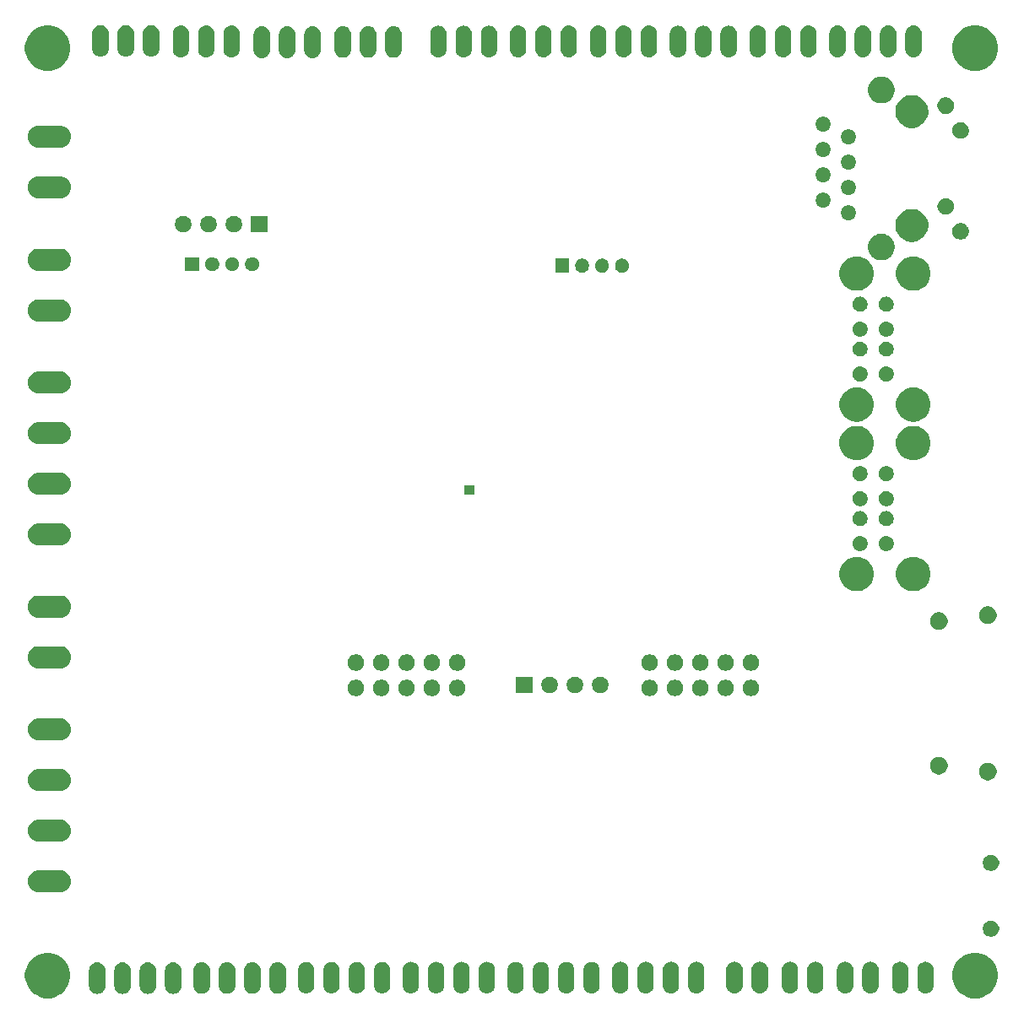
<source format=gbs>
G04 #@! TF.GenerationSoftware,KiCad,Pcbnew,5.1.0+dfsg1-1*
G04 #@! TF.CreationDate,2019-04-17T23:21:45+02:00*
G04 #@! TF.ProjectId,Revolve_A5,5265766f-6c76-4655-9f41-352e6b696361,rev?*
G04 #@! TF.SameCoordinates,Original*
G04 #@! TF.FileFunction,Soldermask,Bot*
G04 #@! TF.FilePolarity,Negative*
%FSLAX46Y46*%
G04 Gerber Fmt 4.6, Leading zero omitted, Abs format (unit mm)*
G04 Created by KiCad (PCBNEW 5.1.0+dfsg1-1) date 2019-04-17 23:21:45*
%MOMM*%
%LPD*%
G04 APERTURE LIST*
%ADD10C,0.100000*%
G04 APERTURE END LIST*
D10*
G36*
X195671470Y-149280449D02*
G01*
X196087494Y-149452772D01*
X196087496Y-149452773D01*
X196461909Y-149702948D01*
X196780321Y-150021360D01*
X197023337Y-150385059D01*
X197030497Y-150395775D01*
X197202820Y-150811799D01*
X197290669Y-151253447D01*
X197290669Y-151703753D01*
X197202820Y-152145401D01*
X197032681Y-152556153D01*
X197030496Y-152561427D01*
X196780321Y-152935840D01*
X196461909Y-153254252D01*
X196087496Y-153504427D01*
X196087495Y-153504428D01*
X196087494Y-153504428D01*
X195671470Y-153676751D01*
X195229822Y-153764600D01*
X194779516Y-153764600D01*
X194337868Y-153676751D01*
X193921844Y-153504428D01*
X193921843Y-153504428D01*
X193921842Y-153504427D01*
X193547429Y-153254252D01*
X193229017Y-152935840D01*
X192978842Y-152561427D01*
X192976657Y-152556153D01*
X192806518Y-152145401D01*
X192718669Y-151703753D01*
X192718669Y-151253447D01*
X192806518Y-150811799D01*
X192978841Y-150395775D01*
X192986001Y-150385059D01*
X193229017Y-150021360D01*
X193547429Y-149702948D01*
X193921842Y-149452773D01*
X193921844Y-149452772D01*
X194337868Y-149280449D01*
X194779516Y-149192600D01*
X195229822Y-149192600D01*
X195671470Y-149280449D01*
X195671470Y-149280449D01*
G37*
G36*
X102671470Y-149280449D02*
G01*
X103087494Y-149452772D01*
X103087496Y-149452773D01*
X103461909Y-149702948D01*
X103780321Y-150021360D01*
X104023337Y-150385059D01*
X104030497Y-150395775D01*
X104202820Y-150811799D01*
X104290669Y-151253447D01*
X104290669Y-151703753D01*
X104202820Y-152145401D01*
X104032681Y-152556153D01*
X104030496Y-152561427D01*
X103780321Y-152935840D01*
X103461909Y-153254252D01*
X103087496Y-153504427D01*
X103087495Y-153504428D01*
X103087494Y-153504428D01*
X102671470Y-153676751D01*
X102229822Y-153764600D01*
X101779516Y-153764600D01*
X101337868Y-153676751D01*
X100921844Y-153504428D01*
X100921843Y-153504428D01*
X100921842Y-153504427D01*
X100547429Y-153254252D01*
X100229017Y-152935840D01*
X99978842Y-152561427D01*
X99976657Y-152556153D01*
X99806518Y-152145401D01*
X99718669Y-151703753D01*
X99718669Y-151253447D01*
X99806518Y-150811799D01*
X99978841Y-150395775D01*
X99986001Y-150385059D01*
X100229017Y-150021360D01*
X100547429Y-149702948D01*
X100921842Y-149452773D01*
X100921844Y-149452772D01*
X101337868Y-149280449D01*
X101779516Y-149192600D01*
X102229822Y-149192600D01*
X102671470Y-149280449D01*
X102671470Y-149280449D01*
G37*
G36*
X107131494Y-150178044D02*
G01*
X107287102Y-150225247D01*
X107413116Y-150292603D01*
X107430514Y-150301903D01*
X107556210Y-150405059D01*
X107659369Y-150530758D01*
X107700536Y-150607777D01*
X107736022Y-150674166D01*
X107783225Y-150829774D01*
X107795169Y-150951047D01*
X107795169Y-152556153D01*
X107783225Y-152677426D01*
X107736022Y-152833034D01*
X107700536Y-152899423D01*
X107659369Y-152976442D01*
X107556210Y-153102141D01*
X107430511Y-153205300D01*
X107361943Y-153241950D01*
X107287103Y-153281953D01*
X107131495Y-153329156D01*
X106969669Y-153345094D01*
X106807844Y-153329156D01*
X106652236Y-153281953D01*
X106577396Y-153241950D01*
X106508828Y-153205300D01*
X106383129Y-153102141D01*
X106279970Y-152976442D01*
X106238803Y-152899423D01*
X106203317Y-152833034D01*
X106156114Y-152677426D01*
X106144170Y-152556153D01*
X106144169Y-150951048D01*
X106156113Y-150829775D01*
X106203316Y-150674167D01*
X106279970Y-150530759D01*
X106279972Y-150530755D01*
X106383128Y-150405059D01*
X106508827Y-150301900D01*
X106602366Y-150251903D01*
X106652235Y-150225247D01*
X106807843Y-150178044D01*
X106969669Y-150162106D01*
X107131494Y-150178044D01*
X107131494Y-150178044D01*
G37*
G36*
X112211494Y-150178044D02*
G01*
X112367102Y-150225247D01*
X112493116Y-150292603D01*
X112510514Y-150301903D01*
X112636210Y-150405059D01*
X112739369Y-150530758D01*
X112780536Y-150607777D01*
X112816022Y-150674166D01*
X112863225Y-150829774D01*
X112875169Y-150951047D01*
X112875169Y-152556153D01*
X112863225Y-152677426D01*
X112816022Y-152833034D01*
X112780536Y-152899423D01*
X112739369Y-152976442D01*
X112636210Y-153102141D01*
X112510511Y-153205300D01*
X112441943Y-153241950D01*
X112367103Y-153281953D01*
X112211495Y-153329156D01*
X112049669Y-153345094D01*
X111887844Y-153329156D01*
X111732236Y-153281953D01*
X111657396Y-153241950D01*
X111588828Y-153205300D01*
X111463129Y-153102141D01*
X111359970Y-152976442D01*
X111318803Y-152899423D01*
X111283317Y-152833034D01*
X111236114Y-152677426D01*
X111224170Y-152556153D01*
X111224169Y-150951048D01*
X111236113Y-150829775D01*
X111283316Y-150674167D01*
X111359970Y-150530759D01*
X111359972Y-150530755D01*
X111463128Y-150405059D01*
X111588827Y-150301900D01*
X111682366Y-150251903D01*
X111732235Y-150225247D01*
X111887843Y-150178044D01*
X112049669Y-150162106D01*
X112211494Y-150178044D01*
X112211494Y-150178044D01*
G37*
G36*
X109671494Y-150178044D02*
G01*
X109827102Y-150225247D01*
X109953116Y-150292603D01*
X109970514Y-150301903D01*
X110096210Y-150405059D01*
X110199369Y-150530758D01*
X110240536Y-150607777D01*
X110276022Y-150674166D01*
X110323225Y-150829774D01*
X110335169Y-150951047D01*
X110335169Y-152556153D01*
X110323225Y-152677426D01*
X110276022Y-152833034D01*
X110240536Y-152899423D01*
X110199369Y-152976442D01*
X110096210Y-153102141D01*
X109970511Y-153205300D01*
X109901943Y-153241950D01*
X109827103Y-153281953D01*
X109671495Y-153329156D01*
X109509669Y-153345094D01*
X109347844Y-153329156D01*
X109192236Y-153281953D01*
X109117396Y-153241950D01*
X109048828Y-153205300D01*
X108923129Y-153102141D01*
X108819970Y-152976442D01*
X108778803Y-152899423D01*
X108743317Y-152833034D01*
X108696114Y-152677426D01*
X108684170Y-152556153D01*
X108684169Y-150951048D01*
X108696113Y-150829775D01*
X108743316Y-150674167D01*
X108819970Y-150530759D01*
X108819972Y-150530755D01*
X108923128Y-150405059D01*
X109048827Y-150301900D01*
X109142366Y-150251903D01*
X109192235Y-150225247D01*
X109347843Y-150178044D01*
X109509669Y-150162106D01*
X109671494Y-150178044D01*
X109671494Y-150178044D01*
G37*
G36*
X114751494Y-150178044D02*
G01*
X114907102Y-150225247D01*
X115033116Y-150292603D01*
X115050514Y-150301903D01*
X115176210Y-150405059D01*
X115279369Y-150530758D01*
X115320536Y-150607777D01*
X115356022Y-150674166D01*
X115403225Y-150829774D01*
X115415169Y-150951047D01*
X115415169Y-152556153D01*
X115403225Y-152677426D01*
X115356022Y-152833034D01*
X115320536Y-152899423D01*
X115279369Y-152976442D01*
X115176210Y-153102141D01*
X115050511Y-153205300D01*
X114981943Y-153241950D01*
X114907103Y-153281953D01*
X114751495Y-153329156D01*
X114589669Y-153345094D01*
X114427844Y-153329156D01*
X114272236Y-153281953D01*
X114197396Y-153241950D01*
X114128828Y-153205300D01*
X114003129Y-153102141D01*
X113899970Y-152976442D01*
X113858803Y-152899423D01*
X113823317Y-152833034D01*
X113776114Y-152677426D01*
X113764170Y-152556153D01*
X113764169Y-150951048D01*
X113776113Y-150829775D01*
X113823316Y-150674167D01*
X113899970Y-150530759D01*
X113899972Y-150530755D01*
X114003128Y-150405059D01*
X114128827Y-150301900D01*
X114222366Y-150251903D01*
X114272235Y-150225247D01*
X114427843Y-150178044D01*
X114589669Y-150162106D01*
X114751494Y-150178044D01*
X114751494Y-150178044D01*
G37*
G36*
X125231494Y-150158044D02*
G01*
X125387102Y-150205247D01*
X125513116Y-150272603D01*
X125530514Y-150281903D01*
X125656210Y-150385059D01*
X125759369Y-150510758D01*
X125800536Y-150587777D01*
X125836022Y-150654166D01*
X125883225Y-150809774D01*
X125895169Y-150931047D01*
X125895169Y-152536153D01*
X125883225Y-152657426D01*
X125836022Y-152813034D01*
X125800536Y-152879423D01*
X125759369Y-152956442D01*
X125656210Y-153082141D01*
X125530511Y-153185300D01*
X125453492Y-153226467D01*
X125387103Y-153261953D01*
X125231495Y-153309156D01*
X125069669Y-153325094D01*
X124907844Y-153309156D01*
X124752236Y-153261953D01*
X124685847Y-153226467D01*
X124608828Y-153185300D01*
X124483129Y-153082141D01*
X124379970Y-152956442D01*
X124338803Y-152879423D01*
X124303317Y-152813034D01*
X124256114Y-152657426D01*
X124244170Y-152536153D01*
X124244169Y-150931048D01*
X124256113Y-150809775D01*
X124303316Y-150654167D01*
X124379970Y-150510759D01*
X124379972Y-150510755D01*
X124483128Y-150385059D01*
X124608827Y-150281900D01*
X124685846Y-150240733D01*
X124752235Y-150205247D01*
X124907843Y-150158044D01*
X125069669Y-150142106D01*
X125231494Y-150158044D01*
X125231494Y-150158044D01*
G37*
G36*
X122691494Y-150158044D02*
G01*
X122847102Y-150205247D01*
X122973116Y-150272603D01*
X122990514Y-150281903D01*
X123116210Y-150385059D01*
X123219369Y-150510758D01*
X123260536Y-150587777D01*
X123296022Y-150654166D01*
X123343225Y-150809774D01*
X123355169Y-150931047D01*
X123355169Y-152536153D01*
X123343225Y-152657426D01*
X123296022Y-152813034D01*
X123260536Y-152879423D01*
X123219369Y-152956442D01*
X123116210Y-153082141D01*
X122990511Y-153185300D01*
X122913492Y-153226467D01*
X122847103Y-153261953D01*
X122691495Y-153309156D01*
X122529669Y-153325094D01*
X122367844Y-153309156D01*
X122212236Y-153261953D01*
X122145847Y-153226467D01*
X122068828Y-153185300D01*
X121943129Y-153082141D01*
X121839970Y-152956442D01*
X121798803Y-152879423D01*
X121763317Y-152813034D01*
X121716114Y-152657426D01*
X121704170Y-152536153D01*
X121704169Y-150931048D01*
X121716113Y-150809775D01*
X121763316Y-150654167D01*
X121839970Y-150510759D01*
X121839972Y-150510755D01*
X121943128Y-150385059D01*
X122068827Y-150281900D01*
X122145846Y-150240733D01*
X122212235Y-150205247D01*
X122367843Y-150158044D01*
X122529669Y-150142106D01*
X122691494Y-150158044D01*
X122691494Y-150158044D01*
G37*
G36*
X120151494Y-150158044D02*
G01*
X120307102Y-150205247D01*
X120433116Y-150272603D01*
X120450514Y-150281903D01*
X120576210Y-150385059D01*
X120679369Y-150510758D01*
X120720536Y-150587777D01*
X120756022Y-150654166D01*
X120803225Y-150809774D01*
X120815169Y-150931047D01*
X120815169Y-152536153D01*
X120803225Y-152657426D01*
X120756022Y-152813034D01*
X120720536Y-152879423D01*
X120679369Y-152956442D01*
X120576210Y-153082141D01*
X120450511Y-153185300D01*
X120373492Y-153226467D01*
X120307103Y-153261953D01*
X120151495Y-153309156D01*
X119989669Y-153325094D01*
X119827844Y-153309156D01*
X119672236Y-153261953D01*
X119605847Y-153226467D01*
X119528828Y-153185300D01*
X119403129Y-153082141D01*
X119299970Y-152956442D01*
X119258803Y-152879423D01*
X119223317Y-152813034D01*
X119176114Y-152657426D01*
X119164170Y-152536153D01*
X119164169Y-150931048D01*
X119176113Y-150809775D01*
X119223316Y-150654167D01*
X119299970Y-150510759D01*
X119299972Y-150510755D01*
X119403128Y-150385059D01*
X119528827Y-150281900D01*
X119605846Y-150240733D01*
X119672235Y-150205247D01*
X119827843Y-150158044D01*
X119989669Y-150142106D01*
X120151494Y-150158044D01*
X120151494Y-150158044D01*
G37*
G36*
X117611494Y-150158044D02*
G01*
X117767102Y-150205247D01*
X117893116Y-150272603D01*
X117910514Y-150281903D01*
X118036210Y-150385059D01*
X118139369Y-150510758D01*
X118180536Y-150587777D01*
X118216022Y-150654166D01*
X118263225Y-150809774D01*
X118275169Y-150931047D01*
X118275169Y-152536153D01*
X118263225Y-152657426D01*
X118216022Y-152813034D01*
X118180536Y-152879423D01*
X118139369Y-152956442D01*
X118036210Y-153082141D01*
X117910511Y-153185300D01*
X117833492Y-153226467D01*
X117767103Y-153261953D01*
X117611495Y-153309156D01*
X117449669Y-153325094D01*
X117287844Y-153309156D01*
X117132236Y-153261953D01*
X117065847Y-153226467D01*
X116988828Y-153185300D01*
X116863129Y-153082141D01*
X116759970Y-152956442D01*
X116718803Y-152879423D01*
X116683317Y-152813034D01*
X116636114Y-152657426D01*
X116624170Y-152536153D01*
X116624169Y-150931048D01*
X116636113Y-150809775D01*
X116683316Y-150654167D01*
X116759970Y-150510759D01*
X116759972Y-150510755D01*
X116863128Y-150385059D01*
X116988827Y-150281900D01*
X117065846Y-150240733D01*
X117132235Y-150205247D01*
X117287843Y-150158044D01*
X117449669Y-150142106D01*
X117611494Y-150158044D01*
X117611494Y-150158044D01*
G37*
G36*
X133161494Y-150138044D02*
G01*
X133317102Y-150185247D01*
X133441805Y-150251903D01*
X133460514Y-150261903D01*
X133586210Y-150365059D01*
X133689369Y-150490758D01*
X133730536Y-150567777D01*
X133766022Y-150634166D01*
X133813225Y-150789774D01*
X133825169Y-150911047D01*
X133825169Y-152516153D01*
X133813225Y-152637426D01*
X133766022Y-152793034D01*
X133744641Y-152833034D01*
X133689369Y-152936442D01*
X133586210Y-153062141D01*
X133460511Y-153165300D01*
X133385677Y-153205299D01*
X133317103Y-153241953D01*
X133161495Y-153289156D01*
X132999669Y-153305094D01*
X132837844Y-153289156D01*
X132682236Y-153241953D01*
X132613662Y-153205299D01*
X132538828Y-153165300D01*
X132413129Y-153062141D01*
X132309970Y-152936442D01*
X132254698Y-152833034D01*
X132233317Y-152793034D01*
X132186114Y-152637426D01*
X132174170Y-152516153D01*
X132174169Y-150911048D01*
X132186113Y-150789775D01*
X132233316Y-150634167D01*
X132309970Y-150490759D01*
X132309972Y-150490755D01*
X132413128Y-150365059D01*
X132538827Y-150261900D01*
X132615846Y-150220733D01*
X132682235Y-150185247D01*
X132837843Y-150138044D01*
X132999669Y-150122106D01*
X133161494Y-150138044D01*
X133161494Y-150138044D01*
G37*
G36*
X151621494Y-150138044D02*
G01*
X151777102Y-150185247D01*
X151901805Y-150251903D01*
X151920514Y-150261903D01*
X152046210Y-150365059D01*
X152149369Y-150490758D01*
X152190536Y-150567777D01*
X152226022Y-150634166D01*
X152273225Y-150789774D01*
X152285169Y-150911047D01*
X152285169Y-152516153D01*
X152273225Y-152637426D01*
X152226022Y-152793034D01*
X152204641Y-152833034D01*
X152149369Y-152936442D01*
X152046210Y-153062141D01*
X151920511Y-153165300D01*
X151845677Y-153205299D01*
X151777103Y-153241953D01*
X151621495Y-153289156D01*
X151459669Y-153305094D01*
X151297844Y-153289156D01*
X151142236Y-153241953D01*
X151073662Y-153205299D01*
X150998828Y-153165300D01*
X150873129Y-153062141D01*
X150769970Y-152936442D01*
X150714698Y-152833034D01*
X150693317Y-152793034D01*
X150646114Y-152637426D01*
X150634170Y-152516153D01*
X150634169Y-150911048D01*
X150646113Y-150789775D01*
X150693316Y-150634167D01*
X150769970Y-150490759D01*
X150769972Y-150490755D01*
X150873128Y-150365059D01*
X150998827Y-150261900D01*
X151075846Y-150220733D01*
X151142235Y-150185247D01*
X151297843Y-150138044D01*
X151459669Y-150122106D01*
X151621494Y-150138044D01*
X151621494Y-150138044D01*
G37*
G36*
X154161494Y-150138044D02*
G01*
X154317102Y-150185247D01*
X154441805Y-150251903D01*
X154460514Y-150261903D01*
X154586210Y-150365059D01*
X154689369Y-150490758D01*
X154730536Y-150567777D01*
X154766022Y-150634166D01*
X154813225Y-150789774D01*
X154825169Y-150911047D01*
X154825169Y-152516153D01*
X154813225Y-152637426D01*
X154766022Y-152793034D01*
X154744641Y-152833034D01*
X154689369Y-152936442D01*
X154586210Y-153062141D01*
X154460511Y-153165300D01*
X154385677Y-153205299D01*
X154317103Y-153241953D01*
X154161495Y-153289156D01*
X153999669Y-153305094D01*
X153837844Y-153289156D01*
X153682236Y-153241953D01*
X153613662Y-153205299D01*
X153538828Y-153165300D01*
X153413129Y-153062141D01*
X153309970Y-152936442D01*
X153254698Y-152833034D01*
X153233317Y-152793034D01*
X153186114Y-152637426D01*
X153174170Y-152516153D01*
X153174169Y-150911048D01*
X153186113Y-150789775D01*
X153233316Y-150634167D01*
X153309970Y-150490759D01*
X153309972Y-150490755D01*
X153413128Y-150365059D01*
X153538827Y-150261900D01*
X153615846Y-150220733D01*
X153682235Y-150185247D01*
X153837843Y-150138044D01*
X153999669Y-150122106D01*
X154161494Y-150138044D01*
X154161494Y-150138044D01*
G37*
G36*
X135701494Y-150138044D02*
G01*
X135857102Y-150185247D01*
X135981805Y-150251903D01*
X136000514Y-150261903D01*
X136126210Y-150365059D01*
X136229369Y-150490758D01*
X136270536Y-150567777D01*
X136306022Y-150634166D01*
X136353225Y-150789774D01*
X136365169Y-150911047D01*
X136365169Y-152516153D01*
X136353225Y-152637426D01*
X136306022Y-152793034D01*
X136284641Y-152833034D01*
X136229369Y-152936442D01*
X136126210Y-153062141D01*
X136000511Y-153165300D01*
X135925677Y-153205299D01*
X135857103Y-153241953D01*
X135701495Y-153289156D01*
X135539669Y-153305094D01*
X135377844Y-153289156D01*
X135222236Y-153241953D01*
X135153662Y-153205299D01*
X135078828Y-153165300D01*
X134953129Y-153062141D01*
X134849970Y-152936442D01*
X134794698Y-152833034D01*
X134773317Y-152793034D01*
X134726114Y-152637426D01*
X134714170Y-152516153D01*
X134714169Y-150911048D01*
X134726113Y-150789775D01*
X134773316Y-150634167D01*
X134849970Y-150490759D01*
X134849972Y-150490755D01*
X134953128Y-150365059D01*
X135078827Y-150261900D01*
X135155846Y-150220733D01*
X135222235Y-150185247D01*
X135377843Y-150138044D01*
X135539669Y-150122106D01*
X135701494Y-150138044D01*
X135701494Y-150138044D01*
G37*
G36*
X130621494Y-150138044D02*
G01*
X130777102Y-150185247D01*
X130901805Y-150251903D01*
X130920514Y-150261903D01*
X131046210Y-150365059D01*
X131149369Y-150490758D01*
X131190536Y-150567777D01*
X131226022Y-150634166D01*
X131273225Y-150789774D01*
X131285169Y-150911047D01*
X131285169Y-152516153D01*
X131273225Y-152637426D01*
X131226022Y-152793034D01*
X131204641Y-152833034D01*
X131149369Y-152936442D01*
X131046210Y-153062141D01*
X130920511Y-153165300D01*
X130845677Y-153205299D01*
X130777103Y-153241953D01*
X130621495Y-153289156D01*
X130459669Y-153305094D01*
X130297844Y-153289156D01*
X130142236Y-153241953D01*
X130073662Y-153205299D01*
X129998828Y-153165300D01*
X129873129Y-153062141D01*
X129769970Y-152936442D01*
X129714698Y-152833034D01*
X129693317Y-152793034D01*
X129646114Y-152637426D01*
X129634170Y-152516153D01*
X129634169Y-150911048D01*
X129646113Y-150789775D01*
X129693316Y-150634167D01*
X129769970Y-150490759D01*
X129769972Y-150490755D01*
X129873128Y-150365059D01*
X129998827Y-150261900D01*
X130075846Y-150220733D01*
X130142235Y-150185247D01*
X130297843Y-150138044D01*
X130459669Y-150122106D01*
X130621494Y-150138044D01*
X130621494Y-150138044D01*
G37*
G36*
X128081494Y-150138044D02*
G01*
X128237102Y-150185247D01*
X128361805Y-150251903D01*
X128380514Y-150261903D01*
X128506210Y-150365059D01*
X128609369Y-150490758D01*
X128650536Y-150567777D01*
X128686022Y-150634166D01*
X128733225Y-150789774D01*
X128745169Y-150911047D01*
X128745169Y-152516153D01*
X128733225Y-152637426D01*
X128686022Y-152793034D01*
X128664641Y-152833034D01*
X128609369Y-152936442D01*
X128506210Y-153062141D01*
X128380511Y-153165300D01*
X128305677Y-153205299D01*
X128237103Y-153241953D01*
X128081495Y-153289156D01*
X127919669Y-153305094D01*
X127757844Y-153289156D01*
X127602236Y-153241953D01*
X127533662Y-153205299D01*
X127458828Y-153165300D01*
X127333129Y-153062141D01*
X127229970Y-152936442D01*
X127174698Y-152833034D01*
X127153317Y-152793034D01*
X127106114Y-152637426D01*
X127094170Y-152516153D01*
X127094169Y-150911048D01*
X127106113Y-150789775D01*
X127153316Y-150634167D01*
X127229970Y-150490759D01*
X127229972Y-150490755D01*
X127333128Y-150365059D01*
X127458827Y-150261900D01*
X127535846Y-150220733D01*
X127602235Y-150185247D01*
X127757843Y-150138044D01*
X127919669Y-150122106D01*
X128081494Y-150138044D01*
X128081494Y-150138044D01*
G37*
G36*
X156701494Y-150138044D02*
G01*
X156857102Y-150185247D01*
X156981805Y-150251903D01*
X157000514Y-150261903D01*
X157126210Y-150365059D01*
X157229369Y-150490758D01*
X157270536Y-150567777D01*
X157306022Y-150634166D01*
X157353225Y-150789774D01*
X157365169Y-150911047D01*
X157365169Y-152516153D01*
X157353225Y-152637426D01*
X157306022Y-152793034D01*
X157284641Y-152833034D01*
X157229369Y-152936442D01*
X157126210Y-153062141D01*
X157000511Y-153165300D01*
X156925677Y-153205299D01*
X156857103Y-153241953D01*
X156701495Y-153289156D01*
X156539669Y-153305094D01*
X156377844Y-153289156D01*
X156222236Y-153241953D01*
X156153662Y-153205299D01*
X156078828Y-153165300D01*
X155953129Y-153062141D01*
X155849970Y-152936442D01*
X155794698Y-152833034D01*
X155773317Y-152793034D01*
X155726114Y-152637426D01*
X155714170Y-152516153D01*
X155714169Y-150911048D01*
X155726113Y-150789775D01*
X155773316Y-150634167D01*
X155849970Y-150490759D01*
X155849972Y-150490755D01*
X155953128Y-150365059D01*
X156078827Y-150261900D01*
X156155846Y-150220733D01*
X156222235Y-150185247D01*
X156377843Y-150138044D01*
X156539669Y-150122106D01*
X156701494Y-150138044D01*
X156701494Y-150138044D01*
G37*
G36*
X149081494Y-150138044D02*
G01*
X149237102Y-150185247D01*
X149361805Y-150251903D01*
X149380514Y-150261903D01*
X149506210Y-150365059D01*
X149609369Y-150490758D01*
X149650536Y-150567777D01*
X149686022Y-150634166D01*
X149733225Y-150789774D01*
X149745169Y-150911047D01*
X149745169Y-152516153D01*
X149733225Y-152637426D01*
X149686022Y-152793034D01*
X149664641Y-152833034D01*
X149609369Y-152936442D01*
X149506210Y-153062141D01*
X149380511Y-153165300D01*
X149305677Y-153205299D01*
X149237103Y-153241953D01*
X149081495Y-153289156D01*
X148919669Y-153305094D01*
X148757844Y-153289156D01*
X148602236Y-153241953D01*
X148533662Y-153205299D01*
X148458828Y-153165300D01*
X148333129Y-153062141D01*
X148229970Y-152936442D01*
X148174698Y-152833034D01*
X148153317Y-152793034D01*
X148106114Y-152637426D01*
X148094170Y-152516153D01*
X148094169Y-150911048D01*
X148106113Y-150789775D01*
X148153316Y-150634167D01*
X148229970Y-150490759D01*
X148229972Y-150490755D01*
X148333128Y-150365059D01*
X148458827Y-150261900D01*
X148535846Y-150220733D01*
X148602235Y-150185247D01*
X148757843Y-150138044D01*
X148919669Y-150122106D01*
X149081494Y-150138044D01*
X149081494Y-150138044D01*
G37*
G36*
X143661494Y-150128044D02*
G01*
X143817102Y-150175247D01*
X143910644Y-150225247D01*
X143960514Y-150251903D01*
X144086210Y-150355059D01*
X144189369Y-150480758D01*
X144230536Y-150557777D01*
X144266022Y-150624166D01*
X144313225Y-150779774D01*
X144325169Y-150901047D01*
X144325169Y-152506153D01*
X144313225Y-152627426D01*
X144266022Y-152783034D01*
X144249986Y-152813034D01*
X144189369Y-152926442D01*
X144086210Y-153052141D01*
X143960511Y-153155300D01*
X143904386Y-153185299D01*
X143817103Y-153231953D01*
X143661495Y-153279156D01*
X143499669Y-153295094D01*
X143337844Y-153279156D01*
X143182236Y-153231953D01*
X143094953Y-153185299D01*
X143038828Y-153155300D01*
X142913129Y-153052141D01*
X142809970Y-152926442D01*
X142749353Y-152813034D01*
X142733317Y-152783034D01*
X142686114Y-152627426D01*
X142674170Y-152506153D01*
X142674169Y-150901048D01*
X142686113Y-150779775D01*
X142733316Y-150624167D01*
X142809970Y-150480759D01*
X142809972Y-150480755D01*
X142913128Y-150355059D01*
X143038827Y-150251900D01*
X143126110Y-150205247D01*
X143182235Y-150175247D01*
X143337843Y-150128044D01*
X143499669Y-150112106D01*
X143661494Y-150128044D01*
X143661494Y-150128044D01*
G37*
G36*
X190211494Y-150128044D02*
G01*
X190367102Y-150175247D01*
X190460644Y-150225247D01*
X190510514Y-150251903D01*
X190636210Y-150355059D01*
X190739369Y-150480758D01*
X190780536Y-150557777D01*
X190816022Y-150624166D01*
X190863225Y-150779774D01*
X190875169Y-150901047D01*
X190875169Y-152506153D01*
X190863225Y-152627426D01*
X190816022Y-152783034D01*
X190799986Y-152813034D01*
X190739369Y-152926442D01*
X190636210Y-153052141D01*
X190510511Y-153155300D01*
X190454386Y-153185299D01*
X190367103Y-153231953D01*
X190211495Y-153279156D01*
X190049669Y-153295094D01*
X189887844Y-153279156D01*
X189732236Y-153231953D01*
X189644953Y-153185299D01*
X189588828Y-153155300D01*
X189463129Y-153052141D01*
X189359970Y-152926442D01*
X189299353Y-152813034D01*
X189283317Y-152783034D01*
X189236114Y-152627426D01*
X189224170Y-152506153D01*
X189224169Y-150901048D01*
X189236113Y-150779775D01*
X189283316Y-150624167D01*
X189359970Y-150480759D01*
X189359972Y-150480755D01*
X189463128Y-150355059D01*
X189588827Y-150251900D01*
X189676110Y-150205247D01*
X189732235Y-150175247D01*
X189887843Y-150128044D01*
X190049669Y-150112106D01*
X190211494Y-150128044D01*
X190211494Y-150128044D01*
G37*
G36*
X182156494Y-150128044D02*
G01*
X182312102Y-150175247D01*
X182405644Y-150225247D01*
X182455514Y-150251903D01*
X182581210Y-150355059D01*
X182684369Y-150480758D01*
X182725536Y-150557777D01*
X182761022Y-150624166D01*
X182808225Y-150779774D01*
X182820169Y-150901047D01*
X182820169Y-152506153D01*
X182808225Y-152627426D01*
X182761022Y-152783034D01*
X182744986Y-152813034D01*
X182684369Y-152926442D01*
X182581210Y-153052141D01*
X182455511Y-153155300D01*
X182399386Y-153185299D01*
X182312103Y-153231953D01*
X182156495Y-153279156D01*
X181994669Y-153295094D01*
X181832844Y-153279156D01*
X181677236Y-153231953D01*
X181589953Y-153185299D01*
X181533828Y-153155300D01*
X181408129Y-153052141D01*
X181304970Y-152926442D01*
X181244353Y-152813034D01*
X181228317Y-152783034D01*
X181181114Y-152627426D01*
X181169170Y-152506153D01*
X181169169Y-150901048D01*
X181181113Y-150779775D01*
X181228316Y-150624167D01*
X181304970Y-150480759D01*
X181304972Y-150480755D01*
X181408128Y-150355059D01*
X181533827Y-150251900D01*
X181621110Y-150205247D01*
X181677235Y-150175247D01*
X181832843Y-150128044D01*
X181994669Y-150112106D01*
X182156494Y-150128044D01*
X182156494Y-150128044D01*
G37*
G36*
X184696494Y-150128044D02*
G01*
X184852102Y-150175247D01*
X184945644Y-150225247D01*
X184995514Y-150251903D01*
X185121210Y-150355059D01*
X185224369Y-150480758D01*
X185265536Y-150557777D01*
X185301022Y-150624166D01*
X185348225Y-150779774D01*
X185360169Y-150901047D01*
X185360169Y-152506153D01*
X185348225Y-152627426D01*
X185301022Y-152783034D01*
X185284986Y-152813034D01*
X185224369Y-152926442D01*
X185121210Y-153052141D01*
X184995511Y-153155300D01*
X184939386Y-153185299D01*
X184852103Y-153231953D01*
X184696495Y-153279156D01*
X184534669Y-153295094D01*
X184372844Y-153279156D01*
X184217236Y-153231953D01*
X184129953Y-153185299D01*
X184073828Y-153155300D01*
X183948129Y-153052141D01*
X183844970Y-152926442D01*
X183784353Y-152813034D01*
X183768317Y-152783034D01*
X183721114Y-152627426D01*
X183709170Y-152506153D01*
X183709169Y-150901048D01*
X183721113Y-150779775D01*
X183768316Y-150624167D01*
X183844970Y-150480759D01*
X183844972Y-150480755D01*
X183948128Y-150355059D01*
X184073827Y-150251900D01*
X184161110Y-150205247D01*
X184217235Y-150175247D01*
X184372843Y-150128044D01*
X184534669Y-150112106D01*
X184696494Y-150128044D01*
X184696494Y-150128044D01*
G37*
G36*
X176606494Y-150128044D02*
G01*
X176762102Y-150175247D01*
X176855644Y-150225247D01*
X176905514Y-150251903D01*
X177031210Y-150355059D01*
X177134369Y-150480758D01*
X177175536Y-150557777D01*
X177211022Y-150624166D01*
X177258225Y-150779774D01*
X177270169Y-150901047D01*
X177270169Y-152506153D01*
X177258225Y-152627426D01*
X177211022Y-152783034D01*
X177194986Y-152813034D01*
X177134369Y-152926442D01*
X177031210Y-153052141D01*
X176905511Y-153155300D01*
X176849386Y-153185299D01*
X176762103Y-153231953D01*
X176606495Y-153279156D01*
X176444669Y-153295094D01*
X176282844Y-153279156D01*
X176127236Y-153231953D01*
X176039953Y-153185299D01*
X175983828Y-153155300D01*
X175858129Y-153052141D01*
X175754970Y-152926442D01*
X175694353Y-152813034D01*
X175678317Y-152783034D01*
X175631114Y-152627426D01*
X175619170Y-152506153D01*
X175619169Y-150901048D01*
X175631113Y-150779775D01*
X175678316Y-150624167D01*
X175754970Y-150480759D01*
X175754972Y-150480755D01*
X175858128Y-150355059D01*
X175983827Y-150251900D01*
X176071110Y-150205247D01*
X176127235Y-150175247D01*
X176282843Y-150128044D01*
X176444669Y-150112106D01*
X176606494Y-150128044D01*
X176606494Y-150128044D01*
G37*
G36*
X179146494Y-150128044D02*
G01*
X179302102Y-150175247D01*
X179395644Y-150225247D01*
X179445514Y-150251903D01*
X179571210Y-150355059D01*
X179674369Y-150480758D01*
X179715536Y-150557777D01*
X179751022Y-150624166D01*
X179798225Y-150779774D01*
X179810169Y-150901047D01*
X179810169Y-152506153D01*
X179798225Y-152627426D01*
X179751022Y-152783034D01*
X179734986Y-152813034D01*
X179674369Y-152926442D01*
X179571210Y-153052141D01*
X179445511Y-153155300D01*
X179389386Y-153185299D01*
X179302103Y-153231953D01*
X179146495Y-153279156D01*
X178984669Y-153295094D01*
X178822844Y-153279156D01*
X178667236Y-153231953D01*
X178579953Y-153185299D01*
X178523828Y-153155300D01*
X178398129Y-153052141D01*
X178294970Y-152926442D01*
X178234353Y-152813034D01*
X178218317Y-152783034D01*
X178171114Y-152627426D01*
X178159170Y-152506153D01*
X178159169Y-150901048D01*
X178171113Y-150779775D01*
X178218316Y-150624167D01*
X178294970Y-150480759D01*
X178294972Y-150480755D01*
X178398128Y-150355059D01*
X178523827Y-150251900D01*
X178611110Y-150205247D01*
X178667235Y-150175247D01*
X178822843Y-150128044D01*
X178984669Y-150112106D01*
X179146494Y-150128044D01*
X179146494Y-150128044D01*
G37*
G36*
X171041494Y-150128044D02*
G01*
X171197102Y-150175247D01*
X171290644Y-150225247D01*
X171340514Y-150251903D01*
X171466210Y-150355059D01*
X171569369Y-150480758D01*
X171610536Y-150557777D01*
X171646022Y-150624166D01*
X171693225Y-150779774D01*
X171705169Y-150901047D01*
X171705169Y-152506153D01*
X171693225Y-152627426D01*
X171646022Y-152783034D01*
X171629986Y-152813034D01*
X171569369Y-152926442D01*
X171466210Y-153052141D01*
X171340511Y-153155300D01*
X171284386Y-153185299D01*
X171197103Y-153231953D01*
X171041495Y-153279156D01*
X170879669Y-153295094D01*
X170717844Y-153279156D01*
X170562236Y-153231953D01*
X170474953Y-153185299D01*
X170418828Y-153155300D01*
X170293129Y-153052141D01*
X170189970Y-152926442D01*
X170129353Y-152813034D01*
X170113317Y-152783034D01*
X170066114Y-152627426D01*
X170054170Y-152506153D01*
X170054169Y-150901048D01*
X170066113Y-150779775D01*
X170113316Y-150624167D01*
X170189970Y-150480759D01*
X170189972Y-150480755D01*
X170293128Y-150355059D01*
X170418827Y-150251900D01*
X170506110Y-150205247D01*
X170562235Y-150175247D01*
X170717843Y-150128044D01*
X170879669Y-150112106D01*
X171041494Y-150128044D01*
X171041494Y-150128044D01*
G37*
G36*
X173581494Y-150128044D02*
G01*
X173737102Y-150175247D01*
X173830644Y-150225247D01*
X173880514Y-150251903D01*
X174006210Y-150355059D01*
X174109369Y-150480758D01*
X174150536Y-150557777D01*
X174186022Y-150624166D01*
X174233225Y-150779774D01*
X174245169Y-150901047D01*
X174245169Y-152506153D01*
X174233225Y-152627426D01*
X174186022Y-152783034D01*
X174169986Y-152813034D01*
X174109369Y-152926442D01*
X174006210Y-153052141D01*
X173880511Y-153155300D01*
X173824386Y-153185299D01*
X173737103Y-153231953D01*
X173581495Y-153279156D01*
X173419669Y-153295094D01*
X173257844Y-153279156D01*
X173102236Y-153231953D01*
X173014953Y-153185299D01*
X172958828Y-153155300D01*
X172833129Y-153052141D01*
X172729970Y-152926442D01*
X172669353Y-152813034D01*
X172653317Y-152783034D01*
X172606114Y-152627426D01*
X172594170Y-152506153D01*
X172594169Y-150901048D01*
X172606113Y-150779775D01*
X172653316Y-150624167D01*
X172729970Y-150480759D01*
X172729972Y-150480755D01*
X172833128Y-150355059D01*
X172958827Y-150251900D01*
X173046110Y-150205247D01*
X173102235Y-150175247D01*
X173257843Y-150128044D01*
X173419669Y-150112106D01*
X173581494Y-150128044D01*
X173581494Y-150128044D01*
G37*
G36*
X141121494Y-150128044D02*
G01*
X141277102Y-150175247D01*
X141370644Y-150225247D01*
X141420514Y-150251903D01*
X141546210Y-150355059D01*
X141649369Y-150480758D01*
X141690536Y-150557777D01*
X141726022Y-150624166D01*
X141773225Y-150779774D01*
X141785169Y-150901047D01*
X141785169Y-152506153D01*
X141773225Y-152627426D01*
X141726022Y-152783034D01*
X141709986Y-152813034D01*
X141649369Y-152926442D01*
X141546210Y-153052141D01*
X141420511Y-153155300D01*
X141364386Y-153185299D01*
X141277103Y-153231953D01*
X141121495Y-153279156D01*
X140959669Y-153295094D01*
X140797844Y-153279156D01*
X140642236Y-153231953D01*
X140554953Y-153185299D01*
X140498828Y-153155300D01*
X140373129Y-153052141D01*
X140269970Y-152926442D01*
X140209353Y-152813034D01*
X140193317Y-152783034D01*
X140146114Y-152627426D01*
X140134170Y-152506153D01*
X140134169Y-150901048D01*
X140146113Y-150779775D01*
X140193316Y-150624167D01*
X140269970Y-150480759D01*
X140269972Y-150480755D01*
X140373128Y-150355059D01*
X140498827Y-150251900D01*
X140586110Y-150205247D01*
X140642235Y-150175247D01*
X140797843Y-150128044D01*
X140959669Y-150112106D01*
X141121494Y-150128044D01*
X141121494Y-150128044D01*
G37*
G36*
X159586494Y-150128044D02*
G01*
X159742102Y-150175247D01*
X159835644Y-150225247D01*
X159885514Y-150251903D01*
X160011210Y-150355059D01*
X160114369Y-150480758D01*
X160155536Y-150557777D01*
X160191022Y-150624166D01*
X160238225Y-150779774D01*
X160250169Y-150901047D01*
X160250169Y-152506153D01*
X160238225Y-152627426D01*
X160191022Y-152783034D01*
X160174986Y-152813034D01*
X160114369Y-152926442D01*
X160011210Y-153052141D01*
X159885511Y-153155300D01*
X159829386Y-153185299D01*
X159742103Y-153231953D01*
X159586495Y-153279156D01*
X159424669Y-153295094D01*
X159262844Y-153279156D01*
X159107236Y-153231953D01*
X159019953Y-153185299D01*
X158963828Y-153155300D01*
X158838129Y-153052141D01*
X158734970Y-152926442D01*
X158674353Y-152813034D01*
X158658317Y-152783034D01*
X158611114Y-152627426D01*
X158599170Y-152506153D01*
X158599169Y-150901048D01*
X158611113Y-150779775D01*
X158658316Y-150624167D01*
X158734970Y-150480759D01*
X158734972Y-150480755D01*
X158838128Y-150355059D01*
X158963827Y-150251900D01*
X159051110Y-150205247D01*
X159107235Y-150175247D01*
X159262843Y-150128044D01*
X159424669Y-150112106D01*
X159586494Y-150128044D01*
X159586494Y-150128044D01*
G37*
G36*
X146201494Y-150128044D02*
G01*
X146357102Y-150175247D01*
X146450644Y-150225247D01*
X146500514Y-150251903D01*
X146626210Y-150355059D01*
X146729369Y-150480758D01*
X146770536Y-150557777D01*
X146806022Y-150624166D01*
X146853225Y-150779774D01*
X146865169Y-150901047D01*
X146865169Y-152506153D01*
X146853225Y-152627426D01*
X146806022Y-152783034D01*
X146789986Y-152813034D01*
X146729369Y-152926442D01*
X146626210Y-153052141D01*
X146500511Y-153155300D01*
X146444386Y-153185299D01*
X146357103Y-153231953D01*
X146201495Y-153279156D01*
X146039669Y-153295094D01*
X145877844Y-153279156D01*
X145722236Y-153231953D01*
X145634953Y-153185299D01*
X145578828Y-153155300D01*
X145453129Y-153052141D01*
X145349970Y-152926442D01*
X145289353Y-152813034D01*
X145273317Y-152783034D01*
X145226114Y-152627426D01*
X145214170Y-152506153D01*
X145214169Y-150901048D01*
X145226113Y-150779775D01*
X145273316Y-150624167D01*
X145349970Y-150480759D01*
X145349972Y-150480755D01*
X145453128Y-150355059D01*
X145578827Y-150251900D01*
X145666110Y-150205247D01*
X145722235Y-150175247D01*
X145877843Y-150128044D01*
X146039669Y-150112106D01*
X146201494Y-150128044D01*
X146201494Y-150128044D01*
G37*
G36*
X187671494Y-150128044D02*
G01*
X187827102Y-150175247D01*
X187920644Y-150225247D01*
X187970514Y-150251903D01*
X188096210Y-150355059D01*
X188199369Y-150480758D01*
X188240536Y-150557777D01*
X188276022Y-150624166D01*
X188323225Y-150779774D01*
X188335169Y-150901047D01*
X188335169Y-152506153D01*
X188323225Y-152627426D01*
X188276022Y-152783034D01*
X188259986Y-152813034D01*
X188199369Y-152926442D01*
X188096210Y-153052141D01*
X187970511Y-153155300D01*
X187914386Y-153185299D01*
X187827103Y-153231953D01*
X187671495Y-153279156D01*
X187509669Y-153295094D01*
X187347844Y-153279156D01*
X187192236Y-153231953D01*
X187104953Y-153185299D01*
X187048828Y-153155300D01*
X186923129Y-153052141D01*
X186819970Y-152926442D01*
X186759353Y-152813034D01*
X186743317Y-152783034D01*
X186696114Y-152627426D01*
X186684170Y-152506153D01*
X186684169Y-150901048D01*
X186696113Y-150779775D01*
X186743316Y-150624167D01*
X186819970Y-150480759D01*
X186819972Y-150480755D01*
X186923128Y-150355059D01*
X187048827Y-150251900D01*
X187136110Y-150205247D01*
X187192235Y-150175247D01*
X187347843Y-150128044D01*
X187509669Y-150112106D01*
X187671494Y-150128044D01*
X187671494Y-150128044D01*
G37*
G36*
X167206494Y-150128044D02*
G01*
X167362102Y-150175247D01*
X167455644Y-150225247D01*
X167505514Y-150251903D01*
X167631210Y-150355059D01*
X167734369Y-150480758D01*
X167775536Y-150557777D01*
X167811022Y-150624166D01*
X167858225Y-150779774D01*
X167870169Y-150901047D01*
X167870169Y-152506153D01*
X167858225Y-152627426D01*
X167811022Y-152783034D01*
X167794986Y-152813034D01*
X167734369Y-152926442D01*
X167631210Y-153052141D01*
X167505511Y-153155300D01*
X167449386Y-153185299D01*
X167362103Y-153231953D01*
X167206495Y-153279156D01*
X167044669Y-153295094D01*
X166882844Y-153279156D01*
X166727236Y-153231953D01*
X166639953Y-153185299D01*
X166583828Y-153155300D01*
X166458129Y-153052141D01*
X166354970Y-152926442D01*
X166294353Y-152813034D01*
X166278317Y-152783034D01*
X166231114Y-152627426D01*
X166219170Y-152506153D01*
X166219169Y-150901048D01*
X166231113Y-150779775D01*
X166278316Y-150624167D01*
X166354970Y-150480759D01*
X166354972Y-150480755D01*
X166458128Y-150355059D01*
X166583827Y-150251900D01*
X166671110Y-150205247D01*
X166727235Y-150175247D01*
X166882843Y-150128044D01*
X167044669Y-150112106D01*
X167206494Y-150128044D01*
X167206494Y-150128044D01*
G37*
G36*
X164666494Y-150128044D02*
G01*
X164822102Y-150175247D01*
X164915644Y-150225247D01*
X164965514Y-150251903D01*
X165091210Y-150355059D01*
X165194369Y-150480758D01*
X165235536Y-150557777D01*
X165271022Y-150624166D01*
X165318225Y-150779774D01*
X165330169Y-150901047D01*
X165330169Y-152506153D01*
X165318225Y-152627426D01*
X165271022Y-152783034D01*
X165254986Y-152813034D01*
X165194369Y-152926442D01*
X165091210Y-153052141D01*
X164965511Y-153155300D01*
X164909386Y-153185299D01*
X164822103Y-153231953D01*
X164666495Y-153279156D01*
X164504669Y-153295094D01*
X164342844Y-153279156D01*
X164187236Y-153231953D01*
X164099953Y-153185299D01*
X164043828Y-153155300D01*
X163918129Y-153052141D01*
X163814970Y-152926442D01*
X163754353Y-152813034D01*
X163738317Y-152783034D01*
X163691114Y-152627426D01*
X163679170Y-152506153D01*
X163679169Y-150901048D01*
X163691113Y-150779775D01*
X163738316Y-150624167D01*
X163814970Y-150480759D01*
X163814972Y-150480755D01*
X163918128Y-150355059D01*
X164043827Y-150251900D01*
X164131110Y-150205247D01*
X164187235Y-150175247D01*
X164342843Y-150128044D01*
X164504669Y-150112106D01*
X164666494Y-150128044D01*
X164666494Y-150128044D01*
G37*
G36*
X162126494Y-150128044D02*
G01*
X162282102Y-150175247D01*
X162375644Y-150225247D01*
X162425514Y-150251903D01*
X162551210Y-150355059D01*
X162654369Y-150480758D01*
X162695536Y-150557777D01*
X162731022Y-150624166D01*
X162778225Y-150779774D01*
X162790169Y-150901047D01*
X162790169Y-152506153D01*
X162778225Y-152627426D01*
X162731022Y-152783034D01*
X162714986Y-152813034D01*
X162654369Y-152926442D01*
X162551210Y-153052141D01*
X162425511Y-153155300D01*
X162369386Y-153185299D01*
X162282103Y-153231953D01*
X162126495Y-153279156D01*
X161964669Y-153295094D01*
X161802844Y-153279156D01*
X161647236Y-153231953D01*
X161559953Y-153185299D01*
X161503828Y-153155300D01*
X161378129Y-153052141D01*
X161274970Y-152926442D01*
X161214353Y-152813034D01*
X161198317Y-152783034D01*
X161151114Y-152627426D01*
X161139170Y-152506153D01*
X161139169Y-150901048D01*
X161151113Y-150779775D01*
X161198316Y-150624167D01*
X161274970Y-150480759D01*
X161274972Y-150480755D01*
X161378128Y-150355059D01*
X161503827Y-150251900D01*
X161591110Y-150205247D01*
X161647235Y-150175247D01*
X161802843Y-150128044D01*
X161964669Y-150112106D01*
X162126494Y-150128044D01*
X162126494Y-150128044D01*
G37*
G36*
X138581494Y-150128044D02*
G01*
X138737102Y-150175247D01*
X138830644Y-150225247D01*
X138880514Y-150251903D01*
X139006210Y-150355059D01*
X139109369Y-150480758D01*
X139150536Y-150557777D01*
X139186022Y-150624166D01*
X139233225Y-150779774D01*
X139245169Y-150901047D01*
X139245169Y-152506153D01*
X139233225Y-152627426D01*
X139186022Y-152783034D01*
X139169986Y-152813034D01*
X139109369Y-152926442D01*
X139006210Y-153052141D01*
X138880511Y-153155300D01*
X138824386Y-153185299D01*
X138737103Y-153231953D01*
X138581495Y-153279156D01*
X138419669Y-153295094D01*
X138257844Y-153279156D01*
X138102236Y-153231953D01*
X138014953Y-153185299D01*
X137958828Y-153155300D01*
X137833129Y-153052141D01*
X137729970Y-152926442D01*
X137669353Y-152813034D01*
X137653317Y-152783034D01*
X137606114Y-152627426D01*
X137594170Y-152506153D01*
X137594169Y-150901048D01*
X137606113Y-150779775D01*
X137653316Y-150624167D01*
X137729970Y-150480759D01*
X137729972Y-150480755D01*
X137833128Y-150355059D01*
X137958827Y-150251900D01*
X138046110Y-150205247D01*
X138102235Y-150175247D01*
X138257843Y-150128044D01*
X138419669Y-150112106D01*
X138581494Y-150128044D01*
X138581494Y-150128044D01*
G37*
G36*
X196851957Y-146006362D02*
G01*
X197000004Y-146067685D01*
X197000006Y-146067686D01*
X197133245Y-146156713D01*
X197246556Y-146270024D01*
X197335583Y-146403263D01*
X197335584Y-146403265D01*
X197396907Y-146551312D01*
X197428169Y-146708476D01*
X197428169Y-146868724D01*
X197396907Y-147025888D01*
X197335584Y-147173935D01*
X197335583Y-147173937D01*
X197246556Y-147307176D01*
X197133245Y-147420487D01*
X197000006Y-147509514D01*
X197000005Y-147509515D01*
X197000004Y-147509515D01*
X196851957Y-147570838D01*
X196694793Y-147602100D01*
X196534545Y-147602100D01*
X196377381Y-147570838D01*
X196229334Y-147509515D01*
X196229333Y-147509515D01*
X196229332Y-147509514D01*
X196096093Y-147420487D01*
X195982782Y-147307176D01*
X195893755Y-147173937D01*
X195893754Y-147173935D01*
X195832431Y-147025888D01*
X195801169Y-146868724D01*
X195801169Y-146708476D01*
X195832431Y-146551312D01*
X195893754Y-146403265D01*
X195893755Y-146403263D01*
X195982782Y-146270024D01*
X196096093Y-146156713D01*
X196229332Y-146067686D01*
X196229334Y-146067685D01*
X196377381Y-146006362D01*
X196534545Y-145975100D01*
X196694793Y-145975100D01*
X196851957Y-146006362D01*
X196851957Y-146006362D01*
G37*
G36*
X103450260Y-140953429D02*
G01*
X103659736Y-141016973D01*
X103816845Y-141100950D01*
X103852783Y-141120159D01*
X104021993Y-141259026D01*
X104160860Y-141428236D01*
X104160862Y-141428240D01*
X104264046Y-141621283D01*
X104327590Y-141830759D01*
X104349045Y-142048600D01*
X104327590Y-142266441D01*
X104264046Y-142475917D01*
X104180069Y-142633026D01*
X104160860Y-142668964D01*
X104021993Y-142838174D01*
X103852783Y-142977041D01*
X103852779Y-142977043D01*
X103659736Y-143080227D01*
X103450260Y-143143771D01*
X103287005Y-143159850D01*
X101082333Y-143159850D01*
X100919078Y-143143771D01*
X100709602Y-143080227D01*
X100516559Y-142977043D01*
X100516555Y-142977041D01*
X100347345Y-142838174D01*
X100208478Y-142668964D01*
X100189269Y-142633026D01*
X100105292Y-142475917D01*
X100041748Y-142266441D01*
X100020293Y-142048600D01*
X100041748Y-141830759D01*
X100105292Y-141621283D01*
X100208476Y-141428240D01*
X100208478Y-141428236D01*
X100347345Y-141259026D01*
X100516555Y-141120159D01*
X100552493Y-141100950D01*
X100709602Y-141016973D01*
X100919078Y-140953429D01*
X101082333Y-140937350D01*
X103287005Y-140937350D01*
X103450260Y-140953429D01*
X103450260Y-140953429D01*
G37*
G36*
X196851957Y-139406362D02*
G01*
X197000004Y-139467685D01*
X197000006Y-139467686D01*
X197133245Y-139556713D01*
X197246556Y-139670024D01*
X197335583Y-139803263D01*
X197335584Y-139803265D01*
X197396907Y-139951312D01*
X197428169Y-140108476D01*
X197428169Y-140268724D01*
X197396907Y-140425888D01*
X197335584Y-140573935D01*
X197335583Y-140573937D01*
X197246556Y-140707176D01*
X197133245Y-140820487D01*
X197000006Y-140909514D01*
X197000005Y-140909515D01*
X197000004Y-140909515D01*
X196851957Y-140970838D01*
X196694793Y-141002100D01*
X196534545Y-141002100D01*
X196377381Y-140970838D01*
X196229334Y-140909515D01*
X196229333Y-140909515D01*
X196229332Y-140909514D01*
X196096093Y-140820487D01*
X195982782Y-140707176D01*
X195893755Y-140573937D01*
X195893754Y-140573935D01*
X195832431Y-140425888D01*
X195801169Y-140268724D01*
X195801169Y-140108476D01*
X195832431Y-139951312D01*
X195893754Y-139803265D01*
X195893755Y-139803263D01*
X195982782Y-139670024D01*
X196096093Y-139556713D01*
X196229332Y-139467686D01*
X196229334Y-139467685D01*
X196377381Y-139406362D01*
X196534545Y-139375100D01*
X196694793Y-139375100D01*
X196851957Y-139406362D01*
X196851957Y-139406362D01*
G37*
G36*
X103450260Y-135873429D02*
G01*
X103659736Y-135936973D01*
X103816845Y-136020950D01*
X103852783Y-136040159D01*
X104021993Y-136179026D01*
X104160860Y-136348236D01*
X104160862Y-136348240D01*
X104264046Y-136541283D01*
X104327590Y-136750759D01*
X104349045Y-136968600D01*
X104327590Y-137186441D01*
X104264046Y-137395917D01*
X104180069Y-137553026D01*
X104160860Y-137588964D01*
X104021993Y-137758174D01*
X103852783Y-137897041D01*
X103852779Y-137897043D01*
X103659736Y-138000227D01*
X103450260Y-138063771D01*
X103287005Y-138079850D01*
X101082333Y-138079850D01*
X100919078Y-138063771D01*
X100709602Y-138000227D01*
X100516559Y-137897043D01*
X100516555Y-137897041D01*
X100347345Y-137758174D01*
X100208478Y-137588964D01*
X100189269Y-137553026D01*
X100105292Y-137395917D01*
X100041748Y-137186441D01*
X100020293Y-136968600D01*
X100041748Y-136750759D01*
X100105292Y-136541283D01*
X100208476Y-136348240D01*
X100208478Y-136348236D01*
X100347345Y-136179026D01*
X100516555Y-136040159D01*
X100552493Y-136020950D01*
X100709602Y-135936973D01*
X100919078Y-135873429D01*
X101082333Y-135857350D01*
X103287005Y-135857350D01*
X103450260Y-135873429D01*
X103450260Y-135873429D01*
G37*
G36*
X103450260Y-130793429D02*
G01*
X103659736Y-130856973D01*
X103816845Y-130940950D01*
X103852783Y-130960159D01*
X104021993Y-131099026D01*
X104160860Y-131268236D01*
X104176644Y-131297766D01*
X104264046Y-131461283D01*
X104327590Y-131670759D01*
X104349045Y-131888600D01*
X104327590Y-132106441D01*
X104264046Y-132315917D01*
X104180069Y-132473026D01*
X104160860Y-132508964D01*
X104021993Y-132678174D01*
X103852783Y-132817041D01*
X103852779Y-132817043D01*
X103659736Y-132920227D01*
X103450260Y-132983771D01*
X103287005Y-132999850D01*
X101082333Y-132999850D01*
X100919078Y-132983771D01*
X100709602Y-132920227D01*
X100516559Y-132817043D01*
X100516555Y-132817041D01*
X100347345Y-132678174D01*
X100208478Y-132508964D01*
X100189269Y-132473026D01*
X100105292Y-132315917D01*
X100041748Y-132106441D01*
X100020293Y-131888600D01*
X100041748Y-131670759D01*
X100105292Y-131461283D01*
X100192694Y-131297766D01*
X100208478Y-131268236D01*
X100347345Y-131099026D01*
X100516555Y-130960159D01*
X100552493Y-130940950D01*
X100709602Y-130856973D01*
X100919078Y-130793429D01*
X101082333Y-130777350D01*
X103287005Y-130777350D01*
X103450260Y-130793429D01*
X103450260Y-130793429D01*
G37*
G36*
X196543834Y-130184244D02*
G01*
X196705530Y-130251221D01*
X196705532Y-130251222D01*
X196851055Y-130348457D01*
X196974812Y-130472214D01*
X197072047Y-130617737D01*
X197072048Y-130617739D01*
X197139025Y-130779435D01*
X197173169Y-130951089D01*
X197173169Y-131126111D01*
X197139025Y-131297765D01*
X197072048Y-131459461D01*
X197072047Y-131459463D01*
X196974812Y-131604986D01*
X196851055Y-131728743D01*
X196705532Y-131825978D01*
X196705531Y-131825979D01*
X196705530Y-131825979D01*
X196543834Y-131892956D01*
X196372180Y-131927100D01*
X196197158Y-131927100D01*
X196025504Y-131892956D01*
X195863808Y-131825979D01*
X195863807Y-131825979D01*
X195863806Y-131825978D01*
X195718283Y-131728743D01*
X195594526Y-131604986D01*
X195497291Y-131459463D01*
X195497290Y-131459461D01*
X195430313Y-131297765D01*
X195396169Y-131126111D01*
X195396169Y-130951089D01*
X195430313Y-130779435D01*
X195497290Y-130617739D01*
X195497291Y-130617737D01*
X195594526Y-130472214D01*
X195718283Y-130348457D01*
X195863806Y-130251222D01*
X195863808Y-130251221D01*
X196025504Y-130184244D01*
X196197158Y-130150100D01*
X196372180Y-130150100D01*
X196543834Y-130184244D01*
X196543834Y-130184244D01*
G37*
G36*
X191643834Y-129584244D02*
G01*
X191805530Y-129651221D01*
X191805532Y-129651222D01*
X191951055Y-129748457D01*
X192074812Y-129872214D01*
X192172047Y-130017737D01*
X192172048Y-130017739D01*
X192239025Y-130179435D01*
X192273169Y-130351089D01*
X192273169Y-130526111D01*
X192239025Y-130697765D01*
X192172048Y-130859461D01*
X192172047Y-130859463D01*
X192074812Y-131004986D01*
X191951055Y-131128743D01*
X191805532Y-131225978D01*
X191805531Y-131225979D01*
X191805530Y-131225979D01*
X191643834Y-131292956D01*
X191472180Y-131327100D01*
X191297158Y-131327100D01*
X191125504Y-131292956D01*
X190963808Y-131225979D01*
X190963807Y-131225979D01*
X190963806Y-131225978D01*
X190818283Y-131128743D01*
X190694526Y-131004986D01*
X190597291Y-130859463D01*
X190597290Y-130859461D01*
X190530313Y-130697765D01*
X190496169Y-130526111D01*
X190496169Y-130351089D01*
X190530313Y-130179435D01*
X190597290Y-130017739D01*
X190597291Y-130017737D01*
X190694526Y-129872214D01*
X190818283Y-129748457D01*
X190963806Y-129651222D01*
X190963808Y-129651221D01*
X191125504Y-129584244D01*
X191297158Y-129550100D01*
X191472180Y-129550100D01*
X191643834Y-129584244D01*
X191643834Y-129584244D01*
G37*
G36*
X103450260Y-125713429D02*
G01*
X103659736Y-125776973D01*
X103816845Y-125860950D01*
X103852783Y-125880159D01*
X104021993Y-126019026D01*
X104160860Y-126188236D01*
X104160862Y-126188240D01*
X104264046Y-126381283D01*
X104327590Y-126590759D01*
X104349045Y-126808600D01*
X104327590Y-127026441D01*
X104264046Y-127235917D01*
X104180069Y-127393026D01*
X104160860Y-127428964D01*
X104021993Y-127598174D01*
X103852783Y-127737041D01*
X103852779Y-127737043D01*
X103659736Y-127840227D01*
X103450260Y-127903771D01*
X103287005Y-127919850D01*
X101082333Y-127919850D01*
X100919078Y-127903771D01*
X100709602Y-127840227D01*
X100516559Y-127737043D01*
X100516555Y-127737041D01*
X100347345Y-127598174D01*
X100208478Y-127428964D01*
X100189269Y-127393026D01*
X100105292Y-127235917D01*
X100041748Y-127026441D01*
X100020293Y-126808600D01*
X100041748Y-126590759D01*
X100105292Y-126381283D01*
X100208476Y-126188240D01*
X100208478Y-126188236D01*
X100347345Y-126019026D01*
X100516555Y-125880159D01*
X100552493Y-125860950D01*
X100709602Y-125776973D01*
X100919078Y-125713429D01*
X101082333Y-125697350D01*
X103287005Y-125697350D01*
X103450260Y-125713429D01*
X103450260Y-125713429D01*
G37*
G36*
X172775457Y-121854823D02*
G01*
X172925691Y-121917052D01*
X173060892Y-122007390D01*
X173175879Y-122122377D01*
X173266217Y-122257578D01*
X173328446Y-122407812D01*
X173360169Y-122567294D01*
X173360169Y-122729906D01*
X173328446Y-122889388D01*
X173266217Y-123039622D01*
X173175879Y-123174823D01*
X173060892Y-123289810D01*
X172925691Y-123380148D01*
X172775457Y-123442377D01*
X172615975Y-123474100D01*
X172453363Y-123474100D01*
X172293881Y-123442377D01*
X172143647Y-123380148D01*
X172008446Y-123289810D01*
X171893459Y-123174823D01*
X171803121Y-123039622D01*
X171740892Y-122889388D01*
X171709169Y-122729906D01*
X171709169Y-122567294D01*
X171740892Y-122407812D01*
X171803121Y-122257578D01*
X171893459Y-122122377D01*
X172008446Y-122007390D01*
X172143647Y-121917052D01*
X172293881Y-121854823D01*
X172453363Y-121823100D01*
X172615975Y-121823100D01*
X172775457Y-121854823D01*
X172775457Y-121854823D01*
G37*
G36*
X170235457Y-121854823D02*
G01*
X170385691Y-121917052D01*
X170520892Y-122007390D01*
X170635879Y-122122377D01*
X170726217Y-122257578D01*
X170788446Y-122407812D01*
X170820169Y-122567294D01*
X170820169Y-122729906D01*
X170788446Y-122889388D01*
X170726217Y-123039622D01*
X170635879Y-123174823D01*
X170520892Y-123289810D01*
X170385691Y-123380148D01*
X170235457Y-123442377D01*
X170075975Y-123474100D01*
X169913363Y-123474100D01*
X169753881Y-123442377D01*
X169603647Y-123380148D01*
X169468446Y-123289810D01*
X169353459Y-123174823D01*
X169263121Y-123039622D01*
X169200892Y-122889388D01*
X169169169Y-122729906D01*
X169169169Y-122567294D01*
X169200892Y-122407812D01*
X169263121Y-122257578D01*
X169353459Y-122122377D01*
X169468446Y-122007390D01*
X169603647Y-121917052D01*
X169753881Y-121854823D01*
X169913363Y-121823100D01*
X170075975Y-121823100D01*
X170235457Y-121854823D01*
X170235457Y-121854823D01*
G37*
G36*
X167695457Y-121854823D02*
G01*
X167845691Y-121917052D01*
X167980892Y-122007390D01*
X168095879Y-122122377D01*
X168186217Y-122257578D01*
X168248446Y-122407812D01*
X168280169Y-122567294D01*
X168280169Y-122729906D01*
X168248446Y-122889388D01*
X168186217Y-123039622D01*
X168095879Y-123174823D01*
X167980892Y-123289810D01*
X167845691Y-123380148D01*
X167695457Y-123442377D01*
X167535975Y-123474100D01*
X167373363Y-123474100D01*
X167213881Y-123442377D01*
X167063647Y-123380148D01*
X166928446Y-123289810D01*
X166813459Y-123174823D01*
X166723121Y-123039622D01*
X166660892Y-122889388D01*
X166629169Y-122729906D01*
X166629169Y-122567294D01*
X166660892Y-122407812D01*
X166723121Y-122257578D01*
X166813459Y-122122377D01*
X166928446Y-122007390D01*
X167063647Y-121917052D01*
X167213881Y-121854823D01*
X167373363Y-121823100D01*
X167535975Y-121823100D01*
X167695457Y-121854823D01*
X167695457Y-121854823D01*
G37*
G36*
X165155457Y-121854823D02*
G01*
X165305691Y-121917052D01*
X165440892Y-122007390D01*
X165555879Y-122122377D01*
X165646217Y-122257578D01*
X165708446Y-122407812D01*
X165740169Y-122567294D01*
X165740169Y-122729906D01*
X165708446Y-122889388D01*
X165646217Y-123039622D01*
X165555879Y-123174823D01*
X165440892Y-123289810D01*
X165305691Y-123380148D01*
X165155457Y-123442377D01*
X164995975Y-123474100D01*
X164833363Y-123474100D01*
X164673881Y-123442377D01*
X164523647Y-123380148D01*
X164388446Y-123289810D01*
X164273459Y-123174823D01*
X164183121Y-123039622D01*
X164120892Y-122889388D01*
X164089169Y-122729906D01*
X164089169Y-122567294D01*
X164120892Y-122407812D01*
X164183121Y-122257578D01*
X164273459Y-122122377D01*
X164388446Y-122007390D01*
X164523647Y-121917052D01*
X164673881Y-121854823D01*
X164833363Y-121823100D01*
X164995975Y-121823100D01*
X165155457Y-121854823D01*
X165155457Y-121854823D01*
G37*
G36*
X162615457Y-121854823D02*
G01*
X162765691Y-121917052D01*
X162900892Y-122007390D01*
X163015879Y-122122377D01*
X163106217Y-122257578D01*
X163168446Y-122407812D01*
X163200169Y-122567294D01*
X163200169Y-122729906D01*
X163168446Y-122889388D01*
X163106217Y-123039622D01*
X163015879Y-123174823D01*
X162900892Y-123289810D01*
X162765691Y-123380148D01*
X162615457Y-123442377D01*
X162455975Y-123474100D01*
X162293363Y-123474100D01*
X162133881Y-123442377D01*
X161983647Y-123380148D01*
X161848446Y-123289810D01*
X161733459Y-123174823D01*
X161643121Y-123039622D01*
X161580892Y-122889388D01*
X161549169Y-122729906D01*
X161549169Y-122567294D01*
X161580892Y-122407812D01*
X161643121Y-122257578D01*
X161733459Y-122122377D01*
X161848446Y-122007390D01*
X161983647Y-121917052D01*
X162133881Y-121854823D01*
X162293363Y-121823100D01*
X162455975Y-121823100D01*
X162615457Y-121854823D01*
X162615457Y-121854823D01*
G37*
G36*
X140785457Y-121854823D02*
G01*
X140935691Y-121917052D01*
X141070892Y-122007390D01*
X141185879Y-122122377D01*
X141276217Y-122257578D01*
X141338446Y-122407812D01*
X141370169Y-122567294D01*
X141370169Y-122729906D01*
X141338446Y-122889388D01*
X141276217Y-123039622D01*
X141185879Y-123174823D01*
X141070892Y-123289810D01*
X140935691Y-123380148D01*
X140785457Y-123442377D01*
X140625975Y-123474100D01*
X140463363Y-123474100D01*
X140303881Y-123442377D01*
X140153647Y-123380148D01*
X140018446Y-123289810D01*
X139903459Y-123174823D01*
X139813121Y-123039622D01*
X139750892Y-122889388D01*
X139719169Y-122729906D01*
X139719169Y-122567294D01*
X139750892Y-122407812D01*
X139813121Y-122257578D01*
X139903459Y-122122377D01*
X140018446Y-122007390D01*
X140153647Y-121917052D01*
X140303881Y-121854823D01*
X140463363Y-121823100D01*
X140625975Y-121823100D01*
X140785457Y-121854823D01*
X140785457Y-121854823D01*
G37*
G36*
X138245457Y-121854823D02*
G01*
X138395691Y-121917052D01*
X138530892Y-122007390D01*
X138645879Y-122122377D01*
X138736217Y-122257578D01*
X138798446Y-122407812D01*
X138830169Y-122567294D01*
X138830169Y-122729906D01*
X138798446Y-122889388D01*
X138736217Y-123039622D01*
X138645879Y-123174823D01*
X138530892Y-123289810D01*
X138395691Y-123380148D01*
X138245457Y-123442377D01*
X138085975Y-123474100D01*
X137923363Y-123474100D01*
X137763881Y-123442377D01*
X137613647Y-123380148D01*
X137478446Y-123289810D01*
X137363459Y-123174823D01*
X137273121Y-123039622D01*
X137210892Y-122889388D01*
X137179169Y-122729906D01*
X137179169Y-122567294D01*
X137210892Y-122407812D01*
X137273121Y-122257578D01*
X137363459Y-122122377D01*
X137478446Y-122007390D01*
X137613647Y-121917052D01*
X137763881Y-121854823D01*
X137923363Y-121823100D01*
X138085975Y-121823100D01*
X138245457Y-121854823D01*
X138245457Y-121854823D01*
G37*
G36*
X135705457Y-121854823D02*
G01*
X135855691Y-121917052D01*
X135990892Y-122007390D01*
X136105879Y-122122377D01*
X136196217Y-122257578D01*
X136258446Y-122407812D01*
X136290169Y-122567294D01*
X136290169Y-122729906D01*
X136258446Y-122889388D01*
X136196217Y-123039622D01*
X136105879Y-123174823D01*
X135990892Y-123289810D01*
X135855691Y-123380148D01*
X135705457Y-123442377D01*
X135545975Y-123474100D01*
X135383363Y-123474100D01*
X135223881Y-123442377D01*
X135073647Y-123380148D01*
X134938446Y-123289810D01*
X134823459Y-123174823D01*
X134733121Y-123039622D01*
X134670892Y-122889388D01*
X134639169Y-122729906D01*
X134639169Y-122567294D01*
X134670892Y-122407812D01*
X134733121Y-122257578D01*
X134823459Y-122122377D01*
X134938446Y-122007390D01*
X135073647Y-121917052D01*
X135223881Y-121854823D01*
X135383363Y-121823100D01*
X135545975Y-121823100D01*
X135705457Y-121854823D01*
X135705457Y-121854823D01*
G37*
G36*
X133165457Y-121854823D02*
G01*
X133315691Y-121917052D01*
X133450892Y-122007390D01*
X133565879Y-122122377D01*
X133656217Y-122257578D01*
X133718446Y-122407812D01*
X133750169Y-122567294D01*
X133750169Y-122729906D01*
X133718446Y-122889388D01*
X133656217Y-123039622D01*
X133565879Y-123174823D01*
X133450892Y-123289810D01*
X133315691Y-123380148D01*
X133165457Y-123442377D01*
X133005975Y-123474100D01*
X132843363Y-123474100D01*
X132683881Y-123442377D01*
X132533647Y-123380148D01*
X132398446Y-123289810D01*
X132283459Y-123174823D01*
X132193121Y-123039622D01*
X132130892Y-122889388D01*
X132099169Y-122729906D01*
X132099169Y-122567294D01*
X132130892Y-122407812D01*
X132193121Y-122257578D01*
X132283459Y-122122377D01*
X132398446Y-122007390D01*
X132533647Y-121917052D01*
X132683881Y-121854823D01*
X132843363Y-121823100D01*
X133005975Y-121823100D01*
X133165457Y-121854823D01*
X133165457Y-121854823D01*
G37*
G36*
X143325457Y-121854823D02*
G01*
X143475691Y-121917052D01*
X143610892Y-122007390D01*
X143725879Y-122122377D01*
X143816217Y-122257578D01*
X143878446Y-122407812D01*
X143910169Y-122567294D01*
X143910169Y-122729906D01*
X143878446Y-122889388D01*
X143816217Y-123039622D01*
X143725879Y-123174823D01*
X143610892Y-123289810D01*
X143475691Y-123380148D01*
X143325457Y-123442377D01*
X143165975Y-123474100D01*
X143003363Y-123474100D01*
X142843881Y-123442377D01*
X142693647Y-123380148D01*
X142558446Y-123289810D01*
X142443459Y-123174823D01*
X142353121Y-123039622D01*
X142290892Y-122889388D01*
X142259169Y-122729906D01*
X142259169Y-122567294D01*
X142290892Y-122407812D01*
X142353121Y-122257578D01*
X142443459Y-122122377D01*
X142558446Y-122007390D01*
X142693647Y-121917052D01*
X142843881Y-121854823D01*
X143003363Y-121823100D01*
X143165975Y-121823100D01*
X143325457Y-121854823D01*
X143325457Y-121854823D01*
G37*
G36*
X157655457Y-121534823D02*
G01*
X157805691Y-121597052D01*
X157940892Y-121687390D01*
X158055879Y-121802377D01*
X158146217Y-121937578D01*
X158208446Y-122087812D01*
X158240169Y-122247294D01*
X158240169Y-122409906D01*
X158208446Y-122569388D01*
X158146217Y-122719622D01*
X158055879Y-122854823D01*
X157940892Y-122969810D01*
X157805691Y-123060148D01*
X157655457Y-123122377D01*
X157495975Y-123154100D01*
X157333363Y-123154100D01*
X157173881Y-123122377D01*
X157023647Y-123060148D01*
X156888446Y-122969810D01*
X156773459Y-122854823D01*
X156683121Y-122719622D01*
X156620892Y-122569388D01*
X156589169Y-122409906D01*
X156589169Y-122247294D01*
X156620892Y-122087812D01*
X156683121Y-121937578D01*
X156773459Y-121802377D01*
X156888446Y-121687390D01*
X157023647Y-121597052D01*
X157173881Y-121534823D01*
X157333363Y-121503100D01*
X157495975Y-121503100D01*
X157655457Y-121534823D01*
X157655457Y-121534823D01*
G37*
G36*
X150620169Y-123154100D02*
G01*
X148969169Y-123154100D01*
X148969169Y-121503100D01*
X150620169Y-121503100D01*
X150620169Y-123154100D01*
X150620169Y-123154100D01*
G37*
G36*
X155115457Y-121534823D02*
G01*
X155265691Y-121597052D01*
X155400892Y-121687390D01*
X155515879Y-121802377D01*
X155606217Y-121937578D01*
X155668446Y-122087812D01*
X155700169Y-122247294D01*
X155700169Y-122409906D01*
X155668446Y-122569388D01*
X155606217Y-122719622D01*
X155515879Y-122854823D01*
X155400892Y-122969810D01*
X155265691Y-123060148D01*
X155115457Y-123122377D01*
X154955975Y-123154100D01*
X154793363Y-123154100D01*
X154633881Y-123122377D01*
X154483647Y-123060148D01*
X154348446Y-122969810D01*
X154233459Y-122854823D01*
X154143121Y-122719622D01*
X154080892Y-122569388D01*
X154049169Y-122409906D01*
X154049169Y-122247294D01*
X154080892Y-122087812D01*
X154143121Y-121937578D01*
X154233459Y-121802377D01*
X154348446Y-121687390D01*
X154483647Y-121597052D01*
X154633881Y-121534823D01*
X154793363Y-121503100D01*
X154955975Y-121503100D01*
X155115457Y-121534823D01*
X155115457Y-121534823D01*
G37*
G36*
X152575457Y-121534823D02*
G01*
X152725691Y-121597052D01*
X152860892Y-121687390D01*
X152975879Y-121802377D01*
X153066217Y-121937578D01*
X153128446Y-122087812D01*
X153160169Y-122247294D01*
X153160169Y-122409906D01*
X153128446Y-122569388D01*
X153066217Y-122719622D01*
X152975879Y-122854823D01*
X152860892Y-122969810D01*
X152725691Y-123060148D01*
X152575457Y-123122377D01*
X152415975Y-123154100D01*
X152253363Y-123154100D01*
X152093881Y-123122377D01*
X151943647Y-123060148D01*
X151808446Y-122969810D01*
X151693459Y-122854823D01*
X151603121Y-122719622D01*
X151540892Y-122569388D01*
X151509169Y-122409906D01*
X151509169Y-122247294D01*
X151540892Y-122087812D01*
X151603121Y-121937578D01*
X151693459Y-121802377D01*
X151808446Y-121687390D01*
X151943647Y-121597052D01*
X152093881Y-121534823D01*
X152253363Y-121503100D01*
X152415975Y-121503100D01*
X152575457Y-121534823D01*
X152575457Y-121534823D01*
G37*
G36*
X167695457Y-119314823D02*
G01*
X167845691Y-119377052D01*
X167980892Y-119467390D01*
X168095879Y-119582377D01*
X168186217Y-119717578D01*
X168248446Y-119867812D01*
X168280169Y-120027294D01*
X168280169Y-120189906D01*
X168248446Y-120349388D01*
X168186217Y-120499622D01*
X168095879Y-120634823D01*
X167980892Y-120749810D01*
X167845691Y-120840148D01*
X167695457Y-120902377D01*
X167535975Y-120934100D01*
X167373363Y-120934100D01*
X167213881Y-120902377D01*
X167063647Y-120840148D01*
X166928446Y-120749810D01*
X166813459Y-120634823D01*
X166723121Y-120499622D01*
X166660892Y-120349388D01*
X166629169Y-120189906D01*
X166629169Y-120027294D01*
X166660892Y-119867812D01*
X166723121Y-119717578D01*
X166813459Y-119582377D01*
X166928446Y-119467390D01*
X167063647Y-119377052D01*
X167213881Y-119314823D01*
X167373363Y-119283100D01*
X167535975Y-119283100D01*
X167695457Y-119314823D01*
X167695457Y-119314823D01*
G37*
G36*
X172775457Y-119314823D02*
G01*
X172925691Y-119377052D01*
X173060892Y-119467390D01*
X173175879Y-119582377D01*
X173266217Y-119717578D01*
X173328446Y-119867812D01*
X173360169Y-120027294D01*
X173360169Y-120189906D01*
X173328446Y-120349388D01*
X173266217Y-120499622D01*
X173175879Y-120634823D01*
X173060892Y-120749810D01*
X172925691Y-120840148D01*
X172775457Y-120902377D01*
X172615975Y-120934100D01*
X172453363Y-120934100D01*
X172293881Y-120902377D01*
X172143647Y-120840148D01*
X172008446Y-120749810D01*
X171893459Y-120634823D01*
X171803121Y-120499622D01*
X171740892Y-120349388D01*
X171709169Y-120189906D01*
X171709169Y-120027294D01*
X171740892Y-119867812D01*
X171803121Y-119717578D01*
X171893459Y-119582377D01*
X172008446Y-119467390D01*
X172143647Y-119377052D01*
X172293881Y-119314823D01*
X172453363Y-119283100D01*
X172615975Y-119283100D01*
X172775457Y-119314823D01*
X172775457Y-119314823D01*
G37*
G36*
X165155457Y-119314823D02*
G01*
X165305691Y-119377052D01*
X165440892Y-119467390D01*
X165555879Y-119582377D01*
X165646217Y-119717578D01*
X165708446Y-119867812D01*
X165740169Y-120027294D01*
X165740169Y-120189906D01*
X165708446Y-120349388D01*
X165646217Y-120499622D01*
X165555879Y-120634823D01*
X165440892Y-120749810D01*
X165305691Y-120840148D01*
X165155457Y-120902377D01*
X164995975Y-120934100D01*
X164833363Y-120934100D01*
X164673881Y-120902377D01*
X164523647Y-120840148D01*
X164388446Y-120749810D01*
X164273459Y-120634823D01*
X164183121Y-120499622D01*
X164120892Y-120349388D01*
X164089169Y-120189906D01*
X164089169Y-120027294D01*
X164120892Y-119867812D01*
X164183121Y-119717578D01*
X164273459Y-119582377D01*
X164388446Y-119467390D01*
X164523647Y-119377052D01*
X164673881Y-119314823D01*
X164833363Y-119283100D01*
X164995975Y-119283100D01*
X165155457Y-119314823D01*
X165155457Y-119314823D01*
G37*
G36*
X162615457Y-119314823D02*
G01*
X162765691Y-119377052D01*
X162900892Y-119467390D01*
X163015879Y-119582377D01*
X163106217Y-119717578D01*
X163168446Y-119867812D01*
X163200169Y-120027294D01*
X163200169Y-120189906D01*
X163168446Y-120349388D01*
X163106217Y-120499622D01*
X163015879Y-120634823D01*
X162900892Y-120749810D01*
X162765691Y-120840148D01*
X162615457Y-120902377D01*
X162455975Y-120934100D01*
X162293363Y-120934100D01*
X162133881Y-120902377D01*
X161983647Y-120840148D01*
X161848446Y-120749810D01*
X161733459Y-120634823D01*
X161643121Y-120499622D01*
X161580892Y-120349388D01*
X161549169Y-120189906D01*
X161549169Y-120027294D01*
X161580892Y-119867812D01*
X161643121Y-119717578D01*
X161733459Y-119582377D01*
X161848446Y-119467390D01*
X161983647Y-119377052D01*
X162133881Y-119314823D01*
X162293363Y-119283100D01*
X162455975Y-119283100D01*
X162615457Y-119314823D01*
X162615457Y-119314823D01*
G37*
G36*
X143325457Y-119314823D02*
G01*
X143475691Y-119377052D01*
X143610892Y-119467390D01*
X143725879Y-119582377D01*
X143816217Y-119717578D01*
X143878446Y-119867812D01*
X143910169Y-120027294D01*
X143910169Y-120189906D01*
X143878446Y-120349388D01*
X143816217Y-120499622D01*
X143725879Y-120634823D01*
X143610892Y-120749810D01*
X143475691Y-120840148D01*
X143325457Y-120902377D01*
X143165975Y-120934100D01*
X143003363Y-120934100D01*
X142843881Y-120902377D01*
X142693647Y-120840148D01*
X142558446Y-120749810D01*
X142443459Y-120634823D01*
X142353121Y-120499622D01*
X142290892Y-120349388D01*
X142259169Y-120189906D01*
X142259169Y-120027294D01*
X142290892Y-119867812D01*
X142353121Y-119717578D01*
X142443459Y-119582377D01*
X142558446Y-119467390D01*
X142693647Y-119377052D01*
X142843881Y-119314823D01*
X143003363Y-119283100D01*
X143165975Y-119283100D01*
X143325457Y-119314823D01*
X143325457Y-119314823D01*
G37*
G36*
X138245457Y-119314823D02*
G01*
X138395691Y-119377052D01*
X138530892Y-119467390D01*
X138645879Y-119582377D01*
X138736217Y-119717578D01*
X138798446Y-119867812D01*
X138830169Y-120027294D01*
X138830169Y-120189906D01*
X138798446Y-120349388D01*
X138736217Y-120499622D01*
X138645879Y-120634823D01*
X138530892Y-120749810D01*
X138395691Y-120840148D01*
X138245457Y-120902377D01*
X138085975Y-120934100D01*
X137923363Y-120934100D01*
X137763881Y-120902377D01*
X137613647Y-120840148D01*
X137478446Y-120749810D01*
X137363459Y-120634823D01*
X137273121Y-120499622D01*
X137210892Y-120349388D01*
X137179169Y-120189906D01*
X137179169Y-120027294D01*
X137210892Y-119867812D01*
X137273121Y-119717578D01*
X137363459Y-119582377D01*
X137478446Y-119467390D01*
X137613647Y-119377052D01*
X137763881Y-119314823D01*
X137923363Y-119283100D01*
X138085975Y-119283100D01*
X138245457Y-119314823D01*
X138245457Y-119314823D01*
G37*
G36*
X135705457Y-119314823D02*
G01*
X135855691Y-119377052D01*
X135990892Y-119467390D01*
X136105879Y-119582377D01*
X136196217Y-119717578D01*
X136258446Y-119867812D01*
X136290169Y-120027294D01*
X136290169Y-120189906D01*
X136258446Y-120349388D01*
X136196217Y-120499622D01*
X136105879Y-120634823D01*
X135990892Y-120749810D01*
X135855691Y-120840148D01*
X135705457Y-120902377D01*
X135545975Y-120934100D01*
X135383363Y-120934100D01*
X135223881Y-120902377D01*
X135073647Y-120840148D01*
X134938446Y-120749810D01*
X134823459Y-120634823D01*
X134733121Y-120499622D01*
X134670892Y-120349388D01*
X134639169Y-120189906D01*
X134639169Y-120027294D01*
X134670892Y-119867812D01*
X134733121Y-119717578D01*
X134823459Y-119582377D01*
X134938446Y-119467390D01*
X135073647Y-119377052D01*
X135223881Y-119314823D01*
X135383363Y-119283100D01*
X135545975Y-119283100D01*
X135705457Y-119314823D01*
X135705457Y-119314823D01*
G37*
G36*
X133165457Y-119314823D02*
G01*
X133315691Y-119377052D01*
X133450892Y-119467390D01*
X133565879Y-119582377D01*
X133656217Y-119717578D01*
X133718446Y-119867812D01*
X133750169Y-120027294D01*
X133750169Y-120189906D01*
X133718446Y-120349388D01*
X133656217Y-120499622D01*
X133565879Y-120634823D01*
X133450892Y-120749810D01*
X133315691Y-120840148D01*
X133165457Y-120902377D01*
X133005975Y-120934100D01*
X132843363Y-120934100D01*
X132683881Y-120902377D01*
X132533647Y-120840148D01*
X132398446Y-120749810D01*
X132283459Y-120634823D01*
X132193121Y-120499622D01*
X132130892Y-120349388D01*
X132099169Y-120189906D01*
X132099169Y-120027294D01*
X132130892Y-119867812D01*
X132193121Y-119717578D01*
X132283459Y-119582377D01*
X132398446Y-119467390D01*
X132533647Y-119377052D01*
X132683881Y-119314823D01*
X132843363Y-119283100D01*
X133005975Y-119283100D01*
X133165457Y-119314823D01*
X133165457Y-119314823D01*
G37*
G36*
X170235457Y-119314823D02*
G01*
X170385691Y-119377052D01*
X170520892Y-119467390D01*
X170635879Y-119582377D01*
X170726217Y-119717578D01*
X170788446Y-119867812D01*
X170820169Y-120027294D01*
X170820169Y-120189906D01*
X170788446Y-120349388D01*
X170726217Y-120499622D01*
X170635879Y-120634823D01*
X170520892Y-120749810D01*
X170385691Y-120840148D01*
X170235457Y-120902377D01*
X170075975Y-120934100D01*
X169913363Y-120934100D01*
X169753881Y-120902377D01*
X169603647Y-120840148D01*
X169468446Y-120749810D01*
X169353459Y-120634823D01*
X169263121Y-120499622D01*
X169200892Y-120349388D01*
X169169169Y-120189906D01*
X169169169Y-120027294D01*
X169200892Y-119867812D01*
X169263121Y-119717578D01*
X169353459Y-119582377D01*
X169468446Y-119467390D01*
X169603647Y-119377052D01*
X169753881Y-119314823D01*
X169913363Y-119283100D01*
X170075975Y-119283100D01*
X170235457Y-119314823D01*
X170235457Y-119314823D01*
G37*
G36*
X140785457Y-119314823D02*
G01*
X140935691Y-119377052D01*
X141070892Y-119467390D01*
X141185879Y-119582377D01*
X141276217Y-119717578D01*
X141338446Y-119867812D01*
X141370169Y-120027294D01*
X141370169Y-120189906D01*
X141338446Y-120349388D01*
X141276217Y-120499622D01*
X141185879Y-120634823D01*
X141070892Y-120749810D01*
X140935691Y-120840148D01*
X140785457Y-120902377D01*
X140625975Y-120934100D01*
X140463363Y-120934100D01*
X140303881Y-120902377D01*
X140153647Y-120840148D01*
X140018446Y-120749810D01*
X139903459Y-120634823D01*
X139813121Y-120499622D01*
X139750892Y-120349388D01*
X139719169Y-120189906D01*
X139719169Y-120027294D01*
X139750892Y-119867812D01*
X139813121Y-119717578D01*
X139903459Y-119582377D01*
X140018446Y-119467390D01*
X140153647Y-119377052D01*
X140303881Y-119314823D01*
X140463363Y-119283100D01*
X140625975Y-119283100D01*
X140785457Y-119314823D01*
X140785457Y-119314823D01*
G37*
G36*
X103450260Y-118473429D02*
G01*
X103659736Y-118536973D01*
X103816845Y-118620950D01*
X103852783Y-118640159D01*
X104021993Y-118779026D01*
X104160860Y-118948236D01*
X104160862Y-118948240D01*
X104264046Y-119141283D01*
X104327590Y-119350759D01*
X104349045Y-119568600D01*
X104327590Y-119786441D01*
X104264046Y-119995917D01*
X104247274Y-120027295D01*
X104160860Y-120188964D01*
X104021993Y-120358174D01*
X103852783Y-120497041D01*
X103852779Y-120497043D01*
X103659736Y-120600227D01*
X103450260Y-120663771D01*
X103287005Y-120679850D01*
X101082333Y-120679850D01*
X100919078Y-120663771D01*
X100709602Y-120600227D01*
X100516559Y-120497043D01*
X100516555Y-120497041D01*
X100347345Y-120358174D01*
X100208478Y-120188964D01*
X100122064Y-120027295D01*
X100105292Y-119995917D01*
X100041748Y-119786441D01*
X100020293Y-119568600D01*
X100041748Y-119350759D01*
X100105292Y-119141283D01*
X100208476Y-118948240D01*
X100208478Y-118948236D01*
X100347345Y-118779026D01*
X100516555Y-118640159D01*
X100552493Y-118620950D01*
X100709602Y-118536973D01*
X100919078Y-118473429D01*
X101082333Y-118457350D01*
X103287005Y-118457350D01*
X103450260Y-118473429D01*
X103450260Y-118473429D01*
G37*
G36*
X191643834Y-115084244D02*
G01*
X191805530Y-115151221D01*
X191805532Y-115151222D01*
X191951055Y-115248457D01*
X192074812Y-115372214D01*
X192172047Y-115517737D01*
X192172048Y-115517739D01*
X192239025Y-115679435D01*
X192273169Y-115851089D01*
X192273169Y-116026111D01*
X192239025Y-116197765D01*
X192172048Y-116359461D01*
X192172047Y-116359463D01*
X192074812Y-116504986D01*
X191951055Y-116628743D01*
X191805532Y-116725978D01*
X191805531Y-116725979D01*
X191805530Y-116725979D01*
X191643834Y-116792956D01*
X191472180Y-116827100D01*
X191297158Y-116827100D01*
X191125504Y-116792956D01*
X190963808Y-116725979D01*
X190963807Y-116725979D01*
X190963806Y-116725978D01*
X190818283Y-116628743D01*
X190694526Y-116504986D01*
X190597291Y-116359463D01*
X190597290Y-116359461D01*
X190530313Y-116197765D01*
X190496169Y-116026111D01*
X190496169Y-115851089D01*
X190530313Y-115679435D01*
X190597290Y-115517739D01*
X190597291Y-115517737D01*
X190694526Y-115372214D01*
X190818283Y-115248457D01*
X190963806Y-115151222D01*
X190963808Y-115151221D01*
X191125504Y-115084244D01*
X191297158Y-115050100D01*
X191472180Y-115050100D01*
X191643834Y-115084244D01*
X191643834Y-115084244D01*
G37*
G36*
X196543834Y-114484244D02*
G01*
X196705530Y-114551221D01*
X196705532Y-114551222D01*
X196851055Y-114648457D01*
X196974812Y-114772214D01*
X197070829Y-114915914D01*
X197072048Y-114917739D01*
X197139025Y-115079435D01*
X197173169Y-115251089D01*
X197173169Y-115426111D01*
X197139025Y-115597765D01*
X197138161Y-115599850D01*
X197072047Y-115759463D01*
X196974812Y-115904986D01*
X196851055Y-116028743D01*
X196705532Y-116125978D01*
X196705531Y-116125979D01*
X196705530Y-116125979D01*
X196543834Y-116192956D01*
X196372180Y-116227100D01*
X196197158Y-116227100D01*
X196025504Y-116192956D01*
X195863808Y-116125979D01*
X195863807Y-116125979D01*
X195863806Y-116125978D01*
X195718283Y-116028743D01*
X195594526Y-115904986D01*
X195497291Y-115759463D01*
X195431177Y-115599850D01*
X195430313Y-115597765D01*
X195396169Y-115426111D01*
X195396169Y-115251089D01*
X195430313Y-115079435D01*
X195497290Y-114917739D01*
X195498509Y-114915914D01*
X195594526Y-114772214D01*
X195718283Y-114648457D01*
X195863806Y-114551222D01*
X195863808Y-114551221D01*
X196025504Y-114484244D01*
X196197158Y-114450100D01*
X196372180Y-114450100D01*
X196543834Y-114484244D01*
X196543834Y-114484244D01*
G37*
G36*
X103450260Y-113393429D02*
G01*
X103659736Y-113456973D01*
X103816845Y-113540950D01*
X103852783Y-113560159D01*
X104021993Y-113699026D01*
X104160860Y-113868236D01*
X104160862Y-113868240D01*
X104264046Y-114061283D01*
X104327590Y-114270759D01*
X104349045Y-114488600D01*
X104327590Y-114706441D01*
X104264046Y-114915917D01*
X104263073Y-114917737D01*
X104160860Y-115108964D01*
X104021993Y-115278174D01*
X103852783Y-115417041D01*
X103852779Y-115417043D01*
X103659736Y-115520227D01*
X103450260Y-115583771D01*
X103287005Y-115599850D01*
X101082333Y-115599850D01*
X100919078Y-115583771D01*
X100709602Y-115520227D01*
X100516559Y-115417043D01*
X100516555Y-115417041D01*
X100347345Y-115278174D01*
X100208478Y-115108964D01*
X100106265Y-114917737D01*
X100105292Y-114915917D01*
X100041748Y-114706441D01*
X100020293Y-114488600D01*
X100041748Y-114270759D01*
X100105292Y-114061283D01*
X100208476Y-113868240D01*
X100208478Y-113868236D01*
X100347345Y-113699026D01*
X100516555Y-113560159D01*
X100552493Y-113540950D01*
X100709602Y-113456973D01*
X100919078Y-113393429D01*
X101082333Y-113377350D01*
X103287005Y-113377350D01*
X103450260Y-113393429D01*
X103450260Y-113393429D01*
G37*
G36*
X183465517Y-109535178D02*
G01*
X183631812Y-109568256D01*
X183945105Y-109698026D01*
X184227062Y-109886423D01*
X184466846Y-110126207D01*
X184655243Y-110408164D01*
X184785013Y-110721457D01*
X184851169Y-111054047D01*
X184851169Y-111393153D01*
X184785013Y-111725743D01*
X184655243Y-112039036D01*
X184466846Y-112320993D01*
X184227062Y-112560777D01*
X183945105Y-112749174D01*
X183631812Y-112878944D01*
X183465517Y-112912022D01*
X183299223Y-112945100D01*
X182960115Y-112945100D01*
X182793821Y-112912022D01*
X182627526Y-112878944D01*
X182314233Y-112749174D01*
X182032276Y-112560777D01*
X181792492Y-112320993D01*
X181604095Y-112039036D01*
X181474325Y-111725743D01*
X181408169Y-111393153D01*
X181408169Y-111054047D01*
X181474325Y-110721457D01*
X181604095Y-110408164D01*
X181792492Y-110126207D01*
X182032276Y-109886423D01*
X182314233Y-109698026D01*
X182627526Y-109568256D01*
X182793821Y-109535178D01*
X182960115Y-109502100D01*
X183299223Y-109502100D01*
X183465517Y-109535178D01*
X183465517Y-109535178D01*
G37*
G36*
X189145517Y-109535178D02*
G01*
X189311812Y-109568256D01*
X189625105Y-109698026D01*
X189907062Y-109886423D01*
X190146846Y-110126207D01*
X190335243Y-110408164D01*
X190465013Y-110721457D01*
X190531169Y-111054047D01*
X190531169Y-111393153D01*
X190465013Y-111725743D01*
X190335243Y-112039036D01*
X190146846Y-112320993D01*
X189907062Y-112560777D01*
X189625105Y-112749174D01*
X189311812Y-112878944D01*
X189145517Y-112912022D01*
X188979223Y-112945100D01*
X188640115Y-112945100D01*
X188473821Y-112912022D01*
X188307526Y-112878944D01*
X187994233Y-112749174D01*
X187712276Y-112560777D01*
X187472492Y-112320993D01*
X187284095Y-112039036D01*
X187154325Y-111725743D01*
X187088169Y-111393153D01*
X187088169Y-111054047D01*
X187154325Y-110721457D01*
X187284095Y-110408164D01*
X187472492Y-110126207D01*
X187712276Y-109886423D01*
X187994233Y-109698026D01*
X188307526Y-109568256D01*
X188473821Y-109535178D01*
X188640115Y-109502100D01*
X188979223Y-109502100D01*
X189145517Y-109535178D01*
X189145517Y-109535178D01*
G37*
G36*
X183650932Y-107419404D02*
G01*
X183699457Y-107429056D01*
X183768021Y-107457457D01*
X183836586Y-107485857D01*
X183959995Y-107568316D01*
X184064953Y-107673274D01*
X184147412Y-107796683D01*
X184204213Y-107933813D01*
X184233169Y-108079385D01*
X184233169Y-108227815D01*
X184204213Y-108373387D01*
X184147412Y-108510517D01*
X184064953Y-108633926D01*
X183959995Y-108738884D01*
X183836586Y-108821343D01*
X183768021Y-108849744D01*
X183699457Y-108878144D01*
X183650932Y-108887796D01*
X183553884Y-108907100D01*
X183405454Y-108907100D01*
X183308406Y-108887796D01*
X183259881Y-108878144D01*
X183191317Y-108849743D01*
X183122752Y-108821343D01*
X182999343Y-108738884D01*
X182894385Y-108633926D01*
X182811926Y-108510517D01*
X182755125Y-108373387D01*
X182726169Y-108227815D01*
X182726169Y-108079385D01*
X182755125Y-107933813D01*
X182811926Y-107796683D01*
X182894385Y-107673274D01*
X182999343Y-107568316D01*
X183122752Y-107485857D01*
X183191317Y-107457456D01*
X183259881Y-107429056D01*
X183308406Y-107419404D01*
X183405454Y-107400100D01*
X183553884Y-107400100D01*
X183650932Y-107419404D01*
X183650932Y-107419404D01*
G37*
G36*
X186270932Y-107419404D02*
G01*
X186319457Y-107429056D01*
X186388021Y-107457457D01*
X186456586Y-107485857D01*
X186579995Y-107568316D01*
X186684953Y-107673274D01*
X186767412Y-107796683D01*
X186824213Y-107933813D01*
X186853169Y-108079385D01*
X186853169Y-108227815D01*
X186824213Y-108373387D01*
X186767412Y-108510517D01*
X186684953Y-108633926D01*
X186579995Y-108738884D01*
X186456586Y-108821343D01*
X186388021Y-108849744D01*
X186319457Y-108878144D01*
X186270932Y-108887796D01*
X186173884Y-108907100D01*
X186025454Y-108907100D01*
X185928406Y-108887796D01*
X185879881Y-108878144D01*
X185811317Y-108849743D01*
X185742752Y-108821343D01*
X185619343Y-108738884D01*
X185514385Y-108633926D01*
X185431926Y-108510517D01*
X185375125Y-108373387D01*
X185346169Y-108227815D01*
X185346169Y-108079385D01*
X185375125Y-107933813D01*
X185431926Y-107796683D01*
X185514385Y-107673274D01*
X185619343Y-107568316D01*
X185742752Y-107485857D01*
X185811317Y-107457456D01*
X185879881Y-107429056D01*
X185928406Y-107419404D01*
X186025454Y-107400100D01*
X186173884Y-107400100D01*
X186270932Y-107419404D01*
X186270932Y-107419404D01*
G37*
G36*
X103450260Y-106153429D02*
G01*
X103659736Y-106216973D01*
X103700728Y-106238884D01*
X103852783Y-106320159D01*
X104021993Y-106459026D01*
X104160860Y-106628236D01*
X104160862Y-106628240D01*
X104264046Y-106821283D01*
X104327590Y-107030759D01*
X104349045Y-107248600D01*
X104327590Y-107466441D01*
X104264046Y-107675917D01*
X104199495Y-107796683D01*
X104160860Y-107868964D01*
X104021993Y-108038174D01*
X103852783Y-108177041D01*
X103852779Y-108177043D01*
X103659736Y-108280227D01*
X103450260Y-108343771D01*
X103287005Y-108359850D01*
X101082333Y-108359850D01*
X100919078Y-108343771D01*
X100709602Y-108280227D01*
X100516559Y-108177043D01*
X100516555Y-108177041D01*
X100347345Y-108038174D01*
X100208478Y-107868964D01*
X100169843Y-107796683D01*
X100105292Y-107675917D01*
X100041748Y-107466441D01*
X100020293Y-107248600D01*
X100041748Y-107030759D01*
X100105292Y-106821283D01*
X100208476Y-106628240D01*
X100208478Y-106628236D01*
X100347345Y-106459026D01*
X100516555Y-106320159D01*
X100668610Y-106238884D01*
X100709602Y-106216973D01*
X100919078Y-106153429D01*
X101082333Y-106137350D01*
X103287005Y-106137350D01*
X103450260Y-106153429D01*
X103450260Y-106153429D01*
G37*
G36*
X183650932Y-104919404D02*
G01*
X183699457Y-104929056D01*
X183768021Y-104957456D01*
X183836586Y-104985857D01*
X183959995Y-105068316D01*
X184064953Y-105173274D01*
X184147412Y-105296683D01*
X184204213Y-105433813D01*
X184233169Y-105579385D01*
X184233169Y-105727815D01*
X184204213Y-105873387D01*
X184147412Y-106010517D01*
X184064953Y-106133926D01*
X183959995Y-106238884D01*
X183836586Y-106321343D01*
X183768021Y-106349743D01*
X183699457Y-106378144D01*
X183650932Y-106387796D01*
X183553884Y-106407100D01*
X183405454Y-106407100D01*
X183308406Y-106387796D01*
X183259881Y-106378144D01*
X183191317Y-106349744D01*
X183122752Y-106321343D01*
X182999343Y-106238884D01*
X182894385Y-106133926D01*
X182811926Y-106010517D01*
X182755125Y-105873387D01*
X182726169Y-105727815D01*
X182726169Y-105579385D01*
X182755125Y-105433813D01*
X182811926Y-105296683D01*
X182894385Y-105173274D01*
X182999343Y-105068316D01*
X183122752Y-104985857D01*
X183191317Y-104957456D01*
X183259881Y-104929056D01*
X183308406Y-104919404D01*
X183405454Y-104900100D01*
X183553884Y-104900100D01*
X183650932Y-104919404D01*
X183650932Y-104919404D01*
G37*
G36*
X186270932Y-104919404D02*
G01*
X186319457Y-104929056D01*
X186388021Y-104957456D01*
X186456586Y-104985857D01*
X186579995Y-105068316D01*
X186684953Y-105173274D01*
X186767412Y-105296683D01*
X186824213Y-105433813D01*
X186853169Y-105579385D01*
X186853169Y-105727815D01*
X186824213Y-105873387D01*
X186767412Y-106010517D01*
X186684953Y-106133926D01*
X186579995Y-106238884D01*
X186456586Y-106321343D01*
X186388021Y-106349743D01*
X186319457Y-106378144D01*
X186270932Y-106387796D01*
X186173884Y-106407100D01*
X186025454Y-106407100D01*
X185928406Y-106387796D01*
X185879881Y-106378144D01*
X185811317Y-106349744D01*
X185742752Y-106321343D01*
X185619343Y-106238884D01*
X185514385Y-106133926D01*
X185431926Y-106010517D01*
X185375125Y-105873387D01*
X185346169Y-105727815D01*
X185346169Y-105579385D01*
X185375125Y-105433813D01*
X185431926Y-105296683D01*
X185514385Y-105173274D01*
X185619343Y-105068316D01*
X185742752Y-104985857D01*
X185811317Y-104957456D01*
X185879881Y-104929056D01*
X185928406Y-104919404D01*
X186025454Y-104900100D01*
X186173884Y-104900100D01*
X186270932Y-104919404D01*
X186270932Y-104919404D01*
G37*
G36*
X183650932Y-102919404D02*
G01*
X183699457Y-102929056D01*
X183768021Y-102957457D01*
X183836586Y-102985857D01*
X183959995Y-103068316D01*
X184064953Y-103173274D01*
X184147412Y-103296683D01*
X184204213Y-103433813D01*
X184233169Y-103579385D01*
X184233169Y-103727815D01*
X184204213Y-103873387D01*
X184147412Y-104010517D01*
X184064953Y-104133926D01*
X183959995Y-104238884D01*
X183836586Y-104321343D01*
X183768021Y-104349744D01*
X183699457Y-104378144D01*
X183650932Y-104387796D01*
X183553884Y-104407100D01*
X183405454Y-104407100D01*
X183308406Y-104387796D01*
X183259881Y-104378144D01*
X183191317Y-104349744D01*
X183122752Y-104321343D01*
X182999343Y-104238884D01*
X182894385Y-104133926D01*
X182811926Y-104010517D01*
X182755125Y-103873387D01*
X182726169Y-103727815D01*
X182726169Y-103579385D01*
X182755125Y-103433813D01*
X182811926Y-103296683D01*
X182894385Y-103173274D01*
X182999343Y-103068316D01*
X183122752Y-102985857D01*
X183191317Y-102957457D01*
X183259881Y-102929056D01*
X183308406Y-102919404D01*
X183405454Y-102900100D01*
X183553884Y-102900100D01*
X183650932Y-102919404D01*
X183650932Y-102919404D01*
G37*
G36*
X186270932Y-102919404D02*
G01*
X186319457Y-102929056D01*
X186388021Y-102957457D01*
X186456586Y-102985857D01*
X186579995Y-103068316D01*
X186684953Y-103173274D01*
X186767412Y-103296683D01*
X186824213Y-103433813D01*
X186853169Y-103579385D01*
X186853169Y-103727815D01*
X186824213Y-103873387D01*
X186767412Y-104010517D01*
X186684953Y-104133926D01*
X186579995Y-104238884D01*
X186456586Y-104321343D01*
X186388021Y-104349744D01*
X186319457Y-104378144D01*
X186270932Y-104387796D01*
X186173884Y-104407100D01*
X186025454Y-104407100D01*
X185928406Y-104387796D01*
X185879881Y-104378144D01*
X185811317Y-104349744D01*
X185742752Y-104321343D01*
X185619343Y-104238884D01*
X185514385Y-104133926D01*
X185431926Y-104010517D01*
X185375125Y-103873387D01*
X185346169Y-103727815D01*
X185346169Y-103579385D01*
X185375125Y-103433813D01*
X185431926Y-103296683D01*
X185514385Y-103173274D01*
X185619343Y-103068316D01*
X185742752Y-102985857D01*
X185811317Y-102957457D01*
X185879881Y-102929056D01*
X185928406Y-102919404D01*
X186025454Y-102900100D01*
X186173884Y-102900100D01*
X186270932Y-102919404D01*
X186270932Y-102919404D01*
G37*
G36*
X103450260Y-101073429D02*
G01*
X103659736Y-101136973D01*
X103816845Y-101220950D01*
X103852783Y-101240159D01*
X104021993Y-101379026D01*
X104160860Y-101548236D01*
X104160862Y-101548240D01*
X104264046Y-101741283D01*
X104327590Y-101950759D01*
X104349045Y-102168600D01*
X104327590Y-102386441D01*
X104264046Y-102595917D01*
X104180069Y-102753026D01*
X104160860Y-102788964D01*
X104021993Y-102958174D01*
X103852783Y-103097041D01*
X103852779Y-103097043D01*
X103659736Y-103200227D01*
X103450260Y-103263771D01*
X103287005Y-103279850D01*
X101082333Y-103279850D01*
X100919078Y-103263771D01*
X100709602Y-103200227D01*
X100516559Y-103097043D01*
X100516555Y-103097041D01*
X100347345Y-102958174D01*
X100208478Y-102788964D01*
X100189269Y-102753026D01*
X100105292Y-102595917D01*
X100041748Y-102386441D01*
X100020293Y-102168600D01*
X100041748Y-101950759D01*
X100105292Y-101741283D01*
X100208476Y-101548240D01*
X100208478Y-101548236D01*
X100347345Y-101379026D01*
X100516555Y-101240159D01*
X100552493Y-101220950D01*
X100709602Y-101136973D01*
X100919078Y-101073429D01*
X101082333Y-101057350D01*
X103287005Y-101057350D01*
X103450260Y-101073429D01*
X103450260Y-101073429D01*
G37*
G36*
X144776000Y-103276000D02*
G01*
X143824000Y-103276000D01*
X143824000Y-102324000D01*
X144776000Y-102324000D01*
X144776000Y-103276000D01*
X144776000Y-103276000D01*
G37*
G36*
X183650932Y-100419404D02*
G01*
X183699457Y-100429056D01*
X183768021Y-100457457D01*
X183836586Y-100485857D01*
X183959995Y-100568316D01*
X184064953Y-100673274D01*
X184147412Y-100796683D01*
X184204213Y-100933813D01*
X184233169Y-101079385D01*
X184233169Y-101227815D01*
X184213865Y-101324863D01*
X184204213Y-101373388D01*
X184201877Y-101379027D01*
X184147412Y-101510517D01*
X184064953Y-101633926D01*
X183959995Y-101738884D01*
X183836586Y-101821343D01*
X183768021Y-101849744D01*
X183699457Y-101878144D01*
X183650932Y-101887796D01*
X183553884Y-101907100D01*
X183405454Y-101907100D01*
X183308406Y-101887796D01*
X183259881Y-101878144D01*
X183191317Y-101849743D01*
X183122752Y-101821343D01*
X182999343Y-101738884D01*
X182894385Y-101633926D01*
X182811926Y-101510517D01*
X182757461Y-101379027D01*
X182755125Y-101373388D01*
X182745473Y-101324863D01*
X182726169Y-101227815D01*
X182726169Y-101079385D01*
X182755125Y-100933813D01*
X182811926Y-100796683D01*
X182894385Y-100673274D01*
X182999343Y-100568316D01*
X183122752Y-100485857D01*
X183191317Y-100457456D01*
X183259881Y-100429056D01*
X183308406Y-100419404D01*
X183405454Y-100400100D01*
X183553884Y-100400100D01*
X183650932Y-100419404D01*
X183650932Y-100419404D01*
G37*
G36*
X186270932Y-100419404D02*
G01*
X186319457Y-100429056D01*
X186388021Y-100457457D01*
X186456586Y-100485857D01*
X186579995Y-100568316D01*
X186684953Y-100673274D01*
X186767412Y-100796683D01*
X186824213Y-100933813D01*
X186853169Y-101079385D01*
X186853169Y-101227815D01*
X186833865Y-101324863D01*
X186824213Y-101373388D01*
X186821877Y-101379027D01*
X186767412Y-101510517D01*
X186684953Y-101633926D01*
X186579995Y-101738884D01*
X186456586Y-101821343D01*
X186388021Y-101849744D01*
X186319457Y-101878144D01*
X186270932Y-101887796D01*
X186173884Y-101907100D01*
X186025454Y-101907100D01*
X185928406Y-101887796D01*
X185879881Y-101878144D01*
X185811317Y-101849743D01*
X185742752Y-101821343D01*
X185619343Y-101738884D01*
X185514385Y-101633926D01*
X185431926Y-101510517D01*
X185377461Y-101379027D01*
X185375125Y-101373388D01*
X185365473Y-101324863D01*
X185346169Y-101227815D01*
X185346169Y-101079385D01*
X185375125Y-100933813D01*
X185431926Y-100796683D01*
X185514385Y-100673274D01*
X185619343Y-100568316D01*
X185742752Y-100485857D01*
X185811317Y-100457456D01*
X185879881Y-100429056D01*
X185928406Y-100419404D01*
X186025454Y-100400100D01*
X186173884Y-100400100D01*
X186270932Y-100419404D01*
X186270932Y-100419404D01*
G37*
G36*
X189145517Y-96395178D02*
G01*
X189311812Y-96428256D01*
X189625105Y-96558026D01*
X189907062Y-96746423D01*
X190146846Y-96986207D01*
X190335243Y-97268164D01*
X190437864Y-97515914D01*
X190465013Y-97581458D01*
X190524034Y-97878174D01*
X190531169Y-97914047D01*
X190531169Y-98253153D01*
X190465013Y-98585743D01*
X190335243Y-98899036D01*
X190146846Y-99180993D01*
X189907062Y-99420777D01*
X189625105Y-99609174D01*
X189311812Y-99738944D01*
X189145517Y-99772022D01*
X188979223Y-99805100D01*
X188640115Y-99805100D01*
X188473821Y-99772022D01*
X188307526Y-99738944D01*
X187994233Y-99609174D01*
X187712276Y-99420777D01*
X187472492Y-99180993D01*
X187284095Y-98899036D01*
X187154325Y-98585743D01*
X187088169Y-98253153D01*
X187088169Y-97914047D01*
X187095305Y-97878174D01*
X187154325Y-97581458D01*
X187181474Y-97515914D01*
X187284095Y-97268164D01*
X187472492Y-96986207D01*
X187712276Y-96746423D01*
X187994233Y-96558026D01*
X188307526Y-96428256D01*
X188473821Y-96395178D01*
X188640115Y-96362100D01*
X188979223Y-96362100D01*
X189145517Y-96395178D01*
X189145517Y-96395178D01*
G37*
G36*
X183465517Y-96395178D02*
G01*
X183631812Y-96428256D01*
X183945105Y-96558026D01*
X184227062Y-96746423D01*
X184466846Y-96986207D01*
X184655243Y-97268164D01*
X184757864Y-97515914D01*
X184785013Y-97581458D01*
X184844034Y-97878174D01*
X184851169Y-97914047D01*
X184851169Y-98253153D01*
X184785013Y-98585743D01*
X184655243Y-98899036D01*
X184466846Y-99180993D01*
X184227062Y-99420777D01*
X183945105Y-99609174D01*
X183631812Y-99738944D01*
X183465517Y-99772022D01*
X183299223Y-99805100D01*
X182960115Y-99805100D01*
X182793821Y-99772022D01*
X182627526Y-99738944D01*
X182314233Y-99609174D01*
X182032276Y-99420777D01*
X181792492Y-99180993D01*
X181604095Y-98899036D01*
X181474325Y-98585743D01*
X181408169Y-98253153D01*
X181408169Y-97914047D01*
X181415305Y-97878174D01*
X181474325Y-97581458D01*
X181501474Y-97515914D01*
X181604095Y-97268164D01*
X181792492Y-96986207D01*
X182032276Y-96746423D01*
X182314233Y-96558026D01*
X182627526Y-96428256D01*
X182793821Y-96395178D01*
X182960115Y-96362100D01*
X183299223Y-96362100D01*
X183465517Y-96395178D01*
X183465517Y-96395178D01*
G37*
G36*
X103450260Y-95993429D02*
G01*
X103659736Y-96056973D01*
X103816845Y-96140950D01*
X103852783Y-96160159D01*
X104021993Y-96299026D01*
X104160860Y-96468236D01*
X104160862Y-96468240D01*
X104264046Y-96661283D01*
X104327590Y-96870759D01*
X104349045Y-97088600D01*
X104327590Y-97306441D01*
X104264046Y-97515917D01*
X104229014Y-97581457D01*
X104160860Y-97708964D01*
X104021993Y-97878174D01*
X103852783Y-98017041D01*
X103852779Y-98017043D01*
X103659736Y-98120227D01*
X103450260Y-98183771D01*
X103287005Y-98199850D01*
X101082333Y-98199850D01*
X100919078Y-98183771D01*
X100709602Y-98120227D01*
X100516559Y-98017043D01*
X100516555Y-98017041D01*
X100347345Y-97878174D01*
X100208478Y-97708964D01*
X100140324Y-97581457D01*
X100105292Y-97515917D01*
X100041748Y-97306441D01*
X100020293Y-97088600D01*
X100041748Y-96870759D01*
X100105292Y-96661283D01*
X100208476Y-96468240D01*
X100208478Y-96468236D01*
X100347345Y-96299026D01*
X100516555Y-96160159D01*
X100552493Y-96140950D01*
X100709602Y-96056973D01*
X100919078Y-95993429D01*
X101082333Y-95977350D01*
X103287005Y-95977350D01*
X103450260Y-95993429D01*
X103450260Y-95993429D01*
G37*
G36*
X183465517Y-92535178D02*
G01*
X183631812Y-92568256D01*
X183945105Y-92698026D01*
X184227062Y-92886423D01*
X184466846Y-93126207D01*
X184655243Y-93408164D01*
X184785013Y-93721457D01*
X184851169Y-94054047D01*
X184851169Y-94393153D01*
X184785013Y-94725743D01*
X184655243Y-95039036D01*
X184466846Y-95320993D01*
X184227062Y-95560777D01*
X183945105Y-95749174D01*
X183631812Y-95878944D01*
X183465517Y-95912022D01*
X183299223Y-95945100D01*
X182960115Y-95945100D01*
X182793821Y-95912022D01*
X182627526Y-95878944D01*
X182314233Y-95749174D01*
X182032276Y-95560777D01*
X181792492Y-95320993D01*
X181604095Y-95039036D01*
X181474325Y-94725743D01*
X181408169Y-94393153D01*
X181408169Y-94054047D01*
X181474325Y-93721457D01*
X181604095Y-93408164D01*
X181792492Y-93126207D01*
X182032276Y-92886423D01*
X182314233Y-92698026D01*
X182627526Y-92568256D01*
X182793821Y-92535178D01*
X182960115Y-92502100D01*
X183299223Y-92502100D01*
X183465517Y-92535178D01*
X183465517Y-92535178D01*
G37*
G36*
X189145517Y-92535178D02*
G01*
X189311812Y-92568256D01*
X189625105Y-92698026D01*
X189907062Y-92886423D01*
X190146846Y-93126207D01*
X190335243Y-93408164D01*
X190465013Y-93721457D01*
X190531169Y-94054047D01*
X190531169Y-94393153D01*
X190465013Y-94725743D01*
X190335243Y-95039036D01*
X190146846Y-95320993D01*
X189907062Y-95560777D01*
X189625105Y-95749174D01*
X189311812Y-95878944D01*
X189145517Y-95912022D01*
X188979223Y-95945100D01*
X188640115Y-95945100D01*
X188473821Y-95912022D01*
X188307526Y-95878944D01*
X187994233Y-95749174D01*
X187712276Y-95560777D01*
X187472492Y-95320993D01*
X187284095Y-95039036D01*
X187154325Y-94725743D01*
X187088169Y-94393153D01*
X187088169Y-94054047D01*
X187154325Y-93721457D01*
X187284095Y-93408164D01*
X187472492Y-93126207D01*
X187712276Y-92886423D01*
X187994233Y-92698026D01*
X188307526Y-92568256D01*
X188473821Y-92535178D01*
X188640115Y-92502100D01*
X188979223Y-92502100D01*
X189145517Y-92535178D01*
X189145517Y-92535178D01*
G37*
G36*
X103450260Y-90913429D02*
G01*
X103659736Y-90976973D01*
X103816845Y-91060950D01*
X103852783Y-91080159D01*
X104021993Y-91219026D01*
X104160860Y-91388236D01*
X104160862Y-91388240D01*
X104264046Y-91581283D01*
X104327590Y-91790759D01*
X104349045Y-92008600D01*
X104327590Y-92226441D01*
X104264046Y-92435917D01*
X104228670Y-92502100D01*
X104160860Y-92628964D01*
X104021993Y-92798174D01*
X103852783Y-92937041D01*
X103852779Y-92937043D01*
X103659736Y-93040227D01*
X103450260Y-93103771D01*
X103287005Y-93119850D01*
X101082333Y-93119850D01*
X100919078Y-93103771D01*
X100709602Y-93040227D01*
X100516559Y-92937043D01*
X100516555Y-92937041D01*
X100347345Y-92798174D01*
X100208478Y-92628964D01*
X100140668Y-92502100D01*
X100105292Y-92435917D01*
X100041748Y-92226441D01*
X100020293Y-92008600D01*
X100041748Y-91790759D01*
X100105292Y-91581283D01*
X100208476Y-91388240D01*
X100208478Y-91388236D01*
X100347345Y-91219026D01*
X100516555Y-91080159D01*
X100552493Y-91060950D01*
X100709602Y-90976973D01*
X100919078Y-90913429D01*
X101082333Y-90897350D01*
X103287005Y-90897350D01*
X103450260Y-90913429D01*
X103450260Y-90913429D01*
G37*
G36*
X186270932Y-90419404D02*
G01*
X186319457Y-90429056D01*
X186388021Y-90457457D01*
X186456586Y-90485857D01*
X186579995Y-90568316D01*
X186684953Y-90673274D01*
X186767412Y-90796683D01*
X186767412Y-90796684D01*
X186824213Y-90933812D01*
X186853169Y-91079387D01*
X186853169Y-91227813D01*
X186824213Y-91373388D01*
X186818061Y-91388240D01*
X186767412Y-91510517D01*
X186684953Y-91633926D01*
X186579995Y-91738884D01*
X186456586Y-91821343D01*
X186388021Y-91849744D01*
X186319457Y-91878144D01*
X186270932Y-91887796D01*
X186173884Y-91907100D01*
X186025454Y-91907100D01*
X185928406Y-91887796D01*
X185879881Y-91878144D01*
X185811317Y-91849744D01*
X185742752Y-91821343D01*
X185619343Y-91738884D01*
X185514385Y-91633926D01*
X185431926Y-91510517D01*
X185381277Y-91388240D01*
X185375125Y-91373388D01*
X185346169Y-91227813D01*
X185346169Y-91079387D01*
X185375125Y-90933812D01*
X185431926Y-90796684D01*
X185431926Y-90796683D01*
X185514385Y-90673274D01*
X185619343Y-90568316D01*
X185742752Y-90485857D01*
X185811317Y-90457457D01*
X185879881Y-90429056D01*
X185928406Y-90419404D01*
X186025454Y-90400100D01*
X186173884Y-90400100D01*
X186270932Y-90419404D01*
X186270932Y-90419404D01*
G37*
G36*
X183650932Y-90419404D02*
G01*
X183699457Y-90429056D01*
X183768021Y-90457457D01*
X183836586Y-90485857D01*
X183959995Y-90568316D01*
X184064953Y-90673274D01*
X184147412Y-90796683D01*
X184147412Y-90796684D01*
X184204213Y-90933812D01*
X184233169Y-91079387D01*
X184233169Y-91227813D01*
X184204213Y-91373388D01*
X184198061Y-91388240D01*
X184147412Y-91510517D01*
X184064953Y-91633926D01*
X183959995Y-91738884D01*
X183836586Y-91821343D01*
X183768021Y-91849744D01*
X183699457Y-91878144D01*
X183650932Y-91887796D01*
X183553884Y-91907100D01*
X183405454Y-91907100D01*
X183308406Y-91887796D01*
X183259881Y-91878144D01*
X183191317Y-91849744D01*
X183122752Y-91821343D01*
X182999343Y-91738884D01*
X182894385Y-91633926D01*
X182811926Y-91510517D01*
X182761277Y-91388240D01*
X182755125Y-91373388D01*
X182726169Y-91227813D01*
X182726169Y-91079387D01*
X182755125Y-90933812D01*
X182811926Y-90796684D01*
X182811926Y-90796683D01*
X182894385Y-90673274D01*
X182999343Y-90568316D01*
X183122752Y-90485857D01*
X183191317Y-90457457D01*
X183259881Y-90429056D01*
X183308406Y-90419404D01*
X183405454Y-90400100D01*
X183553884Y-90400100D01*
X183650932Y-90419404D01*
X183650932Y-90419404D01*
G37*
G36*
X186270932Y-87919404D02*
G01*
X186319457Y-87929056D01*
X186388021Y-87957456D01*
X186456586Y-87985857D01*
X186579995Y-88068316D01*
X186684953Y-88173274D01*
X186767412Y-88296683D01*
X186824213Y-88433813D01*
X186853169Y-88579385D01*
X186853169Y-88727815D01*
X186824213Y-88873387D01*
X186767412Y-89010517D01*
X186684953Y-89133926D01*
X186579995Y-89238884D01*
X186456586Y-89321343D01*
X186388021Y-89349743D01*
X186319457Y-89378144D01*
X186270932Y-89387796D01*
X186173884Y-89407100D01*
X186025454Y-89407100D01*
X185928406Y-89387796D01*
X185879881Y-89378144D01*
X185811317Y-89349743D01*
X185742752Y-89321343D01*
X185619343Y-89238884D01*
X185514385Y-89133926D01*
X185431926Y-89010517D01*
X185375125Y-88873387D01*
X185346169Y-88727815D01*
X185346169Y-88579385D01*
X185375125Y-88433813D01*
X185431926Y-88296683D01*
X185514385Y-88173274D01*
X185619343Y-88068316D01*
X185742752Y-87985857D01*
X185811317Y-87957456D01*
X185879881Y-87929056D01*
X185928406Y-87919404D01*
X186025454Y-87900100D01*
X186173884Y-87900100D01*
X186270932Y-87919404D01*
X186270932Y-87919404D01*
G37*
G36*
X183650932Y-87919404D02*
G01*
X183699457Y-87929056D01*
X183768021Y-87957456D01*
X183836586Y-87985857D01*
X183959995Y-88068316D01*
X184064953Y-88173274D01*
X184147412Y-88296683D01*
X184204213Y-88433813D01*
X184233169Y-88579385D01*
X184233169Y-88727815D01*
X184204213Y-88873387D01*
X184147412Y-89010517D01*
X184064953Y-89133926D01*
X183959995Y-89238884D01*
X183836586Y-89321343D01*
X183768021Y-89349743D01*
X183699457Y-89378144D01*
X183650932Y-89387796D01*
X183553884Y-89407100D01*
X183405454Y-89407100D01*
X183308406Y-89387796D01*
X183259881Y-89378144D01*
X183191317Y-89349743D01*
X183122752Y-89321343D01*
X182999343Y-89238884D01*
X182894385Y-89133926D01*
X182811926Y-89010517D01*
X182755125Y-88873387D01*
X182726169Y-88727815D01*
X182726169Y-88579385D01*
X182755125Y-88433813D01*
X182811926Y-88296683D01*
X182894385Y-88173274D01*
X182999343Y-88068316D01*
X183122752Y-87985857D01*
X183191317Y-87957456D01*
X183259881Y-87929056D01*
X183308406Y-87919404D01*
X183405454Y-87900100D01*
X183553884Y-87900100D01*
X183650932Y-87919404D01*
X183650932Y-87919404D01*
G37*
G36*
X186270932Y-85919404D02*
G01*
X186319457Y-85929056D01*
X186388021Y-85957456D01*
X186456586Y-85985857D01*
X186579995Y-86068316D01*
X186684953Y-86173274D01*
X186767412Y-86296683D01*
X186824213Y-86433813D01*
X186853169Y-86579385D01*
X186853169Y-86727815D01*
X186824213Y-86873387D01*
X186767412Y-87010517D01*
X186684953Y-87133926D01*
X186579995Y-87238884D01*
X186456586Y-87321343D01*
X186388021Y-87349743D01*
X186319457Y-87378144D01*
X186270932Y-87387796D01*
X186173884Y-87407100D01*
X186025454Y-87407100D01*
X185928406Y-87387796D01*
X185879881Y-87378144D01*
X185811317Y-87349744D01*
X185742752Y-87321343D01*
X185619343Y-87238884D01*
X185514385Y-87133926D01*
X185431926Y-87010517D01*
X185375125Y-86873387D01*
X185346169Y-86727815D01*
X185346169Y-86579385D01*
X185375125Y-86433813D01*
X185431926Y-86296683D01*
X185514385Y-86173274D01*
X185619343Y-86068316D01*
X185742752Y-85985857D01*
X185811317Y-85957456D01*
X185879881Y-85929056D01*
X185928406Y-85919404D01*
X186025454Y-85900100D01*
X186173884Y-85900100D01*
X186270932Y-85919404D01*
X186270932Y-85919404D01*
G37*
G36*
X183650932Y-85919404D02*
G01*
X183699457Y-85929056D01*
X183768021Y-85957456D01*
X183836586Y-85985857D01*
X183959995Y-86068316D01*
X184064953Y-86173274D01*
X184147412Y-86296683D01*
X184204213Y-86433813D01*
X184233169Y-86579385D01*
X184233169Y-86727815D01*
X184204213Y-86873387D01*
X184147412Y-87010517D01*
X184064953Y-87133926D01*
X183959995Y-87238884D01*
X183836586Y-87321343D01*
X183768021Y-87349743D01*
X183699457Y-87378144D01*
X183650932Y-87387796D01*
X183553884Y-87407100D01*
X183405454Y-87407100D01*
X183308406Y-87387796D01*
X183259881Y-87378144D01*
X183191317Y-87349744D01*
X183122752Y-87321343D01*
X182999343Y-87238884D01*
X182894385Y-87133926D01*
X182811926Y-87010517D01*
X182755125Y-86873387D01*
X182726169Y-86727815D01*
X182726169Y-86579385D01*
X182755125Y-86433813D01*
X182811926Y-86296683D01*
X182894385Y-86173274D01*
X182999343Y-86068316D01*
X183122752Y-85985857D01*
X183191317Y-85957456D01*
X183259881Y-85929056D01*
X183308406Y-85919404D01*
X183405454Y-85900100D01*
X183553884Y-85900100D01*
X183650932Y-85919404D01*
X183650932Y-85919404D01*
G37*
G36*
X103450260Y-83673429D02*
G01*
X103659736Y-83736973D01*
X103771445Y-83796683D01*
X103852783Y-83840159D01*
X104021993Y-83979026D01*
X104160860Y-84148236D01*
X104160862Y-84148240D01*
X104264046Y-84341283D01*
X104327590Y-84550759D01*
X104349045Y-84768600D01*
X104327590Y-84986441D01*
X104264046Y-85195917D01*
X104180069Y-85353026D01*
X104160860Y-85388964D01*
X104021993Y-85558174D01*
X103852783Y-85697041D01*
X103852779Y-85697043D01*
X103659736Y-85800227D01*
X103450260Y-85863771D01*
X103287005Y-85879850D01*
X101082333Y-85879850D01*
X100919078Y-85863771D01*
X100709602Y-85800227D01*
X100516559Y-85697043D01*
X100516555Y-85697041D01*
X100347345Y-85558174D01*
X100208478Y-85388964D01*
X100189269Y-85353026D01*
X100105292Y-85195917D01*
X100041748Y-84986441D01*
X100020293Y-84768600D01*
X100041748Y-84550759D01*
X100105292Y-84341283D01*
X100208476Y-84148240D01*
X100208478Y-84148236D01*
X100347345Y-83979026D01*
X100516555Y-83840159D01*
X100597893Y-83796683D01*
X100709602Y-83736973D01*
X100919078Y-83673429D01*
X101082333Y-83657350D01*
X103287005Y-83657350D01*
X103450260Y-83673429D01*
X103450260Y-83673429D01*
G37*
G36*
X186270932Y-83419404D02*
G01*
X186319457Y-83429056D01*
X186388021Y-83457456D01*
X186456586Y-83485857D01*
X186579995Y-83568316D01*
X186684953Y-83673274D01*
X186767412Y-83796683D01*
X186824213Y-83933813D01*
X186853169Y-84079385D01*
X186853169Y-84227815D01*
X186824213Y-84373387D01*
X186767412Y-84510517D01*
X186684953Y-84633926D01*
X186579995Y-84738884D01*
X186456586Y-84821343D01*
X186388021Y-84849743D01*
X186319457Y-84878144D01*
X186270932Y-84887796D01*
X186173884Y-84907100D01*
X186025454Y-84907100D01*
X185928406Y-84887796D01*
X185879881Y-84878144D01*
X185811317Y-84849743D01*
X185742752Y-84821343D01*
X185619343Y-84738884D01*
X185514385Y-84633926D01*
X185431926Y-84510517D01*
X185375125Y-84373387D01*
X185346169Y-84227815D01*
X185346169Y-84079385D01*
X185375125Y-83933813D01*
X185431926Y-83796683D01*
X185514385Y-83673274D01*
X185619343Y-83568316D01*
X185742752Y-83485857D01*
X185811317Y-83457456D01*
X185879881Y-83429056D01*
X185928406Y-83419404D01*
X186025454Y-83400100D01*
X186173884Y-83400100D01*
X186270932Y-83419404D01*
X186270932Y-83419404D01*
G37*
G36*
X183650932Y-83419404D02*
G01*
X183699457Y-83429056D01*
X183768021Y-83457456D01*
X183836586Y-83485857D01*
X183959995Y-83568316D01*
X184064953Y-83673274D01*
X184147412Y-83796683D01*
X184204213Y-83933813D01*
X184233169Y-84079385D01*
X184233169Y-84227815D01*
X184204213Y-84373387D01*
X184147412Y-84510517D01*
X184064953Y-84633926D01*
X183959995Y-84738884D01*
X183836586Y-84821343D01*
X183768021Y-84849743D01*
X183699457Y-84878144D01*
X183650932Y-84887796D01*
X183553884Y-84907100D01*
X183405454Y-84907100D01*
X183308406Y-84887796D01*
X183259881Y-84878144D01*
X183191317Y-84849743D01*
X183122752Y-84821343D01*
X182999343Y-84738884D01*
X182894385Y-84633926D01*
X182811926Y-84510517D01*
X182755125Y-84373387D01*
X182726169Y-84227815D01*
X182726169Y-84079385D01*
X182755125Y-83933813D01*
X182811926Y-83796683D01*
X182894385Y-83673274D01*
X182999343Y-83568316D01*
X183122752Y-83485857D01*
X183191317Y-83457456D01*
X183259881Y-83429056D01*
X183308406Y-83419404D01*
X183405454Y-83400100D01*
X183553884Y-83400100D01*
X183650932Y-83419404D01*
X183650932Y-83419404D01*
G37*
G36*
X183465517Y-79395178D02*
G01*
X183631812Y-79428256D01*
X183945105Y-79558026D01*
X184227062Y-79746423D01*
X184466846Y-79986207D01*
X184655243Y-80268164D01*
X184785013Y-80581457D01*
X184851169Y-80914047D01*
X184851169Y-81253153D01*
X184785013Y-81585743D01*
X184655243Y-81899036D01*
X184466846Y-82180993D01*
X184227062Y-82420777D01*
X183945105Y-82609174D01*
X183631812Y-82738944D01*
X183465517Y-82772022D01*
X183299223Y-82805100D01*
X182960115Y-82805100D01*
X182793821Y-82772022D01*
X182627526Y-82738944D01*
X182314233Y-82609174D01*
X182032276Y-82420777D01*
X181792492Y-82180993D01*
X181604095Y-81899036D01*
X181474325Y-81585743D01*
X181408169Y-81253153D01*
X181408169Y-80914047D01*
X181474325Y-80581457D01*
X181604095Y-80268164D01*
X181792492Y-79986207D01*
X182032276Y-79746423D01*
X182314233Y-79558026D01*
X182627526Y-79428256D01*
X182793821Y-79395178D01*
X182960115Y-79362100D01*
X183299223Y-79362100D01*
X183465517Y-79395178D01*
X183465517Y-79395178D01*
G37*
G36*
X189145517Y-79395178D02*
G01*
X189311812Y-79428256D01*
X189625105Y-79558026D01*
X189907062Y-79746423D01*
X190146846Y-79986207D01*
X190335243Y-80268164D01*
X190465013Y-80581457D01*
X190531169Y-80914047D01*
X190531169Y-81253153D01*
X190465013Y-81585743D01*
X190335243Y-81899036D01*
X190146846Y-82180993D01*
X189907062Y-82420777D01*
X189625105Y-82609174D01*
X189311812Y-82738944D01*
X189145517Y-82772022D01*
X188979223Y-82805100D01*
X188640115Y-82805100D01*
X188473821Y-82772022D01*
X188307526Y-82738944D01*
X187994233Y-82609174D01*
X187712276Y-82420777D01*
X187472492Y-82180993D01*
X187284095Y-81899036D01*
X187154325Y-81585743D01*
X187088169Y-81253153D01*
X187088169Y-80914047D01*
X187154325Y-80581457D01*
X187284095Y-80268164D01*
X187472492Y-79986207D01*
X187712276Y-79746423D01*
X187994233Y-79558026D01*
X188307526Y-79428256D01*
X188473821Y-79395178D01*
X188640115Y-79362100D01*
X188979223Y-79362100D01*
X189145517Y-79395178D01*
X189145517Y-79395178D01*
G37*
G36*
X157808414Y-79606942D02*
G01*
X157935531Y-79659596D01*
X157935533Y-79659597D01*
X158049937Y-79736039D01*
X158147230Y-79833332D01*
X158196081Y-79906443D01*
X158223673Y-79947738D01*
X158276327Y-80074855D01*
X158303169Y-80209802D01*
X158303169Y-80347398D01*
X158276327Y-80482345D01*
X158223673Y-80609462D01*
X158223672Y-80609464D01*
X158147230Y-80723868D01*
X158049937Y-80821161D01*
X157935533Y-80897603D01*
X157935532Y-80897604D01*
X157935531Y-80897604D01*
X157808414Y-80950258D01*
X157673467Y-80977100D01*
X157535871Y-80977100D01*
X157400924Y-80950258D01*
X157273807Y-80897604D01*
X157273806Y-80897604D01*
X157273805Y-80897603D01*
X157159401Y-80821161D01*
X157062108Y-80723868D01*
X156985666Y-80609464D01*
X156985665Y-80609462D01*
X156933011Y-80482345D01*
X156906169Y-80347398D01*
X156906169Y-80209802D01*
X156933011Y-80074855D01*
X156985665Y-79947738D01*
X157013257Y-79906443D01*
X157062108Y-79833332D01*
X157159401Y-79736039D01*
X157273805Y-79659597D01*
X157273807Y-79659596D01*
X157400924Y-79606942D01*
X157535871Y-79580100D01*
X157673467Y-79580100D01*
X157808414Y-79606942D01*
X157808414Y-79606942D01*
G37*
G36*
X159808414Y-79606942D02*
G01*
X159935531Y-79659596D01*
X159935533Y-79659597D01*
X160049937Y-79736039D01*
X160147230Y-79833332D01*
X160196081Y-79906443D01*
X160223673Y-79947738D01*
X160276327Y-80074855D01*
X160303169Y-80209802D01*
X160303169Y-80347398D01*
X160276327Y-80482345D01*
X160223673Y-80609462D01*
X160223672Y-80609464D01*
X160147230Y-80723868D01*
X160049937Y-80821161D01*
X159935533Y-80897603D01*
X159935532Y-80897604D01*
X159935531Y-80897604D01*
X159808414Y-80950258D01*
X159673467Y-80977100D01*
X159535871Y-80977100D01*
X159400924Y-80950258D01*
X159273807Y-80897604D01*
X159273806Y-80897604D01*
X159273805Y-80897603D01*
X159159401Y-80821161D01*
X159062108Y-80723868D01*
X158985666Y-80609464D01*
X158985665Y-80609462D01*
X158933011Y-80482345D01*
X158906169Y-80347398D01*
X158906169Y-80209802D01*
X158933011Y-80074855D01*
X158985665Y-79947738D01*
X159013257Y-79906443D01*
X159062108Y-79833332D01*
X159159401Y-79736039D01*
X159273805Y-79659597D01*
X159273807Y-79659596D01*
X159400924Y-79606942D01*
X159535871Y-79580100D01*
X159673467Y-79580100D01*
X159808414Y-79606942D01*
X159808414Y-79606942D01*
G37*
G36*
X155808414Y-79606942D02*
G01*
X155935531Y-79659596D01*
X155935533Y-79659597D01*
X156049937Y-79736039D01*
X156147230Y-79833332D01*
X156196081Y-79906443D01*
X156223673Y-79947738D01*
X156276327Y-80074855D01*
X156303169Y-80209802D01*
X156303169Y-80347398D01*
X156276327Y-80482345D01*
X156223673Y-80609462D01*
X156223672Y-80609464D01*
X156147230Y-80723868D01*
X156049937Y-80821161D01*
X155935533Y-80897603D01*
X155935532Y-80897604D01*
X155935531Y-80897604D01*
X155808414Y-80950258D01*
X155673467Y-80977100D01*
X155535871Y-80977100D01*
X155400924Y-80950258D01*
X155273807Y-80897604D01*
X155273806Y-80897604D01*
X155273805Y-80897603D01*
X155159401Y-80821161D01*
X155062108Y-80723868D01*
X154985666Y-80609464D01*
X154985665Y-80609462D01*
X154933011Y-80482345D01*
X154906169Y-80347398D01*
X154906169Y-80209802D01*
X154933011Y-80074855D01*
X154985665Y-79947738D01*
X155013257Y-79906443D01*
X155062108Y-79833332D01*
X155159401Y-79736039D01*
X155273805Y-79659597D01*
X155273807Y-79659596D01*
X155400924Y-79606942D01*
X155535871Y-79580100D01*
X155673467Y-79580100D01*
X155808414Y-79606942D01*
X155808414Y-79606942D01*
G37*
G36*
X154303169Y-80977100D02*
G01*
X152906169Y-80977100D01*
X152906169Y-79580100D01*
X154303169Y-79580100D01*
X154303169Y-80977100D01*
X154303169Y-80977100D01*
G37*
G36*
X120708414Y-79456942D02*
G01*
X120835531Y-79509596D01*
X120835533Y-79509597D01*
X120949937Y-79586039D01*
X121047230Y-79683332D01*
X121089838Y-79747100D01*
X121123673Y-79797738D01*
X121176327Y-79924855D01*
X121203169Y-80059802D01*
X121203169Y-80197398D01*
X121176327Y-80332345D01*
X121123673Y-80459462D01*
X121123672Y-80459464D01*
X121047230Y-80573868D01*
X120949937Y-80671161D01*
X120835533Y-80747603D01*
X120835532Y-80747604D01*
X120835531Y-80747604D01*
X120708414Y-80800258D01*
X120573467Y-80827100D01*
X120435871Y-80827100D01*
X120300924Y-80800258D01*
X120173807Y-80747604D01*
X120173806Y-80747604D01*
X120173805Y-80747603D01*
X120059401Y-80671161D01*
X119962108Y-80573868D01*
X119885666Y-80459464D01*
X119885665Y-80459462D01*
X119833011Y-80332345D01*
X119806169Y-80197398D01*
X119806169Y-80059802D01*
X119833011Y-79924855D01*
X119885665Y-79797738D01*
X119919500Y-79747100D01*
X119962108Y-79683332D01*
X120059401Y-79586039D01*
X120173805Y-79509597D01*
X120173807Y-79509596D01*
X120300924Y-79456942D01*
X120435871Y-79430100D01*
X120573467Y-79430100D01*
X120708414Y-79456942D01*
X120708414Y-79456942D01*
G37*
G36*
X117203169Y-80827100D02*
G01*
X115806169Y-80827100D01*
X115806169Y-79430100D01*
X117203169Y-79430100D01*
X117203169Y-80827100D01*
X117203169Y-80827100D01*
G37*
G36*
X122708414Y-79456942D02*
G01*
X122835531Y-79509596D01*
X122835533Y-79509597D01*
X122949937Y-79586039D01*
X123047230Y-79683332D01*
X123089838Y-79747100D01*
X123123673Y-79797738D01*
X123176327Y-79924855D01*
X123203169Y-80059802D01*
X123203169Y-80197398D01*
X123176327Y-80332345D01*
X123123673Y-80459462D01*
X123123672Y-80459464D01*
X123047230Y-80573868D01*
X122949937Y-80671161D01*
X122835533Y-80747603D01*
X122835532Y-80747604D01*
X122835531Y-80747604D01*
X122708414Y-80800258D01*
X122573467Y-80827100D01*
X122435871Y-80827100D01*
X122300924Y-80800258D01*
X122173807Y-80747604D01*
X122173806Y-80747604D01*
X122173805Y-80747603D01*
X122059401Y-80671161D01*
X121962108Y-80573868D01*
X121885666Y-80459464D01*
X121885665Y-80459462D01*
X121833011Y-80332345D01*
X121806169Y-80197398D01*
X121806169Y-80059802D01*
X121833011Y-79924855D01*
X121885665Y-79797738D01*
X121919500Y-79747100D01*
X121962108Y-79683332D01*
X122059401Y-79586039D01*
X122173805Y-79509597D01*
X122173807Y-79509596D01*
X122300924Y-79456942D01*
X122435871Y-79430100D01*
X122573467Y-79430100D01*
X122708414Y-79456942D01*
X122708414Y-79456942D01*
G37*
G36*
X118708414Y-79456942D02*
G01*
X118835531Y-79509596D01*
X118835533Y-79509597D01*
X118949937Y-79586039D01*
X119047230Y-79683332D01*
X119089838Y-79747100D01*
X119123673Y-79797738D01*
X119176327Y-79924855D01*
X119203169Y-80059802D01*
X119203169Y-80197398D01*
X119176327Y-80332345D01*
X119123673Y-80459462D01*
X119123672Y-80459464D01*
X119047230Y-80573868D01*
X118949937Y-80671161D01*
X118835533Y-80747603D01*
X118835532Y-80747604D01*
X118835531Y-80747604D01*
X118708414Y-80800258D01*
X118573467Y-80827100D01*
X118435871Y-80827100D01*
X118300924Y-80800258D01*
X118173807Y-80747604D01*
X118173806Y-80747604D01*
X118173805Y-80747603D01*
X118059401Y-80671161D01*
X117962108Y-80573868D01*
X117885666Y-80459464D01*
X117885665Y-80459462D01*
X117833011Y-80332345D01*
X117806169Y-80197398D01*
X117806169Y-80059802D01*
X117833011Y-79924855D01*
X117885665Y-79797738D01*
X117919500Y-79747100D01*
X117962108Y-79683332D01*
X118059401Y-79586039D01*
X118173805Y-79509597D01*
X118173807Y-79509596D01*
X118300924Y-79456942D01*
X118435871Y-79430100D01*
X118573467Y-79430100D01*
X118708414Y-79456942D01*
X118708414Y-79456942D01*
G37*
G36*
X103450260Y-78593429D02*
G01*
X103659736Y-78656973D01*
X103816845Y-78740950D01*
X103852783Y-78760159D01*
X104021993Y-78899026D01*
X104160860Y-79068236D01*
X104160862Y-79068240D01*
X104264046Y-79261283D01*
X104327590Y-79470759D01*
X104349045Y-79688600D01*
X104327590Y-79906441D01*
X104264046Y-80115917D01*
X104220494Y-80197396D01*
X104160860Y-80308964D01*
X104021993Y-80478174D01*
X103852783Y-80617041D01*
X103852779Y-80617043D01*
X103659736Y-80720227D01*
X103450260Y-80783771D01*
X103287005Y-80799850D01*
X101082333Y-80799850D01*
X100919078Y-80783771D01*
X100709602Y-80720227D01*
X100516559Y-80617043D01*
X100516555Y-80617041D01*
X100347345Y-80478174D01*
X100208478Y-80308964D01*
X100148844Y-80197396D01*
X100105292Y-80115917D01*
X100041748Y-79906441D01*
X100020293Y-79688600D01*
X100041748Y-79470759D01*
X100105292Y-79261283D01*
X100208476Y-79068240D01*
X100208478Y-79068236D01*
X100347345Y-78899026D01*
X100516555Y-78760159D01*
X100552493Y-78740950D01*
X100709602Y-78656973D01*
X100919078Y-78593429D01*
X101082333Y-78577350D01*
X103287005Y-78577350D01*
X103450260Y-78593429D01*
X103450260Y-78593429D01*
G37*
G36*
X186005095Y-77121538D02*
G01*
X186105993Y-77163331D01*
X186248685Y-77222436D01*
X186321430Y-77271043D01*
X186467913Y-77368919D01*
X186654350Y-77555356D01*
X186752226Y-77701839D01*
X186800833Y-77774584D01*
X186852616Y-77899600D01*
X186901731Y-78018174D01*
X186953169Y-78276769D01*
X186953169Y-78540431D01*
X186909463Y-78760157D01*
X186901731Y-78799025D01*
X186800833Y-79042616D01*
X186752226Y-79115361D01*
X186654350Y-79261844D01*
X186467913Y-79448281D01*
X186321430Y-79546157D01*
X186248685Y-79594764D01*
X186105993Y-79653869D01*
X186005095Y-79695662D01*
X185746501Y-79747100D01*
X185482837Y-79747100D01*
X185224243Y-79695662D01*
X185123345Y-79653869D01*
X184980653Y-79594764D01*
X184907908Y-79546157D01*
X184761425Y-79448281D01*
X184574988Y-79261844D01*
X184477112Y-79115361D01*
X184428505Y-79042616D01*
X184327607Y-78799025D01*
X184319876Y-78760157D01*
X184276169Y-78540431D01*
X184276169Y-78276769D01*
X184327607Y-78018174D01*
X184376722Y-77899600D01*
X184428505Y-77774584D01*
X184477112Y-77701839D01*
X184574988Y-77555356D01*
X184761425Y-77368919D01*
X184907908Y-77271043D01*
X184980653Y-77222436D01*
X185123345Y-77163331D01*
X185224243Y-77121538D01*
X185482837Y-77070100D01*
X185746501Y-77070100D01*
X186005095Y-77121538D01*
X186005095Y-77121538D01*
G37*
G36*
X188984076Y-74628789D02*
G01*
X189146248Y-74661047D01*
X189446711Y-74785503D01*
X189717120Y-74966185D01*
X189947084Y-75196149D01*
X190127766Y-75466558D01*
X190240027Y-75737579D01*
X190252222Y-75767022D01*
X190315669Y-76085989D01*
X190315669Y-76411211D01*
X190279720Y-76591935D01*
X190252222Y-76730179D01*
X190127766Y-77030642D01*
X189947084Y-77301051D01*
X189717120Y-77531015D01*
X189446711Y-77711697D01*
X189146248Y-77836153D01*
X189039925Y-77857302D01*
X188827280Y-77899600D01*
X188502058Y-77899600D01*
X188289413Y-77857302D01*
X188183090Y-77836153D01*
X187882627Y-77711697D01*
X187612218Y-77531015D01*
X187382254Y-77301051D01*
X187201572Y-77030642D01*
X187077116Y-76730179D01*
X187049618Y-76591935D01*
X187013669Y-76411211D01*
X187013669Y-76085989D01*
X187077116Y-75767022D01*
X187089312Y-75737579D01*
X187201572Y-75466558D01*
X187382254Y-75196149D01*
X187612218Y-74966185D01*
X187882627Y-74785503D01*
X188183090Y-74661047D01*
X188345262Y-74628789D01*
X188502058Y-74597600D01*
X188827280Y-74597600D01*
X188984076Y-74628789D01*
X188984076Y-74628789D01*
G37*
G36*
X193806333Y-76036938D02*
G01*
X193924756Y-76085991D01*
X193957111Y-76099393D01*
X194092807Y-76190062D01*
X194208207Y-76305462D01*
X194278866Y-76411211D01*
X194298877Y-76441160D01*
X194361331Y-76591936D01*
X194393169Y-76751999D01*
X194393169Y-76915201D01*
X194361331Y-77075264D01*
X194300370Y-77222436D01*
X194298876Y-77226042D01*
X194208207Y-77361738D01*
X194092807Y-77477138D01*
X193957111Y-77567807D01*
X193957110Y-77567808D01*
X193957109Y-77567808D01*
X193806333Y-77630262D01*
X193646270Y-77662100D01*
X193483068Y-77662100D01*
X193323005Y-77630262D01*
X193172229Y-77567808D01*
X193172228Y-77567808D01*
X193172227Y-77567807D01*
X193036531Y-77477138D01*
X192921131Y-77361738D01*
X192830462Y-77226042D01*
X192828968Y-77222436D01*
X192768007Y-77075264D01*
X192736169Y-76915201D01*
X192736169Y-76751999D01*
X192768007Y-76591936D01*
X192830461Y-76441160D01*
X192850472Y-76411211D01*
X192921131Y-76305462D01*
X193036531Y-76190062D01*
X193172227Y-76099393D01*
X193204582Y-76085991D01*
X193323005Y-76036938D01*
X193483068Y-76005100D01*
X193646270Y-76005100D01*
X193806333Y-76036938D01*
X193806333Y-76036938D01*
G37*
G36*
X124040169Y-76954100D02*
G01*
X122389169Y-76954100D01*
X122389169Y-75303100D01*
X124040169Y-75303100D01*
X124040169Y-76954100D01*
X124040169Y-76954100D01*
G37*
G36*
X120915457Y-75334823D02*
G01*
X121065691Y-75397052D01*
X121200892Y-75487390D01*
X121315879Y-75602377D01*
X121406217Y-75737578D01*
X121468446Y-75887812D01*
X121500169Y-76047294D01*
X121500169Y-76209906D01*
X121468446Y-76369388D01*
X121406217Y-76519622D01*
X121315879Y-76654823D01*
X121200892Y-76769810D01*
X121065691Y-76860148D01*
X120915457Y-76922377D01*
X120755975Y-76954100D01*
X120593363Y-76954100D01*
X120433881Y-76922377D01*
X120283647Y-76860148D01*
X120148446Y-76769810D01*
X120033459Y-76654823D01*
X119943121Y-76519622D01*
X119880892Y-76369388D01*
X119849169Y-76209906D01*
X119849169Y-76047294D01*
X119880892Y-75887812D01*
X119943121Y-75737578D01*
X120033459Y-75602377D01*
X120148446Y-75487390D01*
X120283647Y-75397052D01*
X120433881Y-75334823D01*
X120593363Y-75303100D01*
X120755975Y-75303100D01*
X120915457Y-75334823D01*
X120915457Y-75334823D01*
G37*
G36*
X118375457Y-75334823D02*
G01*
X118525691Y-75397052D01*
X118660892Y-75487390D01*
X118775879Y-75602377D01*
X118866217Y-75737578D01*
X118928446Y-75887812D01*
X118960169Y-76047294D01*
X118960169Y-76209906D01*
X118928446Y-76369388D01*
X118866217Y-76519622D01*
X118775879Y-76654823D01*
X118660892Y-76769810D01*
X118525691Y-76860148D01*
X118375457Y-76922377D01*
X118215975Y-76954100D01*
X118053363Y-76954100D01*
X117893881Y-76922377D01*
X117743647Y-76860148D01*
X117608446Y-76769810D01*
X117493459Y-76654823D01*
X117403121Y-76519622D01*
X117340892Y-76369388D01*
X117309169Y-76209906D01*
X117309169Y-76047294D01*
X117340892Y-75887812D01*
X117403121Y-75737578D01*
X117493459Y-75602377D01*
X117608446Y-75487390D01*
X117743647Y-75397052D01*
X117893881Y-75334823D01*
X118053363Y-75303100D01*
X118215975Y-75303100D01*
X118375457Y-75334823D01*
X118375457Y-75334823D01*
G37*
G36*
X115835457Y-75334823D02*
G01*
X115985691Y-75397052D01*
X116120892Y-75487390D01*
X116235879Y-75602377D01*
X116326217Y-75737578D01*
X116388446Y-75887812D01*
X116420169Y-76047294D01*
X116420169Y-76209906D01*
X116388446Y-76369388D01*
X116326217Y-76519622D01*
X116235879Y-76654823D01*
X116120892Y-76769810D01*
X115985691Y-76860148D01*
X115835457Y-76922377D01*
X115675975Y-76954100D01*
X115513363Y-76954100D01*
X115353881Y-76922377D01*
X115203647Y-76860148D01*
X115068446Y-76769810D01*
X114953459Y-76654823D01*
X114863121Y-76519622D01*
X114800892Y-76369388D01*
X114769169Y-76209906D01*
X114769169Y-76047294D01*
X114800892Y-75887812D01*
X114863121Y-75737578D01*
X114953459Y-75602377D01*
X115068446Y-75487390D01*
X115203647Y-75397052D01*
X115353881Y-75334823D01*
X115513363Y-75303100D01*
X115675975Y-75303100D01*
X115835457Y-75334823D01*
X115835457Y-75334823D01*
G37*
G36*
X182458743Y-74254290D02*
G01*
X182530081Y-74268480D01*
X182664480Y-74324150D01*
X182785435Y-74404970D01*
X182888299Y-74507834D01*
X182969119Y-74628789D01*
X183024789Y-74763188D01*
X183053169Y-74905864D01*
X183053169Y-75051336D01*
X183024789Y-75194012D01*
X182969119Y-75328411D01*
X182888299Y-75449366D01*
X182785435Y-75552230D01*
X182664480Y-75633050D01*
X182530081Y-75688720D01*
X182458743Y-75702910D01*
X182387406Y-75717100D01*
X182241932Y-75717100D01*
X182170595Y-75702910D01*
X182099257Y-75688720D01*
X181964858Y-75633050D01*
X181843903Y-75552230D01*
X181741039Y-75449366D01*
X181660219Y-75328411D01*
X181604549Y-75194012D01*
X181576169Y-75051336D01*
X181576169Y-74905864D01*
X181604549Y-74763188D01*
X181660219Y-74628789D01*
X181741039Y-74507834D01*
X181843903Y-74404970D01*
X181964858Y-74324150D01*
X182099257Y-74268480D01*
X182170595Y-74254290D01*
X182241932Y-74240100D01*
X182387406Y-74240100D01*
X182458743Y-74254290D01*
X182458743Y-74254290D01*
G37*
G36*
X192306333Y-73536938D02*
G01*
X192457109Y-73599392D01*
X192457111Y-73599393D01*
X192592807Y-73690062D01*
X192708207Y-73805462D01*
X192787419Y-73924012D01*
X192798877Y-73941160D01*
X192861331Y-74091936D01*
X192893169Y-74251999D01*
X192893169Y-74415201D01*
X192861331Y-74575264D01*
X192852079Y-74597600D01*
X192798876Y-74726042D01*
X192708207Y-74861738D01*
X192592807Y-74977138D01*
X192457111Y-75067807D01*
X192457110Y-75067808D01*
X192457109Y-75067808D01*
X192306333Y-75130262D01*
X192146270Y-75162100D01*
X191983068Y-75162100D01*
X191823005Y-75130262D01*
X191672229Y-75067808D01*
X191672228Y-75067808D01*
X191672227Y-75067807D01*
X191536531Y-74977138D01*
X191421131Y-74861738D01*
X191330462Y-74726042D01*
X191277259Y-74597600D01*
X191268007Y-74575264D01*
X191236169Y-74415201D01*
X191236169Y-74251999D01*
X191268007Y-74091936D01*
X191330461Y-73941160D01*
X191341919Y-73924012D01*
X191421131Y-73805462D01*
X191536531Y-73690062D01*
X191672227Y-73599393D01*
X191672229Y-73599392D01*
X191823005Y-73536938D01*
X191983068Y-73505100D01*
X192146270Y-73505100D01*
X192306333Y-73536938D01*
X192306333Y-73536938D01*
G37*
G36*
X179918743Y-72984290D02*
G01*
X179990081Y-72998480D01*
X180124480Y-73054150D01*
X180245435Y-73134970D01*
X180348299Y-73237834D01*
X180429119Y-73358789D01*
X180484789Y-73493188D01*
X180493491Y-73536938D01*
X180505915Y-73599393D01*
X180513169Y-73635864D01*
X180513169Y-73781336D01*
X180484789Y-73924012D01*
X180429119Y-74058411D01*
X180348299Y-74179366D01*
X180245435Y-74282230D01*
X180124480Y-74363050D01*
X179990081Y-74418720D01*
X179918743Y-74432910D01*
X179847406Y-74447100D01*
X179701932Y-74447100D01*
X179630595Y-74432910D01*
X179559257Y-74418720D01*
X179424858Y-74363050D01*
X179303903Y-74282230D01*
X179201039Y-74179366D01*
X179120219Y-74058411D01*
X179064549Y-73924012D01*
X179036169Y-73781336D01*
X179036169Y-73635864D01*
X179043424Y-73599393D01*
X179055847Y-73536938D01*
X179064549Y-73493188D01*
X179120219Y-73358789D01*
X179201039Y-73237834D01*
X179303903Y-73134970D01*
X179424858Y-73054150D01*
X179559257Y-72998480D01*
X179630595Y-72984290D01*
X179701932Y-72970100D01*
X179847406Y-72970100D01*
X179918743Y-72984290D01*
X179918743Y-72984290D01*
G37*
G36*
X103425260Y-71323429D02*
G01*
X103634736Y-71386973D01*
X103791845Y-71470950D01*
X103827783Y-71490159D01*
X103996993Y-71629026D01*
X104135860Y-71798236D01*
X104135862Y-71798240D01*
X104239046Y-71991283D01*
X104302590Y-72200759D01*
X104324045Y-72418600D01*
X104302590Y-72636441D01*
X104239046Y-72845917D01*
X104157499Y-72998480D01*
X104135860Y-73038964D01*
X103996993Y-73208174D01*
X103827783Y-73347041D01*
X103827779Y-73347043D01*
X103634736Y-73450227D01*
X103425260Y-73513771D01*
X103262005Y-73529850D01*
X101057333Y-73529850D01*
X100894078Y-73513771D01*
X100684602Y-73450227D01*
X100491559Y-73347043D01*
X100491555Y-73347041D01*
X100322345Y-73208174D01*
X100183478Y-73038964D01*
X100161839Y-72998480D01*
X100080292Y-72845917D01*
X100016748Y-72636441D01*
X99995293Y-72418600D01*
X100016748Y-72200759D01*
X100080292Y-71991283D01*
X100183476Y-71798240D01*
X100183478Y-71798236D01*
X100322345Y-71629026D01*
X100491555Y-71490159D01*
X100527493Y-71470950D01*
X100684602Y-71386973D01*
X100894078Y-71323429D01*
X101057333Y-71307350D01*
X103262005Y-71307350D01*
X103425260Y-71323429D01*
X103425260Y-71323429D01*
G37*
G36*
X182458743Y-71714290D02*
G01*
X182530081Y-71728480D01*
X182664480Y-71784150D01*
X182785435Y-71864970D01*
X182888299Y-71967834D01*
X182969119Y-72088789D01*
X183024789Y-72223188D01*
X183053169Y-72365864D01*
X183053169Y-72511336D01*
X183024789Y-72654012D01*
X182969119Y-72788411D01*
X182888299Y-72909366D01*
X182785435Y-73012230D01*
X182664480Y-73093050D01*
X182530081Y-73148720D01*
X182458743Y-73162910D01*
X182387406Y-73177100D01*
X182241932Y-73177100D01*
X182170595Y-73162910D01*
X182099257Y-73148720D01*
X181964858Y-73093050D01*
X181843903Y-73012230D01*
X181741039Y-72909366D01*
X181660219Y-72788411D01*
X181604549Y-72654012D01*
X181576169Y-72511336D01*
X181576169Y-72365864D01*
X181604549Y-72223188D01*
X181660219Y-72088789D01*
X181741039Y-71967834D01*
X181843903Y-71864970D01*
X181964858Y-71784150D01*
X182099257Y-71728480D01*
X182170595Y-71714290D01*
X182241932Y-71700100D01*
X182387406Y-71700100D01*
X182458743Y-71714290D01*
X182458743Y-71714290D01*
G37*
G36*
X179918743Y-70444290D02*
G01*
X179990081Y-70458480D01*
X180124480Y-70514150D01*
X180245435Y-70594970D01*
X180348299Y-70697834D01*
X180429119Y-70818789D01*
X180484789Y-70953188D01*
X180513169Y-71095864D01*
X180513169Y-71241336D01*
X180484789Y-71384012D01*
X180429119Y-71518411D01*
X180348299Y-71639366D01*
X180245435Y-71742230D01*
X180124480Y-71823050D01*
X179990081Y-71878720D01*
X179918743Y-71892910D01*
X179847406Y-71907100D01*
X179701932Y-71907100D01*
X179630595Y-71892910D01*
X179559257Y-71878720D01*
X179424858Y-71823050D01*
X179303903Y-71742230D01*
X179201039Y-71639366D01*
X179120219Y-71518411D01*
X179064549Y-71384012D01*
X179036169Y-71241336D01*
X179036169Y-71095864D01*
X179064549Y-70953188D01*
X179120219Y-70818789D01*
X179201039Y-70697834D01*
X179303903Y-70594970D01*
X179424858Y-70514150D01*
X179559257Y-70458480D01*
X179630595Y-70444290D01*
X179701932Y-70430100D01*
X179847406Y-70430100D01*
X179918743Y-70444290D01*
X179918743Y-70444290D01*
G37*
G36*
X182458743Y-69174290D02*
G01*
X182530081Y-69188480D01*
X182664480Y-69244150D01*
X182785435Y-69324970D01*
X182888299Y-69427834D01*
X182969119Y-69548789D01*
X183024789Y-69683188D01*
X183053169Y-69825864D01*
X183053169Y-69971336D01*
X183024789Y-70114012D01*
X182969119Y-70248411D01*
X182888299Y-70369366D01*
X182785435Y-70472230D01*
X182664480Y-70553050D01*
X182530081Y-70608720D01*
X182458743Y-70622910D01*
X182387406Y-70637100D01*
X182241932Y-70637100D01*
X182170595Y-70622910D01*
X182099257Y-70608720D01*
X181964858Y-70553050D01*
X181843903Y-70472230D01*
X181741039Y-70369366D01*
X181660219Y-70248411D01*
X181604549Y-70114012D01*
X181576169Y-69971336D01*
X181576169Y-69825864D01*
X181604549Y-69683188D01*
X181660219Y-69548789D01*
X181741039Y-69427834D01*
X181843903Y-69324970D01*
X181964858Y-69244150D01*
X182099257Y-69188480D01*
X182170595Y-69174290D01*
X182241932Y-69160100D01*
X182387406Y-69160100D01*
X182458743Y-69174290D01*
X182458743Y-69174290D01*
G37*
G36*
X179918743Y-67904290D02*
G01*
X179990081Y-67918480D01*
X180124480Y-67974150D01*
X180245435Y-68054970D01*
X180348299Y-68157834D01*
X180429119Y-68278789D01*
X180484789Y-68413188D01*
X180513169Y-68555864D01*
X180513169Y-68701336D01*
X180484789Y-68844012D01*
X180429119Y-68978411D01*
X180348299Y-69099366D01*
X180245435Y-69202230D01*
X180124480Y-69283050D01*
X179990081Y-69338720D01*
X179918743Y-69352910D01*
X179847406Y-69367100D01*
X179701932Y-69367100D01*
X179630595Y-69352910D01*
X179559257Y-69338720D01*
X179424858Y-69283050D01*
X179303903Y-69202230D01*
X179201039Y-69099366D01*
X179120219Y-68978411D01*
X179064549Y-68844012D01*
X179036169Y-68701336D01*
X179036169Y-68555864D01*
X179064549Y-68413188D01*
X179120219Y-68278789D01*
X179201039Y-68157834D01*
X179303903Y-68054970D01*
X179424858Y-67974150D01*
X179559257Y-67918480D01*
X179630595Y-67904290D01*
X179701932Y-67890100D01*
X179847406Y-67890100D01*
X179918743Y-67904290D01*
X179918743Y-67904290D01*
G37*
G36*
X103425260Y-66243429D02*
G01*
X103634736Y-66306973D01*
X103791845Y-66390950D01*
X103827783Y-66410159D01*
X103996993Y-66549026D01*
X104135860Y-66718236D01*
X104135862Y-66718240D01*
X104239046Y-66911283D01*
X104302590Y-67120759D01*
X104324045Y-67338600D01*
X104302590Y-67556441D01*
X104239046Y-67765917D01*
X104157499Y-67918480D01*
X104135860Y-67958964D01*
X103996993Y-68128174D01*
X103827783Y-68267041D01*
X103827779Y-68267043D01*
X103634736Y-68370227D01*
X103425260Y-68433771D01*
X103262005Y-68449850D01*
X101057333Y-68449850D01*
X100894078Y-68433771D01*
X100684602Y-68370227D01*
X100491559Y-68267043D01*
X100491555Y-68267041D01*
X100322345Y-68128174D01*
X100183478Y-67958964D01*
X100161839Y-67918480D01*
X100080292Y-67765917D01*
X100016748Y-67556441D01*
X99995293Y-67338600D01*
X100016748Y-67120759D01*
X100080292Y-66911283D01*
X100183476Y-66718240D01*
X100183478Y-66718236D01*
X100322345Y-66549026D01*
X100491555Y-66410159D01*
X100527493Y-66390950D01*
X100684602Y-66306973D01*
X100894078Y-66243429D01*
X101057333Y-66227350D01*
X103262005Y-66227350D01*
X103425260Y-66243429D01*
X103425260Y-66243429D01*
G37*
G36*
X182458743Y-66634290D02*
G01*
X182530081Y-66648480D01*
X182664480Y-66704150D01*
X182785435Y-66784970D01*
X182888299Y-66887834D01*
X182969119Y-67008789D01*
X183015499Y-67120759D01*
X183024789Y-67143189D01*
X183053169Y-67285863D01*
X183053169Y-67431337D01*
X183045914Y-67467808D01*
X183024789Y-67574012D01*
X182969119Y-67708411D01*
X182888299Y-67829366D01*
X182785435Y-67932230D01*
X182664480Y-68013050D01*
X182530081Y-68068720D01*
X182458743Y-68082910D01*
X182387406Y-68097100D01*
X182241932Y-68097100D01*
X182170595Y-68082910D01*
X182099257Y-68068720D01*
X181964858Y-68013050D01*
X181843903Y-67932230D01*
X181741039Y-67829366D01*
X181660219Y-67708411D01*
X181604549Y-67574012D01*
X181583424Y-67467808D01*
X181576169Y-67431337D01*
X181576169Y-67285863D01*
X181604549Y-67143189D01*
X181613840Y-67120759D01*
X181660219Y-67008789D01*
X181741039Y-66887834D01*
X181843903Y-66784970D01*
X181964858Y-66704150D01*
X182099257Y-66648480D01*
X182170595Y-66634290D01*
X182241932Y-66620100D01*
X182387406Y-66620100D01*
X182458743Y-66634290D01*
X182458743Y-66634290D01*
G37*
G36*
X193806333Y-65936938D02*
G01*
X193957109Y-65999392D01*
X193957111Y-65999393D01*
X194092807Y-66090062D01*
X194208207Y-66205462D01*
X194276034Y-66306973D01*
X194298877Y-66341160D01*
X194361331Y-66491936D01*
X194393169Y-66651999D01*
X194393169Y-66815201D01*
X194361331Y-66975264D01*
X194301065Y-67120757D01*
X194298876Y-67126042D01*
X194208207Y-67261738D01*
X194092807Y-67377138D01*
X193957111Y-67467807D01*
X193957110Y-67467808D01*
X193957109Y-67467808D01*
X193806333Y-67530262D01*
X193646270Y-67562100D01*
X193483068Y-67562100D01*
X193323005Y-67530262D01*
X193172229Y-67467808D01*
X193172228Y-67467808D01*
X193172227Y-67467807D01*
X193036531Y-67377138D01*
X192921131Y-67261738D01*
X192830462Y-67126042D01*
X192828273Y-67120757D01*
X192768007Y-66975264D01*
X192736169Y-66815201D01*
X192736169Y-66651999D01*
X192768007Y-66491936D01*
X192830461Y-66341160D01*
X192853304Y-66306973D01*
X192921131Y-66205462D01*
X193036531Y-66090062D01*
X193172227Y-65999393D01*
X193172229Y-65999392D01*
X193323005Y-65936938D01*
X193483068Y-65905100D01*
X193646270Y-65905100D01*
X193806333Y-65936938D01*
X193806333Y-65936938D01*
G37*
G36*
X179918743Y-65364290D02*
G01*
X179990081Y-65378480D01*
X180124480Y-65434150D01*
X180245435Y-65514970D01*
X180348299Y-65617834D01*
X180429119Y-65738789D01*
X180484789Y-65873188D01*
X180513169Y-66015864D01*
X180513169Y-66161336D01*
X180484789Y-66304012D01*
X180429119Y-66438411D01*
X180348299Y-66559366D01*
X180245435Y-66662230D01*
X180124480Y-66743050D01*
X179990081Y-66798720D01*
X179918743Y-66812910D01*
X179847406Y-66827100D01*
X179701932Y-66827100D01*
X179630595Y-66812910D01*
X179559257Y-66798720D01*
X179424858Y-66743050D01*
X179303903Y-66662230D01*
X179201039Y-66559366D01*
X179120219Y-66438411D01*
X179064549Y-66304012D01*
X179036169Y-66161336D01*
X179036169Y-66015864D01*
X179064549Y-65873188D01*
X179120219Y-65738789D01*
X179201039Y-65617834D01*
X179303903Y-65514970D01*
X179424858Y-65434150D01*
X179559257Y-65378480D01*
X179630595Y-65364290D01*
X179701932Y-65350100D01*
X179847406Y-65350100D01*
X179918743Y-65364290D01*
X179918743Y-65364290D01*
G37*
G36*
X189039925Y-63209898D02*
G01*
X189146248Y-63231047D01*
X189446711Y-63355503D01*
X189717120Y-63536185D01*
X189947084Y-63766149D01*
X190127766Y-64036558D01*
X190243184Y-64315201D01*
X190252222Y-64337022D01*
X190309712Y-64626040D01*
X190315669Y-64655991D01*
X190315669Y-64981209D01*
X190252222Y-65300179D01*
X190127766Y-65600642D01*
X189947084Y-65871051D01*
X189717120Y-66101015D01*
X189446711Y-66281697D01*
X189446710Y-66281698D01*
X189446709Y-66281698D01*
X189358706Y-66318150D01*
X189146248Y-66406153D01*
X189126108Y-66410159D01*
X188827280Y-66469600D01*
X188502058Y-66469600D01*
X188203230Y-66410159D01*
X188183090Y-66406153D01*
X187970632Y-66318150D01*
X187882629Y-66281698D01*
X187882628Y-66281698D01*
X187882627Y-66281697D01*
X187612218Y-66101015D01*
X187382254Y-65871051D01*
X187201572Y-65600642D01*
X187077116Y-65300179D01*
X187013669Y-64981209D01*
X187013669Y-64655991D01*
X187019627Y-64626040D01*
X187077116Y-64337022D01*
X187086155Y-64315201D01*
X187201572Y-64036558D01*
X187382254Y-63766149D01*
X187612218Y-63536185D01*
X187882627Y-63355503D01*
X188183090Y-63231047D01*
X188289413Y-63209898D01*
X188502058Y-63167600D01*
X188827280Y-63167600D01*
X189039925Y-63209898D01*
X189039925Y-63209898D01*
G37*
G36*
X192306333Y-63436938D02*
G01*
X192457109Y-63499392D01*
X192457111Y-63499393D01*
X192592807Y-63590062D01*
X192708207Y-63705462D01*
X192798876Y-63841158D01*
X192798877Y-63841160D01*
X192861331Y-63991936D01*
X192893169Y-64151999D01*
X192893169Y-64315201D01*
X192861331Y-64475264D01*
X192798877Y-64626040D01*
X192798876Y-64626042D01*
X192708207Y-64761738D01*
X192592807Y-64877138D01*
X192457111Y-64967807D01*
X192457110Y-64967808D01*
X192457109Y-64967808D01*
X192306333Y-65030262D01*
X192146270Y-65062100D01*
X191983068Y-65062100D01*
X191823005Y-65030262D01*
X191672229Y-64967808D01*
X191672228Y-64967808D01*
X191672227Y-64967807D01*
X191536531Y-64877138D01*
X191421131Y-64761738D01*
X191330462Y-64626042D01*
X191330461Y-64626040D01*
X191268007Y-64475264D01*
X191236169Y-64315201D01*
X191236169Y-64151999D01*
X191268007Y-63991936D01*
X191330461Y-63841160D01*
X191330462Y-63841158D01*
X191421131Y-63705462D01*
X191536531Y-63590062D01*
X191672227Y-63499393D01*
X191672229Y-63499392D01*
X191823005Y-63436938D01*
X191983068Y-63405100D01*
X192146270Y-63405100D01*
X192306333Y-63436938D01*
X192306333Y-63436938D01*
G37*
G36*
X185875797Y-61345819D02*
G01*
X186005095Y-61371538D01*
X186105993Y-61413331D01*
X186248685Y-61472436D01*
X186248686Y-61472437D01*
X186467913Y-61618919D01*
X186654350Y-61805356D01*
X186752226Y-61951839D01*
X186800833Y-62024584D01*
X186901731Y-62268175D01*
X186953169Y-62526768D01*
X186953169Y-62790432D01*
X186901731Y-63049025D01*
X186800833Y-63292616D01*
X186800832Y-63292617D01*
X186654350Y-63511844D01*
X186467913Y-63698281D01*
X186366338Y-63766151D01*
X186248685Y-63844764D01*
X186105993Y-63903869D01*
X186005095Y-63945662D01*
X185746501Y-63997100D01*
X185482837Y-63997100D01*
X185224243Y-63945662D01*
X185123345Y-63903869D01*
X184980653Y-63844764D01*
X184863000Y-63766151D01*
X184761425Y-63698281D01*
X184574988Y-63511844D01*
X184428506Y-63292617D01*
X184428505Y-63292616D01*
X184327607Y-63049025D01*
X184276169Y-62790432D01*
X184276169Y-62526768D01*
X184327607Y-62268175D01*
X184428505Y-62024584D01*
X184477112Y-61951839D01*
X184574988Y-61805356D01*
X184761425Y-61618919D01*
X184980652Y-61472437D01*
X184980653Y-61472436D01*
X185123345Y-61413331D01*
X185224243Y-61371538D01*
X185353541Y-61345819D01*
X185482837Y-61320100D01*
X185746501Y-61320100D01*
X185875797Y-61345819D01*
X185875797Y-61345819D01*
G37*
G36*
X195671470Y-56280449D02*
G01*
X196068873Y-56445059D01*
X196087496Y-56452773D01*
X196461909Y-56702948D01*
X196780321Y-57021360D01*
X197030496Y-57395773D01*
X197030497Y-57395775D01*
X197202820Y-57811799D01*
X197290669Y-58253447D01*
X197290669Y-58703753D01*
X197202820Y-59145401D01*
X197030497Y-59561425D01*
X197030496Y-59561427D01*
X196780321Y-59935840D01*
X196461909Y-60254252D01*
X196087496Y-60504427D01*
X196087495Y-60504428D01*
X196087494Y-60504428D01*
X195671470Y-60676751D01*
X195229822Y-60764600D01*
X194779516Y-60764600D01*
X194337868Y-60676751D01*
X193921844Y-60504428D01*
X193921843Y-60504428D01*
X193921842Y-60504427D01*
X193547429Y-60254252D01*
X193229017Y-59935840D01*
X192978842Y-59561427D01*
X192978841Y-59561425D01*
X192806518Y-59145401D01*
X192718669Y-58703753D01*
X192718669Y-58253447D01*
X192806518Y-57811799D01*
X192978841Y-57395775D01*
X192978842Y-57395773D01*
X193229017Y-57021360D01*
X193547429Y-56702948D01*
X193921842Y-56452773D01*
X193940465Y-56445059D01*
X194337868Y-56280449D01*
X194779516Y-56192600D01*
X195229822Y-56192600D01*
X195671470Y-56280449D01*
X195671470Y-56280449D01*
G37*
G36*
X102671470Y-56280449D02*
G01*
X103068873Y-56445059D01*
X103087496Y-56452773D01*
X103461909Y-56702948D01*
X103780321Y-57021360D01*
X104030496Y-57395773D01*
X104030497Y-57395775D01*
X104202820Y-57811799D01*
X104290669Y-58253447D01*
X104290669Y-58703753D01*
X104202820Y-59145401D01*
X104030497Y-59561425D01*
X104030496Y-59561427D01*
X103780321Y-59935840D01*
X103461909Y-60254252D01*
X103087496Y-60504427D01*
X103087495Y-60504428D01*
X103087494Y-60504428D01*
X102671470Y-60676751D01*
X102229822Y-60764600D01*
X101779516Y-60764600D01*
X101337868Y-60676751D01*
X100921844Y-60504428D01*
X100921843Y-60504428D01*
X100921842Y-60504427D01*
X100547429Y-60254252D01*
X100229017Y-59935840D01*
X99978842Y-59561427D01*
X99978841Y-59561425D01*
X99806518Y-59145401D01*
X99718669Y-58703753D01*
X99718669Y-58253447D01*
X99806518Y-57811799D01*
X99978841Y-57395775D01*
X99978842Y-57395773D01*
X100229017Y-57021360D01*
X100547429Y-56702948D01*
X100921842Y-56452773D01*
X100940465Y-56445059D01*
X101337868Y-56280449D01*
X101779516Y-56192600D01*
X102229822Y-56192600D01*
X102671470Y-56280449D01*
X102671470Y-56280449D01*
G37*
G36*
X126186495Y-56303044D02*
G01*
X126342103Y-56350247D01*
X126408492Y-56385733D01*
X126485511Y-56426900D01*
X126611210Y-56530059D01*
X126714369Y-56655758D01*
X126739592Y-56702948D01*
X126791022Y-56799166D01*
X126838225Y-56954774D01*
X126850169Y-57076047D01*
X126850169Y-58681153D01*
X126838225Y-58802426D01*
X126791022Y-58958034D01*
X126759802Y-59016441D01*
X126714369Y-59101442D01*
X126611210Y-59227141D01*
X126485514Y-59330297D01*
X126482416Y-59331953D01*
X126342102Y-59406953D01*
X126186494Y-59454156D01*
X126024669Y-59470094D01*
X125862843Y-59454156D01*
X125707235Y-59406953D01*
X125640846Y-59371467D01*
X125563827Y-59330300D01*
X125438128Y-59227141D01*
X125334972Y-59101445D01*
X125325672Y-59084047D01*
X125258316Y-58958033D01*
X125211113Y-58802425D01*
X125199169Y-58681152D01*
X125199170Y-57076047D01*
X125211114Y-56954774D01*
X125258317Y-56799166D01*
X125309747Y-56702948D01*
X125334970Y-56655758D01*
X125438129Y-56530059D01*
X125563828Y-56426900D01*
X125640847Y-56385733D01*
X125707236Y-56350247D01*
X125862844Y-56303044D01*
X126024669Y-56287106D01*
X126186495Y-56303044D01*
X126186495Y-56303044D01*
G37*
G36*
X123646495Y-56303044D02*
G01*
X123802103Y-56350247D01*
X123868492Y-56385733D01*
X123945511Y-56426900D01*
X124071210Y-56530059D01*
X124174369Y-56655758D01*
X124199592Y-56702948D01*
X124251022Y-56799166D01*
X124298225Y-56954774D01*
X124310169Y-57076047D01*
X124310169Y-58681153D01*
X124298225Y-58802426D01*
X124251022Y-58958034D01*
X124219802Y-59016441D01*
X124174369Y-59101442D01*
X124071210Y-59227141D01*
X123945514Y-59330297D01*
X123942416Y-59331953D01*
X123802102Y-59406953D01*
X123646494Y-59454156D01*
X123484669Y-59470094D01*
X123322843Y-59454156D01*
X123167235Y-59406953D01*
X123100846Y-59371467D01*
X123023827Y-59330300D01*
X122898128Y-59227141D01*
X122794972Y-59101445D01*
X122785672Y-59084047D01*
X122718316Y-58958033D01*
X122671113Y-58802425D01*
X122659169Y-58681152D01*
X122659170Y-57076047D01*
X122671114Y-56954774D01*
X122718317Y-56799166D01*
X122769747Y-56702948D01*
X122794970Y-56655758D01*
X122898129Y-56530059D01*
X123023828Y-56426900D01*
X123100847Y-56385733D01*
X123167236Y-56350247D01*
X123322844Y-56303044D01*
X123484669Y-56287106D01*
X123646495Y-56303044D01*
X123646495Y-56303044D01*
G37*
G36*
X128726495Y-56303044D02*
G01*
X128882103Y-56350247D01*
X128948492Y-56385733D01*
X129025511Y-56426900D01*
X129151210Y-56530059D01*
X129254369Y-56655758D01*
X129279592Y-56702948D01*
X129331022Y-56799166D01*
X129378225Y-56954774D01*
X129390169Y-57076047D01*
X129390169Y-58681153D01*
X129378225Y-58802426D01*
X129331022Y-58958034D01*
X129299802Y-59016441D01*
X129254369Y-59101442D01*
X129151210Y-59227141D01*
X129025514Y-59330297D01*
X129022416Y-59331953D01*
X128882102Y-59406953D01*
X128726494Y-59454156D01*
X128564669Y-59470094D01*
X128402843Y-59454156D01*
X128247235Y-59406953D01*
X128180846Y-59371467D01*
X128103827Y-59330300D01*
X127978128Y-59227141D01*
X127874972Y-59101445D01*
X127865672Y-59084047D01*
X127798316Y-58958033D01*
X127751113Y-58802425D01*
X127739169Y-58681152D01*
X127739170Y-57076047D01*
X127751114Y-56954774D01*
X127798317Y-56799166D01*
X127849747Y-56702948D01*
X127874970Y-56655758D01*
X127978129Y-56530059D01*
X128103828Y-56426900D01*
X128180847Y-56385733D01*
X128247236Y-56350247D01*
X128402844Y-56303044D01*
X128564669Y-56287106D01*
X128726495Y-56303044D01*
X128726495Y-56303044D01*
G37*
G36*
X136846495Y-56263044D02*
G01*
X137002103Y-56310247D01*
X137061321Y-56341900D01*
X137145511Y-56386900D01*
X137271210Y-56490059D01*
X137374369Y-56615758D01*
X137395749Y-56655758D01*
X137451022Y-56759166D01*
X137498225Y-56914774D01*
X137502165Y-56954778D01*
X137508723Y-57021360D01*
X137510169Y-57036047D01*
X137510169Y-58641153D01*
X137498225Y-58762426D01*
X137451022Y-58918034D01*
X137415536Y-58984423D01*
X137374369Y-59061442D01*
X137271210Y-59187141D01*
X137145514Y-59290297D01*
X137145510Y-59290299D01*
X137002102Y-59366953D01*
X136846494Y-59414156D01*
X136684669Y-59430094D01*
X136522843Y-59414156D01*
X136367235Y-59366953D01*
X136292395Y-59326950D01*
X136223827Y-59290300D01*
X136098128Y-59187141D01*
X135994972Y-59061445D01*
X135976264Y-59026445D01*
X135918316Y-58918033D01*
X135871113Y-58762425D01*
X135859169Y-58641152D01*
X135859170Y-57036047D01*
X135860617Y-57021360D01*
X135867174Y-56954778D01*
X135871114Y-56914774D01*
X135918317Y-56759166D01*
X135973590Y-56655758D01*
X135994970Y-56615758D01*
X136098129Y-56490059D01*
X136223828Y-56386900D01*
X136308018Y-56341900D01*
X136367236Y-56310247D01*
X136522844Y-56263044D01*
X136684669Y-56247106D01*
X136846495Y-56263044D01*
X136846495Y-56263044D01*
G37*
G36*
X134306495Y-56263044D02*
G01*
X134462103Y-56310247D01*
X134521321Y-56341900D01*
X134605511Y-56386900D01*
X134731210Y-56490059D01*
X134834369Y-56615758D01*
X134855749Y-56655758D01*
X134911022Y-56759166D01*
X134958225Y-56914774D01*
X134962165Y-56954778D01*
X134968723Y-57021360D01*
X134970169Y-57036047D01*
X134970169Y-58641153D01*
X134958225Y-58762426D01*
X134911022Y-58918034D01*
X134875536Y-58984423D01*
X134834369Y-59061442D01*
X134731210Y-59187141D01*
X134605514Y-59290297D01*
X134605510Y-59290299D01*
X134462102Y-59366953D01*
X134306494Y-59414156D01*
X134144669Y-59430094D01*
X133982843Y-59414156D01*
X133827235Y-59366953D01*
X133752395Y-59326950D01*
X133683827Y-59290300D01*
X133558128Y-59187141D01*
X133454972Y-59061445D01*
X133436264Y-59026445D01*
X133378316Y-58918033D01*
X133331113Y-58762425D01*
X133319169Y-58641152D01*
X133319170Y-57036047D01*
X133320617Y-57021360D01*
X133327174Y-56954778D01*
X133331114Y-56914774D01*
X133378317Y-56759166D01*
X133433590Y-56655758D01*
X133454970Y-56615758D01*
X133558129Y-56490059D01*
X133683828Y-56386900D01*
X133768018Y-56341900D01*
X133827236Y-56310247D01*
X133982844Y-56263044D01*
X134144669Y-56247106D01*
X134306495Y-56263044D01*
X134306495Y-56263044D01*
G37*
G36*
X131766495Y-56263044D02*
G01*
X131922103Y-56310247D01*
X131981321Y-56341900D01*
X132065511Y-56386900D01*
X132191210Y-56490059D01*
X132294369Y-56615758D01*
X132315749Y-56655758D01*
X132371022Y-56759166D01*
X132418225Y-56914774D01*
X132422165Y-56954778D01*
X132428723Y-57021360D01*
X132430169Y-57036047D01*
X132430169Y-58641153D01*
X132418225Y-58762426D01*
X132371022Y-58918034D01*
X132335536Y-58984423D01*
X132294369Y-59061442D01*
X132191210Y-59187141D01*
X132065514Y-59290297D01*
X132065510Y-59290299D01*
X131922102Y-59366953D01*
X131766494Y-59414156D01*
X131604669Y-59430094D01*
X131442843Y-59414156D01*
X131287235Y-59366953D01*
X131212395Y-59326950D01*
X131143827Y-59290300D01*
X131018128Y-59187141D01*
X130914972Y-59061445D01*
X130896264Y-59026445D01*
X130838316Y-58918033D01*
X130791113Y-58762425D01*
X130779169Y-58641152D01*
X130779170Y-57036047D01*
X130780617Y-57021360D01*
X130787174Y-56954778D01*
X130791114Y-56914774D01*
X130838317Y-56759166D01*
X130893590Y-56655758D01*
X130914970Y-56615758D01*
X131018129Y-56490059D01*
X131143828Y-56386900D01*
X131228018Y-56341900D01*
X131287236Y-56310247D01*
X131442844Y-56263044D01*
X131604669Y-56247106D01*
X131766495Y-56263044D01*
X131766495Y-56263044D01*
G37*
G36*
X141356495Y-56228044D02*
G01*
X141512103Y-56275247D01*
X141564107Y-56303044D01*
X141655511Y-56351900D01*
X141781210Y-56455059D01*
X141884369Y-56580758D01*
X141924457Y-56655758D01*
X141961022Y-56724166D01*
X142008225Y-56879774D01*
X142014260Y-56941047D01*
X142019677Y-56996046D01*
X142020169Y-57001047D01*
X142020169Y-58606153D01*
X142008225Y-58727426D01*
X141961022Y-58883034D01*
X141925536Y-58949423D01*
X141884369Y-59026442D01*
X141781210Y-59152141D01*
X141655514Y-59255297D01*
X141655510Y-59255299D01*
X141512102Y-59331953D01*
X141356494Y-59379156D01*
X141194669Y-59395094D01*
X141032843Y-59379156D01*
X140877235Y-59331953D01*
X140810846Y-59296467D01*
X140733827Y-59255300D01*
X140608128Y-59152141D01*
X140504972Y-59026445D01*
X140472899Y-58966441D01*
X140428316Y-58883033D01*
X140381113Y-58727425D01*
X140369169Y-58606152D01*
X140369170Y-57001047D01*
X140369663Y-56996046D01*
X140375079Y-56941047D01*
X140381114Y-56879774D01*
X140428317Y-56724166D01*
X140464882Y-56655758D01*
X140504970Y-56580758D01*
X140608129Y-56455059D01*
X140733828Y-56351900D01*
X140825232Y-56303044D01*
X140877236Y-56275247D01*
X141032844Y-56228044D01*
X141194669Y-56212106D01*
X141356495Y-56228044D01*
X141356495Y-56228044D01*
G37*
G36*
X165381495Y-56228044D02*
G01*
X165537103Y-56275247D01*
X165589107Y-56303044D01*
X165680511Y-56351900D01*
X165806210Y-56455059D01*
X165909369Y-56580758D01*
X165949457Y-56655758D01*
X165986022Y-56724166D01*
X166033225Y-56879774D01*
X166039260Y-56941047D01*
X166044677Y-56996046D01*
X166045169Y-57001047D01*
X166045169Y-58606153D01*
X166033225Y-58727426D01*
X165986022Y-58883034D01*
X165950536Y-58949423D01*
X165909369Y-59026442D01*
X165806210Y-59152141D01*
X165680514Y-59255297D01*
X165680510Y-59255299D01*
X165537102Y-59331953D01*
X165381494Y-59379156D01*
X165219669Y-59395094D01*
X165057843Y-59379156D01*
X164902235Y-59331953D01*
X164835846Y-59296467D01*
X164758827Y-59255300D01*
X164633128Y-59152141D01*
X164529972Y-59026445D01*
X164497899Y-58966441D01*
X164453316Y-58883033D01*
X164406113Y-58727425D01*
X164394169Y-58606152D01*
X164394170Y-57001047D01*
X164394663Y-56996046D01*
X164400079Y-56941047D01*
X164406114Y-56879774D01*
X164453317Y-56724166D01*
X164489882Y-56655758D01*
X164529970Y-56580758D01*
X164633129Y-56455059D01*
X164758828Y-56351900D01*
X164850232Y-56303044D01*
X164902236Y-56275247D01*
X165057844Y-56228044D01*
X165219669Y-56212106D01*
X165381495Y-56228044D01*
X165381495Y-56228044D01*
G37*
G36*
X167921495Y-56228044D02*
G01*
X168077103Y-56275247D01*
X168129107Y-56303044D01*
X168220511Y-56351900D01*
X168346210Y-56455059D01*
X168449369Y-56580758D01*
X168489457Y-56655758D01*
X168526022Y-56724166D01*
X168573225Y-56879774D01*
X168579260Y-56941047D01*
X168584677Y-56996046D01*
X168585169Y-57001047D01*
X168585169Y-58606153D01*
X168573225Y-58727426D01*
X168526022Y-58883034D01*
X168490536Y-58949423D01*
X168449369Y-59026442D01*
X168346210Y-59152141D01*
X168220514Y-59255297D01*
X168220510Y-59255299D01*
X168077102Y-59331953D01*
X167921494Y-59379156D01*
X167759669Y-59395094D01*
X167597843Y-59379156D01*
X167442235Y-59331953D01*
X167375846Y-59296467D01*
X167298827Y-59255300D01*
X167173128Y-59152141D01*
X167069972Y-59026445D01*
X167037899Y-58966441D01*
X166993316Y-58883033D01*
X166946113Y-58727425D01*
X166934169Y-58606152D01*
X166934170Y-57001047D01*
X166934663Y-56996046D01*
X166940079Y-56941047D01*
X166946114Y-56879774D01*
X166993317Y-56724166D01*
X167029882Y-56655758D01*
X167069970Y-56580758D01*
X167173129Y-56455059D01*
X167298828Y-56351900D01*
X167390232Y-56303044D01*
X167442236Y-56275247D01*
X167597844Y-56228044D01*
X167759669Y-56212106D01*
X167921495Y-56228044D01*
X167921495Y-56228044D01*
G37*
G36*
X143896495Y-56228044D02*
G01*
X144052103Y-56275247D01*
X144104107Y-56303044D01*
X144195511Y-56351900D01*
X144321210Y-56455059D01*
X144424369Y-56580758D01*
X144464457Y-56655758D01*
X144501022Y-56724166D01*
X144548225Y-56879774D01*
X144554260Y-56941047D01*
X144559677Y-56996046D01*
X144560169Y-57001047D01*
X144560169Y-58606153D01*
X144548225Y-58727426D01*
X144501022Y-58883034D01*
X144465536Y-58949423D01*
X144424369Y-59026442D01*
X144321210Y-59152141D01*
X144195514Y-59255297D01*
X144195510Y-59255299D01*
X144052102Y-59331953D01*
X143896494Y-59379156D01*
X143734669Y-59395094D01*
X143572843Y-59379156D01*
X143417235Y-59331953D01*
X143350846Y-59296467D01*
X143273827Y-59255300D01*
X143148128Y-59152141D01*
X143044972Y-59026445D01*
X143012899Y-58966441D01*
X142968316Y-58883033D01*
X142921113Y-58727425D01*
X142909169Y-58606152D01*
X142909170Y-57001047D01*
X142909663Y-56996046D01*
X142915079Y-56941047D01*
X142921114Y-56879774D01*
X142968317Y-56724166D01*
X143004882Y-56655758D01*
X143044970Y-56580758D01*
X143148129Y-56455059D01*
X143273828Y-56351900D01*
X143365232Y-56303044D01*
X143417236Y-56275247D01*
X143572844Y-56228044D01*
X143734669Y-56212106D01*
X143896495Y-56228044D01*
X143896495Y-56228044D01*
G37*
G36*
X146436495Y-56228044D02*
G01*
X146592103Y-56275247D01*
X146644107Y-56303044D01*
X146735511Y-56351900D01*
X146861210Y-56455059D01*
X146964369Y-56580758D01*
X147004457Y-56655758D01*
X147041022Y-56724166D01*
X147088225Y-56879774D01*
X147094260Y-56941047D01*
X147099677Y-56996046D01*
X147100169Y-57001047D01*
X147100169Y-58606153D01*
X147088225Y-58727426D01*
X147041022Y-58883034D01*
X147005536Y-58949423D01*
X146964369Y-59026442D01*
X146861210Y-59152141D01*
X146735514Y-59255297D01*
X146735510Y-59255299D01*
X146592102Y-59331953D01*
X146436494Y-59379156D01*
X146274669Y-59395094D01*
X146112843Y-59379156D01*
X145957235Y-59331953D01*
X145890846Y-59296467D01*
X145813827Y-59255300D01*
X145688128Y-59152141D01*
X145584972Y-59026445D01*
X145552899Y-58966441D01*
X145508316Y-58883033D01*
X145461113Y-58727425D01*
X145449169Y-58606152D01*
X145449170Y-57001047D01*
X145449663Y-56996046D01*
X145455079Y-56941047D01*
X145461114Y-56879774D01*
X145508317Y-56724166D01*
X145544882Y-56655758D01*
X145584970Y-56580758D01*
X145688129Y-56455059D01*
X145813828Y-56351900D01*
X145905232Y-56303044D01*
X145957236Y-56275247D01*
X146112844Y-56228044D01*
X146274669Y-56212106D01*
X146436495Y-56228044D01*
X146436495Y-56228044D01*
G37*
G36*
X170461495Y-56228044D02*
G01*
X170617103Y-56275247D01*
X170669107Y-56303044D01*
X170760511Y-56351900D01*
X170886210Y-56455059D01*
X170989369Y-56580758D01*
X171029457Y-56655758D01*
X171066022Y-56724166D01*
X171113225Y-56879774D01*
X171119260Y-56941047D01*
X171124677Y-56996046D01*
X171125169Y-57001047D01*
X171125169Y-58606153D01*
X171113225Y-58727426D01*
X171066022Y-58883034D01*
X171030536Y-58949423D01*
X170989369Y-59026442D01*
X170886210Y-59152141D01*
X170760514Y-59255297D01*
X170760510Y-59255299D01*
X170617102Y-59331953D01*
X170461494Y-59379156D01*
X170299669Y-59395094D01*
X170137843Y-59379156D01*
X169982235Y-59331953D01*
X169915846Y-59296467D01*
X169838827Y-59255300D01*
X169713128Y-59152141D01*
X169609972Y-59026445D01*
X169577899Y-58966441D01*
X169533316Y-58883033D01*
X169486113Y-58727425D01*
X169474169Y-58606152D01*
X169474170Y-57001047D01*
X169474663Y-56996046D01*
X169480079Y-56941047D01*
X169486114Y-56879774D01*
X169533317Y-56724166D01*
X169569882Y-56655758D01*
X169609970Y-56580758D01*
X169713129Y-56455059D01*
X169838828Y-56351900D01*
X169930232Y-56303044D01*
X169982236Y-56275247D01*
X170137844Y-56228044D01*
X170299669Y-56212106D01*
X170461495Y-56228044D01*
X170461495Y-56228044D01*
G37*
G36*
X118076495Y-56223044D02*
G01*
X118232103Y-56270247D01*
X118272612Y-56291900D01*
X118375511Y-56346900D01*
X118501210Y-56450059D01*
X118604369Y-56575758D01*
X118625749Y-56615758D01*
X118681022Y-56719166D01*
X118728225Y-56874774D01*
X118732165Y-56914778D01*
X118740169Y-56996046D01*
X118740169Y-58601154D01*
X118737780Y-58625408D01*
X118728225Y-58722426D01*
X118681022Y-58878034D01*
X118659642Y-58918033D01*
X118604369Y-59021442D01*
X118501210Y-59147141D01*
X118375514Y-59250297D01*
X118375510Y-59250299D01*
X118232102Y-59326953D01*
X118076494Y-59374156D01*
X117914669Y-59390094D01*
X117752843Y-59374156D01*
X117597235Y-59326953D01*
X117528657Y-59290297D01*
X117453827Y-59250300D01*
X117328128Y-59147141D01*
X117224972Y-59021445D01*
X117191078Y-58958034D01*
X117148316Y-58878033D01*
X117101113Y-58722425D01*
X117089662Y-58606154D01*
X117089169Y-58601153D01*
X117089170Y-56996046D01*
X117097174Y-56914778D01*
X117101114Y-56874774D01*
X117148317Y-56719166D01*
X117203590Y-56615758D01*
X117224970Y-56575758D01*
X117328129Y-56450059D01*
X117453828Y-56346900D01*
X117556727Y-56291900D01*
X117597236Y-56270247D01*
X117752844Y-56223044D01*
X117914669Y-56207106D01*
X118076495Y-56223044D01*
X118076495Y-56223044D01*
G37*
G36*
X120616495Y-56223044D02*
G01*
X120772103Y-56270247D01*
X120812612Y-56291900D01*
X120915511Y-56346900D01*
X121041210Y-56450059D01*
X121144369Y-56575758D01*
X121165749Y-56615758D01*
X121221022Y-56719166D01*
X121268225Y-56874774D01*
X121272165Y-56914778D01*
X121280169Y-56996046D01*
X121280169Y-58601154D01*
X121277780Y-58625408D01*
X121268225Y-58722426D01*
X121221022Y-58878034D01*
X121199642Y-58918033D01*
X121144369Y-59021442D01*
X121041210Y-59147141D01*
X120915514Y-59250297D01*
X120915510Y-59250299D01*
X120772102Y-59326953D01*
X120616494Y-59374156D01*
X120454669Y-59390094D01*
X120292843Y-59374156D01*
X120137235Y-59326953D01*
X120068657Y-59290297D01*
X119993827Y-59250300D01*
X119868128Y-59147141D01*
X119764972Y-59021445D01*
X119731078Y-58958034D01*
X119688316Y-58878033D01*
X119641113Y-58722425D01*
X119629662Y-58606154D01*
X119629169Y-58601153D01*
X119629170Y-56996046D01*
X119637174Y-56914778D01*
X119641114Y-56874774D01*
X119688317Y-56719166D01*
X119743590Y-56615758D01*
X119764970Y-56575758D01*
X119868129Y-56450059D01*
X119993828Y-56346900D01*
X120096727Y-56291900D01*
X120137236Y-56270247D01*
X120292844Y-56223044D01*
X120454669Y-56207106D01*
X120616495Y-56223044D01*
X120616495Y-56223044D01*
G37*
G36*
X115536495Y-56223044D02*
G01*
X115692103Y-56270247D01*
X115732612Y-56291900D01*
X115835511Y-56346900D01*
X115961210Y-56450059D01*
X116064369Y-56575758D01*
X116085749Y-56615758D01*
X116141022Y-56719166D01*
X116188225Y-56874774D01*
X116192165Y-56914778D01*
X116200169Y-56996046D01*
X116200169Y-58601154D01*
X116197780Y-58625408D01*
X116188225Y-58722426D01*
X116141022Y-58878034D01*
X116119642Y-58918033D01*
X116064369Y-59021442D01*
X115961210Y-59147141D01*
X115835514Y-59250297D01*
X115835510Y-59250299D01*
X115692102Y-59326953D01*
X115536494Y-59374156D01*
X115374669Y-59390094D01*
X115212843Y-59374156D01*
X115057235Y-59326953D01*
X114988657Y-59290297D01*
X114913827Y-59250300D01*
X114788128Y-59147141D01*
X114684972Y-59021445D01*
X114651078Y-58958034D01*
X114608316Y-58878033D01*
X114561113Y-58722425D01*
X114549662Y-58606154D01*
X114549169Y-58601153D01*
X114549170Y-56996046D01*
X114557174Y-56914778D01*
X114561114Y-56874774D01*
X114608317Y-56719166D01*
X114663590Y-56615758D01*
X114684970Y-56575758D01*
X114788129Y-56450059D01*
X114913828Y-56346900D01*
X115016727Y-56291900D01*
X115057236Y-56270247D01*
X115212844Y-56223044D01*
X115374669Y-56207106D01*
X115536495Y-56223044D01*
X115536495Y-56223044D01*
G37*
G36*
X189006495Y-56218044D02*
G01*
X189162103Y-56265247D01*
X189228492Y-56300733D01*
X189305511Y-56341900D01*
X189431210Y-56445059D01*
X189534369Y-56570758D01*
X189575536Y-56647777D01*
X189611022Y-56714166D01*
X189658225Y-56869774D01*
X189666597Y-56954778D01*
X189670169Y-56991046D01*
X189670169Y-58596154D01*
X189669184Y-58606152D01*
X189658225Y-58717426D01*
X189611022Y-58873034D01*
X189575536Y-58939423D01*
X189534369Y-59016442D01*
X189431210Y-59142141D01*
X189305514Y-59245297D01*
X189305510Y-59245299D01*
X189162102Y-59321953D01*
X189006494Y-59369156D01*
X188844669Y-59385094D01*
X188682843Y-59369156D01*
X188527235Y-59321953D01*
X188460846Y-59286467D01*
X188383827Y-59245300D01*
X188258128Y-59142141D01*
X188154972Y-59016445D01*
X188145672Y-58999047D01*
X188078316Y-58873033D01*
X188031113Y-58717425D01*
X188019662Y-58601154D01*
X188019169Y-58596153D01*
X188019170Y-56991046D01*
X188022742Y-56954778D01*
X188031114Y-56869774D01*
X188078317Y-56714166D01*
X188113803Y-56647777D01*
X188154970Y-56570758D01*
X188258129Y-56445059D01*
X188383828Y-56341900D01*
X188460847Y-56300733D01*
X188527236Y-56265247D01*
X188682844Y-56218044D01*
X188844669Y-56202106D01*
X189006495Y-56218044D01*
X189006495Y-56218044D01*
G37*
G36*
X154421495Y-56218044D02*
G01*
X154577103Y-56265247D01*
X154643492Y-56300733D01*
X154720511Y-56341900D01*
X154846210Y-56445059D01*
X154949369Y-56570758D01*
X154990536Y-56647777D01*
X155026022Y-56714166D01*
X155073225Y-56869774D01*
X155081597Y-56954778D01*
X155085169Y-56991046D01*
X155085169Y-58596154D01*
X155084184Y-58606152D01*
X155073225Y-58717426D01*
X155026022Y-58873034D01*
X154990536Y-58939423D01*
X154949369Y-59016442D01*
X154846210Y-59142141D01*
X154720514Y-59245297D01*
X154720510Y-59245299D01*
X154577102Y-59321953D01*
X154421494Y-59369156D01*
X154259669Y-59385094D01*
X154097843Y-59369156D01*
X153942235Y-59321953D01*
X153875846Y-59286467D01*
X153798827Y-59245300D01*
X153673128Y-59142141D01*
X153569972Y-59016445D01*
X153560672Y-58999047D01*
X153493316Y-58873033D01*
X153446113Y-58717425D01*
X153434662Y-58601154D01*
X153434169Y-58596153D01*
X153434170Y-56991046D01*
X153437742Y-56954778D01*
X153446114Y-56869774D01*
X153493317Y-56714166D01*
X153528803Y-56647777D01*
X153569970Y-56570758D01*
X153673129Y-56445059D01*
X153798828Y-56341900D01*
X153875847Y-56300733D01*
X153942236Y-56265247D01*
X154097844Y-56218044D01*
X154259669Y-56202106D01*
X154421495Y-56218044D01*
X154421495Y-56218044D01*
G37*
G36*
X173381495Y-56218044D02*
G01*
X173537103Y-56265247D01*
X173603492Y-56300733D01*
X173680511Y-56341900D01*
X173806210Y-56445059D01*
X173909369Y-56570758D01*
X173950536Y-56647777D01*
X173986022Y-56714166D01*
X174033225Y-56869774D01*
X174041597Y-56954778D01*
X174045169Y-56991046D01*
X174045169Y-58596154D01*
X174044184Y-58606152D01*
X174033225Y-58717426D01*
X173986022Y-58873034D01*
X173950536Y-58939423D01*
X173909369Y-59016442D01*
X173806210Y-59142141D01*
X173680514Y-59245297D01*
X173680510Y-59245299D01*
X173537102Y-59321953D01*
X173381494Y-59369156D01*
X173219669Y-59385094D01*
X173057843Y-59369156D01*
X172902235Y-59321953D01*
X172835846Y-59286467D01*
X172758827Y-59245300D01*
X172633128Y-59142141D01*
X172529972Y-59016445D01*
X172520672Y-58999047D01*
X172453316Y-58873033D01*
X172406113Y-58717425D01*
X172394662Y-58601154D01*
X172394169Y-58596153D01*
X172394170Y-56991046D01*
X172397742Y-56954778D01*
X172406114Y-56869774D01*
X172453317Y-56714166D01*
X172488803Y-56647777D01*
X172529970Y-56570758D01*
X172633129Y-56445059D01*
X172758828Y-56341900D01*
X172835847Y-56300733D01*
X172902236Y-56265247D01*
X173057844Y-56218044D01*
X173219669Y-56202106D01*
X173381495Y-56218044D01*
X173381495Y-56218044D01*
G37*
G36*
X175921495Y-56218044D02*
G01*
X176077103Y-56265247D01*
X176143492Y-56300733D01*
X176220511Y-56341900D01*
X176346210Y-56445059D01*
X176449369Y-56570758D01*
X176490536Y-56647777D01*
X176526022Y-56714166D01*
X176573225Y-56869774D01*
X176581597Y-56954778D01*
X176585169Y-56991046D01*
X176585169Y-58596154D01*
X176584184Y-58606152D01*
X176573225Y-58717426D01*
X176526022Y-58873034D01*
X176490536Y-58939423D01*
X176449369Y-59016442D01*
X176346210Y-59142141D01*
X176220514Y-59245297D01*
X176220510Y-59245299D01*
X176077102Y-59321953D01*
X175921494Y-59369156D01*
X175759669Y-59385094D01*
X175597843Y-59369156D01*
X175442235Y-59321953D01*
X175375846Y-59286467D01*
X175298827Y-59245300D01*
X175173128Y-59142141D01*
X175069972Y-59016445D01*
X175060672Y-58999047D01*
X174993316Y-58873033D01*
X174946113Y-58717425D01*
X174934662Y-58601154D01*
X174934169Y-58596153D01*
X174934170Y-56991046D01*
X174937742Y-56954778D01*
X174946114Y-56869774D01*
X174993317Y-56714166D01*
X175028803Y-56647777D01*
X175069970Y-56570758D01*
X175173129Y-56445059D01*
X175298828Y-56341900D01*
X175375847Y-56300733D01*
X175442236Y-56265247D01*
X175597844Y-56218044D01*
X175759669Y-56202106D01*
X175921495Y-56218044D01*
X175921495Y-56218044D01*
G37*
G36*
X178461495Y-56218044D02*
G01*
X178617103Y-56265247D01*
X178683492Y-56300733D01*
X178760511Y-56341900D01*
X178886210Y-56445059D01*
X178989369Y-56570758D01*
X179030536Y-56647777D01*
X179066022Y-56714166D01*
X179113225Y-56869774D01*
X179121597Y-56954778D01*
X179125169Y-56991046D01*
X179125169Y-58596154D01*
X179124184Y-58606152D01*
X179113225Y-58717426D01*
X179066022Y-58873034D01*
X179030536Y-58939423D01*
X178989369Y-59016442D01*
X178886210Y-59142141D01*
X178760514Y-59245297D01*
X178760510Y-59245299D01*
X178617102Y-59321953D01*
X178461494Y-59369156D01*
X178299669Y-59385094D01*
X178137843Y-59369156D01*
X177982235Y-59321953D01*
X177915846Y-59286467D01*
X177838827Y-59245300D01*
X177713128Y-59142141D01*
X177609972Y-59016445D01*
X177600672Y-58999047D01*
X177533316Y-58873033D01*
X177486113Y-58717425D01*
X177474662Y-58601154D01*
X177474169Y-58596153D01*
X177474170Y-56991046D01*
X177477742Y-56954778D01*
X177486114Y-56869774D01*
X177533317Y-56714166D01*
X177568803Y-56647777D01*
X177609970Y-56570758D01*
X177713129Y-56445059D01*
X177838828Y-56341900D01*
X177915847Y-56300733D01*
X177982236Y-56265247D01*
X178137844Y-56218044D01*
X178299669Y-56202106D01*
X178461495Y-56218044D01*
X178461495Y-56218044D01*
G37*
G36*
X181386495Y-56218044D02*
G01*
X181542103Y-56265247D01*
X181608492Y-56300733D01*
X181685511Y-56341900D01*
X181811210Y-56445059D01*
X181914369Y-56570758D01*
X181955536Y-56647777D01*
X181991022Y-56714166D01*
X182038225Y-56869774D01*
X182046597Y-56954778D01*
X182050169Y-56991046D01*
X182050169Y-58596154D01*
X182049184Y-58606152D01*
X182038225Y-58717426D01*
X181991022Y-58873034D01*
X181955536Y-58939423D01*
X181914369Y-59016442D01*
X181811210Y-59142141D01*
X181685514Y-59245297D01*
X181685510Y-59245299D01*
X181542102Y-59321953D01*
X181386494Y-59369156D01*
X181224669Y-59385094D01*
X181062843Y-59369156D01*
X180907235Y-59321953D01*
X180840846Y-59286467D01*
X180763827Y-59245300D01*
X180638128Y-59142141D01*
X180534972Y-59016445D01*
X180525672Y-58999047D01*
X180458316Y-58873033D01*
X180411113Y-58717425D01*
X180399662Y-58601154D01*
X180399169Y-58596153D01*
X180399170Y-56991046D01*
X180402742Y-56954778D01*
X180411114Y-56869774D01*
X180458317Y-56714166D01*
X180493803Y-56647777D01*
X180534970Y-56570758D01*
X180638129Y-56445059D01*
X180763828Y-56341900D01*
X180840847Y-56300733D01*
X180907236Y-56265247D01*
X181062844Y-56218044D01*
X181224669Y-56202106D01*
X181386495Y-56218044D01*
X181386495Y-56218044D01*
G37*
G36*
X183926495Y-56218044D02*
G01*
X184082103Y-56265247D01*
X184148492Y-56300733D01*
X184225511Y-56341900D01*
X184351210Y-56445059D01*
X184454369Y-56570758D01*
X184495536Y-56647777D01*
X184531022Y-56714166D01*
X184578225Y-56869774D01*
X184586597Y-56954778D01*
X184590169Y-56991046D01*
X184590169Y-58596154D01*
X184589184Y-58606152D01*
X184578225Y-58717426D01*
X184531022Y-58873034D01*
X184495536Y-58939423D01*
X184454369Y-59016442D01*
X184351210Y-59142141D01*
X184225514Y-59245297D01*
X184225510Y-59245299D01*
X184082102Y-59321953D01*
X183926494Y-59369156D01*
X183764669Y-59385094D01*
X183602843Y-59369156D01*
X183447235Y-59321953D01*
X183380846Y-59286467D01*
X183303827Y-59245300D01*
X183178128Y-59142141D01*
X183074972Y-59016445D01*
X183065672Y-58999047D01*
X182998316Y-58873033D01*
X182951113Y-58717425D01*
X182939662Y-58601154D01*
X182939169Y-58596153D01*
X182939170Y-56991046D01*
X182942742Y-56954778D01*
X182951114Y-56869774D01*
X182998317Y-56714166D01*
X183033803Y-56647777D01*
X183074970Y-56570758D01*
X183178129Y-56445059D01*
X183303828Y-56341900D01*
X183380847Y-56300733D01*
X183447236Y-56265247D01*
X183602844Y-56218044D01*
X183764669Y-56202106D01*
X183926495Y-56218044D01*
X183926495Y-56218044D01*
G37*
G36*
X186466495Y-56218044D02*
G01*
X186622103Y-56265247D01*
X186688492Y-56300733D01*
X186765511Y-56341900D01*
X186891210Y-56445059D01*
X186994369Y-56570758D01*
X187035536Y-56647777D01*
X187071022Y-56714166D01*
X187118225Y-56869774D01*
X187126597Y-56954778D01*
X187130169Y-56991046D01*
X187130169Y-58596154D01*
X187129184Y-58606152D01*
X187118225Y-58717426D01*
X187071022Y-58873034D01*
X187035536Y-58939423D01*
X186994369Y-59016442D01*
X186891210Y-59142141D01*
X186765514Y-59245297D01*
X186765510Y-59245299D01*
X186622102Y-59321953D01*
X186466494Y-59369156D01*
X186304669Y-59385094D01*
X186142843Y-59369156D01*
X185987235Y-59321953D01*
X185920846Y-59286467D01*
X185843827Y-59245300D01*
X185718128Y-59142141D01*
X185614972Y-59016445D01*
X185605672Y-58999047D01*
X185538316Y-58873033D01*
X185491113Y-58717425D01*
X185479662Y-58601154D01*
X185479169Y-58596153D01*
X185479170Y-56991046D01*
X185482742Y-56954778D01*
X185491114Y-56869774D01*
X185538317Y-56714166D01*
X185573803Y-56647777D01*
X185614970Y-56570758D01*
X185718129Y-56445059D01*
X185843828Y-56341900D01*
X185920847Y-56300733D01*
X185987236Y-56265247D01*
X186142844Y-56218044D01*
X186304669Y-56202106D01*
X186466495Y-56218044D01*
X186466495Y-56218044D01*
G37*
G36*
X151881495Y-56218044D02*
G01*
X152037103Y-56265247D01*
X152103492Y-56300733D01*
X152180511Y-56341900D01*
X152306210Y-56445059D01*
X152409369Y-56570758D01*
X152450536Y-56647777D01*
X152486022Y-56714166D01*
X152533225Y-56869774D01*
X152541597Y-56954778D01*
X152545169Y-56991046D01*
X152545169Y-58596154D01*
X152544184Y-58606152D01*
X152533225Y-58717426D01*
X152486022Y-58873034D01*
X152450536Y-58939423D01*
X152409369Y-59016442D01*
X152306210Y-59142141D01*
X152180514Y-59245297D01*
X152180510Y-59245299D01*
X152037102Y-59321953D01*
X151881494Y-59369156D01*
X151719669Y-59385094D01*
X151557843Y-59369156D01*
X151402235Y-59321953D01*
X151335846Y-59286467D01*
X151258827Y-59245300D01*
X151133128Y-59142141D01*
X151029972Y-59016445D01*
X151020672Y-58999047D01*
X150953316Y-58873033D01*
X150906113Y-58717425D01*
X150894662Y-58601154D01*
X150894169Y-58596153D01*
X150894170Y-56991046D01*
X150897742Y-56954778D01*
X150906114Y-56869774D01*
X150953317Y-56714166D01*
X150988803Y-56647777D01*
X151029970Y-56570758D01*
X151133129Y-56445059D01*
X151258828Y-56341900D01*
X151335847Y-56300733D01*
X151402236Y-56265247D01*
X151557844Y-56218044D01*
X151719669Y-56202106D01*
X151881495Y-56218044D01*
X151881495Y-56218044D01*
G37*
G36*
X162461495Y-56218044D02*
G01*
X162617103Y-56265247D01*
X162683492Y-56300733D01*
X162760511Y-56341900D01*
X162886210Y-56445059D01*
X162989369Y-56570758D01*
X163030536Y-56647777D01*
X163066022Y-56714166D01*
X163113225Y-56869774D01*
X163121597Y-56954778D01*
X163125169Y-56991046D01*
X163125169Y-58596154D01*
X163124184Y-58606152D01*
X163113225Y-58717426D01*
X163066022Y-58873034D01*
X163030536Y-58939423D01*
X162989369Y-59016442D01*
X162886210Y-59142141D01*
X162760514Y-59245297D01*
X162760510Y-59245299D01*
X162617102Y-59321953D01*
X162461494Y-59369156D01*
X162299669Y-59385094D01*
X162137843Y-59369156D01*
X161982235Y-59321953D01*
X161915846Y-59286467D01*
X161838827Y-59245300D01*
X161713128Y-59142141D01*
X161609972Y-59016445D01*
X161600672Y-58999047D01*
X161533316Y-58873033D01*
X161486113Y-58717425D01*
X161474662Y-58601154D01*
X161474169Y-58596153D01*
X161474170Y-56991046D01*
X161477742Y-56954778D01*
X161486114Y-56869774D01*
X161533317Y-56714166D01*
X161568803Y-56647777D01*
X161609970Y-56570758D01*
X161713129Y-56445059D01*
X161838828Y-56341900D01*
X161915847Y-56300733D01*
X161982236Y-56265247D01*
X162137844Y-56218044D01*
X162299669Y-56202106D01*
X162461495Y-56218044D01*
X162461495Y-56218044D01*
G37*
G36*
X159921495Y-56218044D02*
G01*
X160077103Y-56265247D01*
X160143492Y-56300733D01*
X160220511Y-56341900D01*
X160346210Y-56445059D01*
X160449369Y-56570758D01*
X160490536Y-56647777D01*
X160526022Y-56714166D01*
X160573225Y-56869774D01*
X160581597Y-56954778D01*
X160585169Y-56991046D01*
X160585169Y-58596154D01*
X160584184Y-58606152D01*
X160573225Y-58717426D01*
X160526022Y-58873034D01*
X160490536Y-58939423D01*
X160449369Y-59016442D01*
X160346210Y-59142141D01*
X160220514Y-59245297D01*
X160220510Y-59245299D01*
X160077102Y-59321953D01*
X159921494Y-59369156D01*
X159759669Y-59385094D01*
X159597843Y-59369156D01*
X159442235Y-59321953D01*
X159375846Y-59286467D01*
X159298827Y-59245300D01*
X159173128Y-59142141D01*
X159069972Y-59016445D01*
X159060672Y-58999047D01*
X158993316Y-58873033D01*
X158946113Y-58717425D01*
X158934662Y-58601154D01*
X158934169Y-58596153D01*
X158934170Y-56991046D01*
X158937742Y-56954778D01*
X158946114Y-56869774D01*
X158993317Y-56714166D01*
X159028803Y-56647777D01*
X159069970Y-56570758D01*
X159173129Y-56445059D01*
X159298828Y-56341900D01*
X159375847Y-56300733D01*
X159442236Y-56265247D01*
X159597844Y-56218044D01*
X159759669Y-56202106D01*
X159921495Y-56218044D01*
X159921495Y-56218044D01*
G37*
G36*
X149341495Y-56218044D02*
G01*
X149497103Y-56265247D01*
X149563492Y-56300733D01*
X149640511Y-56341900D01*
X149766210Y-56445059D01*
X149869369Y-56570758D01*
X149910536Y-56647777D01*
X149946022Y-56714166D01*
X149993225Y-56869774D01*
X150001597Y-56954778D01*
X150005169Y-56991046D01*
X150005169Y-58596154D01*
X150004184Y-58606152D01*
X149993225Y-58717426D01*
X149946022Y-58873034D01*
X149910536Y-58939423D01*
X149869369Y-59016442D01*
X149766210Y-59142141D01*
X149640514Y-59245297D01*
X149640510Y-59245299D01*
X149497102Y-59321953D01*
X149341494Y-59369156D01*
X149179669Y-59385094D01*
X149017843Y-59369156D01*
X148862235Y-59321953D01*
X148795846Y-59286467D01*
X148718827Y-59245300D01*
X148593128Y-59142141D01*
X148489972Y-59016445D01*
X148480672Y-58999047D01*
X148413316Y-58873033D01*
X148366113Y-58717425D01*
X148354662Y-58601154D01*
X148354169Y-58596153D01*
X148354170Y-56991046D01*
X148357742Y-56954778D01*
X148366114Y-56869774D01*
X148413317Y-56714166D01*
X148448803Y-56647777D01*
X148489970Y-56570758D01*
X148593129Y-56445059D01*
X148718828Y-56341900D01*
X148795847Y-56300733D01*
X148862236Y-56265247D01*
X149017844Y-56218044D01*
X149179669Y-56202106D01*
X149341495Y-56218044D01*
X149341495Y-56218044D01*
G37*
G36*
X157381495Y-56218044D02*
G01*
X157537103Y-56265247D01*
X157603492Y-56300733D01*
X157680511Y-56341900D01*
X157806210Y-56445059D01*
X157909369Y-56570758D01*
X157950536Y-56647777D01*
X157986022Y-56714166D01*
X158033225Y-56869774D01*
X158041597Y-56954778D01*
X158045169Y-56991046D01*
X158045169Y-58596154D01*
X158044184Y-58606152D01*
X158033225Y-58717426D01*
X157986022Y-58873034D01*
X157950536Y-58939423D01*
X157909369Y-59016442D01*
X157806210Y-59142141D01*
X157680514Y-59245297D01*
X157680510Y-59245299D01*
X157537102Y-59321953D01*
X157381494Y-59369156D01*
X157219669Y-59385094D01*
X157057843Y-59369156D01*
X156902235Y-59321953D01*
X156835846Y-59286467D01*
X156758827Y-59245300D01*
X156633128Y-59142141D01*
X156529972Y-59016445D01*
X156520672Y-58999047D01*
X156453316Y-58873033D01*
X156406113Y-58717425D01*
X156394662Y-58601154D01*
X156394169Y-58596153D01*
X156394170Y-56991046D01*
X156397742Y-56954778D01*
X156406114Y-56869774D01*
X156453317Y-56714166D01*
X156488803Y-56647777D01*
X156529970Y-56570758D01*
X156633129Y-56445059D01*
X156758828Y-56341900D01*
X156835847Y-56300733D01*
X156902236Y-56265247D01*
X157057844Y-56218044D01*
X157219669Y-56202106D01*
X157381495Y-56218044D01*
X157381495Y-56218044D01*
G37*
G36*
X110001495Y-56168044D02*
G01*
X110157103Y-56215247D01*
X110216706Y-56247106D01*
X110300511Y-56291900D01*
X110426210Y-56395059D01*
X110529369Y-56520758D01*
X110561439Y-56580758D01*
X110606022Y-56664166D01*
X110653225Y-56819774D01*
X110665169Y-56941047D01*
X110665169Y-58546153D01*
X110653225Y-58667426D01*
X110606022Y-58823034D01*
X110573951Y-58883034D01*
X110529369Y-58966442D01*
X110426210Y-59092141D01*
X110300514Y-59195297D01*
X110300510Y-59195299D01*
X110157102Y-59271953D01*
X110001494Y-59319156D01*
X109839669Y-59335094D01*
X109677843Y-59319156D01*
X109522235Y-59271953D01*
X109455846Y-59236467D01*
X109378827Y-59195300D01*
X109253128Y-59092141D01*
X109149972Y-58966445D01*
X109105388Y-58883034D01*
X109073316Y-58823033D01*
X109026113Y-58667425D01*
X109014169Y-58546152D01*
X109014170Y-56941047D01*
X109026114Y-56819774D01*
X109073317Y-56664166D01*
X109117900Y-56580758D01*
X109149970Y-56520758D01*
X109253129Y-56395059D01*
X109378828Y-56291900D01*
X109462633Y-56247106D01*
X109522236Y-56215247D01*
X109677844Y-56168044D01*
X109839669Y-56152106D01*
X110001495Y-56168044D01*
X110001495Y-56168044D01*
G37*
G36*
X107461495Y-56168044D02*
G01*
X107617103Y-56215247D01*
X107676706Y-56247106D01*
X107760511Y-56291900D01*
X107886210Y-56395059D01*
X107989369Y-56520758D01*
X108021439Y-56580758D01*
X108066022Y-56664166D01*
X108113225Y-56819774D01*
X108125169Y-56941047D01*
X108125169Y-58546153D01*
X108113225Y-58667426D01*
X108066022Y-58823034D01*
X108033951Y-58883034D01*
X107989369Y-58966442D01*
X107886210Y-59092141D01*
X107760514Y-59195297D01*
X107760510Y-59195299D01*
X107617102Y-59271953D01*
X107461494Y-59319156D01*
X107299669Y-59335094D01*
X107137843Y-59319156D01*
X106982235Y-59271953D01*
X106915846Y-59236467D01*
X106838827Y-59195300D01*
X106713128Y-59092141D01*
X106609972Y-58966445D01*
X106565388Y-58883034D01*
X106533316Y-58823033D01*
X106486113Y-58667425D01*
X106474169Y-58546152D01*
X106474170Y-56941047D01*
X106486114Y-56819774D01*
X106533317Y-56664166D01*
X106577900Y-56580758D01*
X106609970Y-56520758D01*
X106713129Y-56395059D01*
X106838828Y-56291900D01*
X106922633Y-56247106D01*
X106982236Y-56215247D01*
X107137844Y-56168044D01*
X107299669Y-56152106D01*
X107461495Y-56168044D01*
X107461495Y-56168044D01*
G37*
G36*
X112541495Y-56168044D02*
G01*
X112697103Y-56215247D01*
X112756706Y-56247106D01*
X112840511Y-56291900D01*
X112966210Y-56395059D01*
X113069369Y-56520758D01*
X113101439Y-56580758D01*
X113146022Y-56664166D01*
X113193225Y-56819774D01*
X113205169Y-56941047D01*
X113205169Y-58546153D01*
X113193225Y-58667426D01*
X113146022Y-58823034D01*
X113113951Y-58883034D01*
X113069369Y-58966442D01*
X112966210Y-59092141D01*
X112840514Y-59195297D01*
X112840510Y-59195299D01*
X112697102Y-59271953D01*
X112541494Y-59319156D01*
X112379669Y-59335094D01*
X112217843Y-59319156D01*
X112062235Y-59271953D01*
X111995846Y-59236467D01*
X111918827Y-59195300D01*
X111793128Y-59092141D01*
X111689972Y-58966445D01*
X111645388Y-58883034D01*
X111613316Y-58823033D01*
X111566113Y-58667425D01*
X111554169Y-58546152D01*
X111554170Y-56941047D01*
X111566114Y-56819774D01*
X111613317Y-56664166D01*
X111657900Y-56580758D01*
X111689970Y-56520758D01*
X111793129Y-56395059D01*
X111918828Y-56291900D01*
X112002633Y-56247106D01*
X112062236Y-56215247D01*
X112217844Y-56168044D01*
X112379669Y-56152106D01*
X112541495Y-56168044D01*
X112541495Y-56168044D01*
G37*
M02*

</source>
